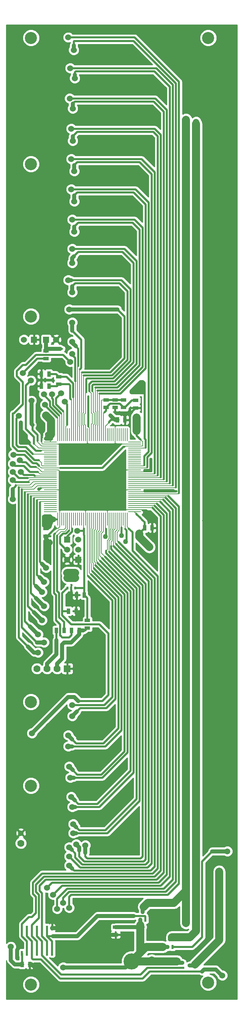
<source format=gbl>
G04 (created by PCBNEW-RS274X (2010-00-09 BZR 23xx)-stable) date Mon 07 Nov 2011 19:42:29 CET*
G01*
G70*
G90*
%MOIN*%
G04 Gerber Fmt 3.4, Leading zero omitted, Abs format*
%FSLAX34Y34*%
G04 APERTURE LIST*
%ADD10C,0.006000*%
%ADD11C,0.120000*%
%ADD12R,0.060000X0.060000*%
%ADD13C,0.060000*%
%ADD14R,0.070000X0.070000*%
%ADD15C,0.070000*%
%ADD16R,0.055000X0.035000*%
%ADD17R,0.035000X0.055000*%
%ADD18R,0.127900X0.009800*%
%ADD19R,0.009800X0.127900*%
%ADD20C,0.160000*%
%ADD21R,0.039400X0.023600*%
%ADD22R,0.023600X0.039400*%
%ADD23R,0.020000X0.030000*%
%ADD24C,0.055000*%
%ADD25R,0.020000X0.045000*%
%ADD26C,0.050000*%
%ADD27C,0.035000*%
%ADD28C,0.059100*%
%ADD29C,0.080000*%
%ADD30C,0.040000*%
%ADD31C,0.008000*%
%ADD32C,0.020000*%
%ADD33C,0.010000*%
G04 APERTURE END LIST*
G54D10*
G54D11*
X39100Y-10700D03*
G54D12*
X25100Y-60400D03*
G54D13*
X25100Y-61400D03*
X25100Y-62400D03*
G54D14*
X25100Y-73200D03*
G54D15*
X24100Y-73200D03*
X23100Y-73200D03*
X22100Y-73200D03*
G54D16*
X23000Y-42475D03*
X23000Y-41725D03*
X27100Y-68425D03*
X27100Y-69175D03*
G54D17*
X25525Y-69400D03*
X26275Y-69400D03*
X24775Y-69400D03*
X24025Y-69400D03*
G54D16*
X30700Y-47325D03*
X30700Y-46575D03*
X31900Y-47375D03*
X31900Y-46625D03*
X29850Y-47325D03*
X29850Y-46575D03*
G54D17*
X30825Y-48550D03*
X30075Y-48550D03*
X22525Y-44000D03*
X23275Y-44000D03*
X22525Y-45200D03*
X23275Y-45200D03*
G54D18*
X31783Y-57054D03*
X31783Y-57251D03*
X31783Y-56857D03*
X31783Y-56660D03*
X31783Y-56463D03*
X31783Y-56266D03*
X31783Y-56070D03*
X31783Y-55873D03*
X31783Y-55676D03*
X31783Y-55479D03*
X31783Y-55282D03*
X31783Y-55085D03*
X31783Y-54888D03*
X31783Y-54692D03*
X31783Y-54495D03*
X31783Y-54298D03*
X31783Y-54102D03*
X31783Y-53905D03*
X31783Y-53708D03*
X31783Y-53512D03*
X31783Y-53315D03*
X31783Y-53118D03*
X31783Y-52921D03*
X31783Y-52724D03*
X31783Y-52527D03*
X31783Y-52330D03*
X31783Y-52134D03*
X31783Y-51937D03*
X31783Y-51740D03*
X31783Y-51543D03*
X31783Y-51346D03*
X31783Y-51149D03*
X31783Y-50952D03*
X31783Y-50756D03*
G54D19*
X31044Y-50017D03*
X30848Y-50017D03*
X30651Y-50017D03*
X30454Y-50017D03*
X30257Y-50017D03*
X30060Y-50017D03*
X29863Y-50017D03*
X29666Y-50017D03*
X29470Y-50017D03*
X29273Y-50017D03*
X29076Y-50017D03*
X28879Y-50017D03*
X28682Y-50017D03*
X28485Y-50017D03*
X28288Y-50017D03*
X28092Y-50017D03*
X27895Y-50017D03*
X27698Y-50017D03*
X27502Y-50017D03*
X27305Y-50017D03*
X27108Y-50017D03*
X26912Y-50017D03*
X26715Y-50017D03*
X26518Y-50017D03*
X26321Y-50017D03*
X26124Y-50017D03*
X25927Y-50017D03*
X25730Y-50017D03*
X25534Y-50017D03*
X25337Y-50017D03*
X25140Y-50017D03*
X24943Y-50017D03*
X24746Y-50017D03*
X24549Y-50017D03*
X24352Y-50017D03*
X24156Y-50017D03*
G54D18*
X23417Y-50756D03*
X23417Y-50952D03*
X23417Y-51149D03*
X23417Y-51346D03*
X23417Y-51543D03*
X23417Y-51740D03*
X23417Y-51937D03*
X23417Y-52134D03*
X23417Y-52330D03*
X23417Y-52527D03*
X23417Y-52724D03*
X23417Y-52921D03*
X23417Y-53118D03*
X23417Y-53315D03*
X23417Y-53512D03*
X23417Y-53708D03*
X23417Y-53905D03*
X23417Y-54102D03*
X23417Y-54298D03*
X23417Y-54495D03*
X23417Y-54692D03*
X23417Y-54888D03*
X23417Y-55085D03*
X23417Y-55282D03*
X23417Y-55479D03*
X23417Y-55676D03*
X23417Y-55873D03*
X23417Y-56070D03*
X23417Y-56266D03*
X23417Y-56463D03*
X23417Y-56660D03*
X23417Y-56857D03*
X23417Y-57054D03*
X23417Y-57251D03*
X23417Y-57448D03*
X23417Y-57644D03*
G54D19*
X24156Y-58383D03*
X24352Y-58383D03*
X24549Y-58383D03*
X24746Y-58383D03*
X24943Y-58383D03*
X25140Y-58383D03*
X25337Y-58383D03*
X25534Y-58383D03*
X25730Y-58383D03*
X25927Y-58383D03*
X26124Y-58383D03*
X26321Y-58383D03*
X26518Y-58383D03*
X26715Y-58383D03*
X26912Y-58383D03*
X27108Y-58383D03*
X27305Y-58383D03*
X27502Y-58383D03*
X27698Y-58383D03*
X27895Y-58383D03*
X28092Y-58383D03*
X28288Y-58383D03*
X28485Y-58383D03*
X28682Y-58383D03*
X28879Y-58383D03*
X29076Y-58383D03*
X29273Y-58383D03*
X29470Y-58383D03*
X29666Y-58383D03*
X29863Y-58383D03*
X30060Y-58383D03*
X30257Y-58383D03*
X30454Y-58383D03*
X30651Y-58383D03*
X30848Y-58383D03*
X31044Y-58383D03*
G54D18*
X31783Y-57448D03*
X31783Y-57644D03*
G54D16*
X24250Y-45025D03*
X24250Y-44275D03*
X28950Y-47325D03*
X28950Y-46575D03*
G54D12*
X21800Y-40600D03*
G54D13*
X20800Y-40600D03*
G54D12*
X23000Y-40600D03*
G54D13*
X24000Y-40600D03*
G54D20*
X31500Y-102200D03*
G54D17*
X32775Y-59250D03*
X33525Y-59250D03*
G54D21*
X36526Y-102344D03*
X36526Y-102856D03*
X37274Y-102600D03*
G54D22*
X35044Y-100774D03*
X35556Y-100774D03*
X35300Y-100026D03*
X32344Y-98074D03*
X32856Y-98074D03*
X32600Y-97326D03*
G54D12*
X26200Y-62400D03*
G54D13*
X26200Y-61400D03*
X26200Y-60400D03*
G54D17*
X25225Y-67500D03*
X25975Y-67500D03*
X26775Y-65900D03*
X26025Y-65900D03*
G54D23*
X25875Y-65200D03*
X25125Y-65200D03*
X25875Y-64200D03*
X25500Y-65200D03*
X25125Y-64200D03*
G54D15*
X20500Y-90500D03*
G54D24*
X20500Y-89500D03*
G54D16*
X23000Y-59325D03*
X23000Y-60075D03*
G54D17*
X20625Y-102500D03*
X21375Y-102500D03*
G54D16*
X29900Y-98825D03*
X29900Y-99575D03*
G54D11*
X21500Y-23200D03*
X21500Y-10700D03*
X21500Y-104500D03*
X39100Y-104300D03*
G54D25*
X20600Y-98900D03*
X21100Y-98900D03*
X21600Y-98900D03*
X22100Y-98900D03*
X22600Y-98900D03*
X23100Y-98900D03*
X23600Y-98900D03*
X23600Y-101400D03*
X23100Y-101400D03*
X22100Y-101400D03*
X21600Y-101400D03*
X21100Y-101400D03*
X20600Y-101400D03*
X22600Y-101400D03*
G54D11*
X21500Y-38300D03*
X21500Y-84800D03*
X21500Y-76500D03*
G54D26*
X28875Y-60125D03*
G54D13*
X20700Y-43900D03*
X19750Y-52000D03*
G54D27*
X22300Y-55400D03*
G54D13*
X26100Y-59550D03*
X23700Y-58400D03*
X23200Y-50000D03*
X40200Y-98300D03*
X40200Y-97000D03*
X40200Y-95200D03*
X40200Y-93400D03*
X37900Y-98300D03*
X37900Y-89300D03*
X37900Y-80300D03*
X37900Y-71300D03*
X37900Y-62300D03*
X37900Y-53300D03*
X37900Y-44300D03*
X37900Y-35300D03*
X37900Y-27900D03*
X37900Y-19000D03*
X25200Y-10650D03*
X25750Y-11900D03*
X25500Y-25700D03*
X25800Y-26900D03*
X25600Y-28700D03*
X25800Y-29900D03*
X25600Y-31600D03*
X25600Y-33000D03*
X25200Y-34700D03*
X25600Y-35900D03*
X25300Y-37600D03*
X25600Y-38900D03*
X25400Y-13700D03*
X25600Y-40800D03*
X25600Y-42000D03*
X25400Y-42800D03*
X22775Y-46025D03*
X23600Y-46000D03*
X24500Y-45900D03*
X24850Y-46750D03*
X22900Y-47050D03*
X21500Y-44650D03*
X21550Y-46650D03*
X25850Y-14700D03*
X20400Y-52550D03*
X19700Y-52900D03*
X20500Y-53700D03*
X19700Y-53700D03*
X23000Y-63200D03*
X22800Y-64600D03*
X22600Y-65600D03*
X22800Y-67000D03*
X22600Y-68400D03*
X22200Y-69800D03*
X25350Y-16700D03*
X22800Y-70600D03*
X22200Y-71600D03*
X19700Y-54500D03*
X19700Y-56400D03*
X25600Y-76800D03*
X25600Y-77900D03*
X25200Y-79800D03*
X25200Y-80900D03*
X25300Y-82900D03*
X25400Y-84000D03*
X25650Y-17700D03*
X25500Y-85900D03*
X25600Y-86900D03*
X25700Y-88600D03*
X25700Y-89500D03*
X26900Y-90700D03*
X26000Y-90600D03*
X25300Y-92700D03*
X25300Y-91800D03*
X25300Y-90900D03*
X25300Y-96900D03*
X25500Y-19700D03*
X24700Y-96400D03*
X24100Y-97000D03*
X23700Y-95600D03*
X23100Y-94900D03*
X25650Y-20900D03*
X25500Y-22700D03*
X25800Y-23900D03*
G54D28*
X36900Y-98150D03*
G54D13*
X36900Y-89100D03*
X36900Y-80100D03*
X36900Y-71100D03*
X36900Y-62100D03*
X36900Y-53100D03*
X36900Y-44100D03*
X36900Y-35100D03*
X36900Y-27600D03*
X36900Y-18700D03*
G54D28*
X29000Y-99700D03*
G54D13*
X25900Y-68250D03*
X28100Y-67050D03*
X28000Y-42100D03*
X23350Y-60700D03*
X25300Y-104900D03*
X25700Y-99000D03*
X22600Y-49600D03*
X20300Y-48150D03*
G54D26*
X30900Y-60600D03*
G54D13*
X40500Y-103600D03*
X41000Y-91300D03*
G54D26*
X30500Y-60000D03*
G54D13*
X21600Y-79600D03*
X24700Y-102800D03*
X19500Y-100750D03*
G54D29*
X25100Y-63700D02*
X25900Y-63700D01*
G54D30*
X20800Y-50800D02*
X20800Y-49900D01*
X20700Y-50000D02*
X20700Y-49800D01*
X20800Y-49900D02*
X20700Y-50000D01*
X21000Y-50500D02*
X21000Y-50100D01*
X21000Y-50500D02*
X21300Y-50800D01*
X21000Y-50100D02*
X20700Y-49800D01*
X20700Y-49800D02*
X20500Y-49600D01*
X20500Y-49500D02*
X20500Y-49600D01*
X20500Y-49600D02*
X20500Y-50800D01*
X20500Y-50800D02*
X20800Y-50800D01*
X20800Y-50800D02*
X21300Y-50800D01*
X20500Y-49500D02*
X20500Y-48800D01*
G54D31*
X22557Y-51543D02*
X22500Y-51600D01*
G54D32*
X22000Y-51600D02*
X22500Y-51600D01*
G54D31*
X23417Y-51543D02*
X22557Y-51543D01*
G54D32*
X21300Y-50900D02*
X22000Y-51600D01*
X21300Y-50800D02*
X21300Y-50900D01*
G54D31*
X31783Y-51346D02*
X32854Y-51346D01*
G54D32*
X32900Y-50500D02*
X32800Y-50400D01*
X32800Y-50400D02*
X32800Y-45900D01*
X32800Y-45900D02*
X32700Y-45800D01*
X32900Y-51300D02*
X32900Y-50500D01*
G54D31*
X32854Y-51346D02*
X32900Y-51300D01*
G54D30*
X31500Y-45800D02*
X32100Y-45800D01*
X31500Y-45700D02*
X32400Y-44800D01*
X32400Y-44800D02*
X32600Y-44800D01*
X32600Y-44800D02*
X32700Y-44900D01*
X32700Y-44900D02*
X32700Y-45800D01*
X32100Y-45800D02*
X31800Y-45800D01*
X32700Y-45800D02*
X32100Y-45800D01*
X31800Y-45800D02*
X32500Y-45100D01*
X32500Y-45100D02*
X32500Y-45500D01*
X32400Y-45600D02*
X32500Y-45500D01*
X31500Y-45800D02*
X31500Y-45700D01*
G54D29*
X25875Y-64200D02*
X25125Y-64200D01*
G54D32*
X34400Y-55600D02*
X34400Y-55650D01*
X34400Y-55650D02*
X34400Y-55500D01*
X34400Y-55500D02*
X34400Y-55600D01*
X34400Y-55600D02*
X34400Y-55500D01*
X31800Y-49300D02*
X32000Y-49300D01*
X32000Y-49300D02*
X31900Y-49300D01*
X31900Y-49300D02*
X32000Y-49300D01*
G54D31*
X27502Y-44750D02*
X27500Y-44750D01*
G54D32*
X28950Y-60050D02*
X28950Y-59550D01*
X28875Y-60125D02*
X28950Y-60050D01*
X27200Y-48700D02*
X27200Y-48600D01*
X27200Y-46200D02*
X27200Y-48700D01*
X27200Y-48700D02*
X27200Y-49200D01*
G54D31*
X27305Y-49305D02*
X27200Y-49200D01*
X27305Y-49305D02*
X27305Y-50017D01*
G54D32*
X32950Y-53500D02*
X33000Y-53500D01*
X32600Y-58500D02*
X32500Y-58400D01*
X32050Y-49650D02*
X32000Y-49650D01*
X31900Y-49700D02*
X32000Y-49700D01*
X32000Y-49700D02*
X32050Y-49650D01*
X22125Y-42475D02*
X23000Y-42475D01*
X20700Y-43900D02*
X22125Y-42475D01*
G54D29*
X23500Y-49800D02*
X23500Y-48600D01*
X23500Y-48600D02*
X23000Y-48100D01*
G54D32*
X33350Y-53500D02*
X33350Y-52400D01*
X33300Y-53550D02*
X33350Y-53500D01*
X32750Y-53650D02*
X32750Y-53500D01*
X32750Y-53500D02*
X32950Y-53500D01*
X32950Y-53500D02*
X33350Y-53500D01*
X32350Y-58250D02*
X32000Y-57900D01*
X32000Y-57900D02*
X31950Y-57850D01*
G54D30*
X23500Y-49800D02*
X23500Y-49850D01*
X23500Y-50400D02*
X23000Y-50400D01*
X23000Y-50400D02*
X23050Y-50350D01*
X23050Y-50350D02*
X23050Y-50300D01*
X23500Y-50400D02*
X23500Y-50250D01*
X23500Y-49850D02*
X23050Y-50300D01*
X23500Y-50000D02*
X23500Y-50250D01*
X22850Y-58100D02*
X23400Y-58100D01*
X23400Y-58100D02*
X23700Y-58400D01*
X22850Y-58100D02*
X22850Y-58200D01*
X22850Y-58200D02*
X23200Y-58550D01*
X23200Y-59000D02*
X22800Y-59000D01*
X23200Y-58550D02*
X23200Y-59000D01*
X22800Y-58150D02*
X22850Y-58100D01*
X22800Y-59000D02*
X22800Y-58150D01*
G54D32*
X22300Y-53050D02*
X22250Y-53050D01*
X20850Y-52000D02*
X19750Y-52000D01*
X21700Y-52850D02*
X20850Y-52000D01*
X22050Y-52850D02*
X21700Y-52850D01*
X22250Y-53050D02*
X22050Y-52850D01*
X32000Y-49650D02*
X32000Y-50100D01*
X32000Y-50100D02*
X32400Y-50500D01*
G54D31*
X32551Y-51149D02*
X31783Y-51149D01*
X32600Y-50700D02*
X32400Y-50500D01*
X32600Y-51100D02*
X32600Y-50700D01*
X32551Y-51149D02*
X32600Y-51100D01*
X22518Y-55282D02*
X23417Y-55282D01*
G54D32*
X22300Y-55400D02*
X22500Y-55300D01*
G54D31*
X22518Y-55282D02*
X22500Y-55300D01*
G54D32*
X26100Y-59550D02*
X26750Y-59550D01*
X23000Y-59325D02*
X23000Y-59200D01*
X23000Y-59200D02*
X23200Y-59000D01*
G54D29*
X23200Y-59000D02*
X23200Y-58800D01*
X23300Y-58700D02*
X23300Y-58600D01*
X23200Y-58800D02*
X23300Y-58700D01*
G54D32*
X22300Y-53100D02*
X22300Y-53050D01*
G54D31*
X23417Y-53315D02*
X22515Y-53315D01*
X22515Y-53315D02*
X22300Y-53100D01*
G54D32*
X23700Y-58400D02*
X23600Y-58400D01*
X23600Y-58400D02*
X23200Y-58800D01*
X33450Y-53600D02*
X33450Y-53650D01*
X33400Y-53600D02*
X33450Y-53600D01*
X33450Y-52400D02*
X33450Y-53650D01*
X33450Y-53650D02*
X32750Y-53650D01*
G54D31*
X33050Y-53650D02*
X32750Y-53650D01*
G54D32*
X25875Y-65200D02*
X26800Y-65200D01*
X26800Y-63300D02*
X26800Y-65200D01*
X26750Y-59550D02*
X26750Y-59950D01*
X26800Y-60000D02*
X26800Y-63300D01*
X26750Y-59950D02*
X26800Y-60000D01*
X26800Y-65200D02*
X26800Y-65875D01*
X26800Y-65875D02*
X26775Y-65900D01*
X27100Y-68425D02*
X27100Y-66225D01*
X27100Y-66225D02*
X26775Y-65900D01*
G54D31*
X24156Y-58383D02*
X24067Y-58383D01*
G54D32*
X23700Y-58400D02*
X24050Y-58400D01*
G54D31*
X24067Y-58383D02*
X24050Y-58400D01*
X26715Y-58383D02*
X26715Y-59265D01*
X26715Y-59265D02*
X26750Y-59300D01*
G54D32*
X26750Y-59550D02*
X26750Y-59300D01*
G54D31*
X28879Y-58383D02*
X28879Y-59279D01*
G54D32*
X28950Y-59550D02*
X28950Y-59350D01*
G54D31*
X28879Y-59279D02*
X28950Y-59350D01*
X31783Y-53708D02*
X32692Y-53708D01*
X32692Y-53708D02*
X32750Y-53650D01*
X31783Y-55676D02*
X32850Y-55676D01*
X32850Y-55676D02*
X32924Y-55676D01*
X32924Y-55676D02*
X33100Y-55500D01*
G54D32*
X32750Y-55500D02*
X33100Y-55500D01*
X33100Y-55500D02*
X33750Y-55500D01*
X33750Y-55500D02*
X34400Y-55500D01*
X34400Y-55500D02*
X35650Y-55500D01*
X35650Y-55500D02*
X35750Y-55600D01*
X35750Y-55600D02*
X35950Y-55600D01*
X35950Y-55600D02*
X35900Y-55650D01*
X35900Y-55650D02*
X32750Y-55650D01*
G54D31*
X32924Y-55676D02*
X33100Y-55500D01*
G54D29*
X32000Y-49650D02*
X32000Y-49300D01*
X32000Y-49300D02*
X32000Y-48300D01*
X23500Y-49800D02*
X23500Y-50000D01*
G54D32*
X23200Y-50000D02*
X23500Y-50000D01*
X28600Y-53300D02*
X24400Y-53300D01*
G54D31*
X23417Y-53315D02*
X24385Y-53315D01*
X24385Y-53315D02*
X24400Y-53300D01*
X30851Y-51149D02*
X30800Y-51200D01*
X30851Y-51149D02*
X31783Y-51149D01*
G54D32*
X28600Y-53300D02*
X30700Y-51200D01*
X30800Y-51200D02*
X30700Y-51200D01*
G54D31*
X23417Y-50333D02*
X23500Y-50250D01*
G54D32*
X23500Y-49800D02*
X23500Y-49550D01*
X32775Y-59250D02*
X32775Y-59275D01*
X32775Y-59275D02*
X32250Y-59800D01*
G54D29*
X32250Y-59800D02*
X32250Y-60150D01*
X32250Y-60150D02*
X33250Y-61150D01*
G54D31*
X23417Y-50756D02*
X23417Y-50333D01*
X31783Y-57683D02*
X32000Y-57900D01*
X31783Y-57644D02*
X31783Y-57683D01*
G54D32*
X32775Y-58675D02*
X32600Y-58500D01*
X32600Y-58500D02*
X32350Y-58250D01*
X32775Y-59250D02*
X32775Y-58675D01*
X40200Y-98600D02*
X40200Y-98300D01*
X40200Y-97000D02*
X40200Y-97200D01*
X40200Y-95300D02*
X40200Y-95200D01*
X40200Y-93400D02*
X40200Y-93500D01*
G54D29*
X40200Y-93300D02*
X40200Y-93500D01*
X40200Y-93500D02*
X40200Y-95300D01*
X40200Y-95300D02*
X40200Y-97200D01*
X40200Y-97200D02*
X40200Y-98600D01*
X40200Y-98600D02*
X40200Y-100100D01*
X40200Y-100100D02*
X37800Y-102500D01*
G54D30*
X37700Y-102600D02*
X37274Y-102600D01*
X37700Y-102600D02*
X37800Y-102500D01*
X35300Y-100026D02*
X35300Y-100000D01*
G54D29*
X37900Y-99200D02*
X37300Y-99800D01*
X37300Y-99800D02*
X35500Y-99800D01*
X37900Y-98800D02*
X37900Y-98000D01*
X37900Y-98800D02*
X37900Y-99200D01*
G54D30*
X35300Y-100000D02*
X35500Y-99800D01*
G54D29*
X37900Y-98000D02*
X37900Y-89100D01*
X37900Y-89100D02*
X37900Y-80100D01*
X37900Y-80100D02*
X37900Y-71100D01*
X37900Y-71100D02*
X37900Y-62100D01*
X37900Y-62100D02*
X37900Y-58575D01*
X37900Y-58450D02*
X37900Y-53200D01*
X37900Y-53200D02*
X37900Y-44200D01*
X37900Y-44200D02*
X37900Y-35100D01*
X37900Y-35100D02*
X37900Y-27800D01*
X37900Y-27800D02*
X37900Y-19200D01*
G54D32*
X37900Y-98300D02*
X37900Y-98000D01*
X37900Y-89300D02*
X37900Y-89100D01*
X37900Y-80300D02*
X37900Y-80100D01*
X37900Y-71300D02*
X37900Y-71100D01*
X37900Y-62300D02*
X37900Y-62100D01*
X37900Y-53300D02*
X37900Y-53200D01*
X37900Y-44300D02*
X37900Y-44200D01*
X37900Y-35300D02*
X37900Y-35100D01*
X37900Y-27900D02*
X37900Y-27800D01*
X37900Y-19000D02*
X37900Y-19200D01*
X36200Y-30400D02*
X36200Y-15050D01*
G54D31*
X31783Y-55873D02*
X36127Y-55873D01*
G54D32*
X36200Y-30400D02*
X36200Y-53300D01*
X36200Y-54500D02*
X36200Y-53300D01*
X36200Y-55800D02*
X36200Y-54500D01*
G54D31*
X36127Y-55873D02*
X36200Y-55800D01*
G54D32*
X31800Y-10650D02*
X25200Y-10650D01*
X36200Y-15050D02*
X31800Y-10650D01*
G54D30*
X25750Y-11900D02*
X25750Y-11450D01*
G54D32*
X35900Y-30100D02*
X35900Y-15200D01*
X35900Y-55250D02*
X35900Y-54450D01*
X35900Y-30100D02*
X35900Y-51500D01*
X35900Y-54450D02*
X35900Y-51500D01*
G54D31*
X31783Y-55282D02*
X35868Y-55282D01*
X35868Y-55282D02*
X35900Y-55250D01*
G54D32*
X25750Y-11050D02*
X25750Y-11450D01*
X25800Y-11000D02*
X25750Y-11050D01*
X31700Y-11000D02*
X25800Y-11000D01*
X35900Y-15200D02*
X31700Y-11000D01*
X25750Y-11450D02*
X25750Y-11900D01*
X33200Y-30100D02*
X33200Y-27000D01*
X33200Y-27000D02*
X31900Y-25700D01*
X31900Y-25700D02*
X25500Y-25700D01*
X33200Y-30100D02*
X33200Y-51450D01*
X33200Y-51450D02*
X33200Y-51700D01*
G54D31*
X32682Y-53118D02*
X32750Y-53050D01*
X31783Y-53118D02*
X32682Y-53118D01*
G54D32*
X33200Y-51700D02*
X32750Y-52150D01*
X32750Y-52150D02*
X32750Y-53050D01*
G54D30*
X25800Y-26900D02*
X25800Y-26300D01*
G54D32*
X32900Y-30100D02*
X32900Y-27200D01*
G54D31*
X28288Y-50017D02*
X28288Y-45950D01*
X28288Y-45950D02*
X28300Y-45950D01*
G54D32*
X30400Y-45950D02*
X28300Y-45950D01*
X32900Y-30100D02*
X32900Y-43450D01*
X32900Y-43450D02*
X30400Y-45950D01*
X26100Y-26000D02*
X25800Y-26300D01*
X31700Y-26000D02*
X26100Y-26000D01*
X32900Y-27200D02*
X31700Y-26000D01*
G54D31*
X28092Y-49150D02*
X28100Y-49150D01*
X28125Y-47675D02*
X28092Y-47642D01*
X28125Y-49125D02*
X28125Y-47675D01*
X28100Y-49150D02*
X28125Y-49125D01*
G54D32*
X32600Y-30100D02*
X32600Y-29500D01*
X32600Y-30100D02*
X32600Y-43300D01*
X30250Y-45650D02*
X28100Y-45650D01*
X32600Y-43300D02*
X30250Y-45650D01*
G54D31*
X28092Y-45650D02*
X28100Y-45650D01*
X28092Y-50017D02*
X28092Y-49150D01*
X28092Y-47642D02*
X28092Y-45650D01*
G54D32*
X31800Y-28700D02*
X25600Y-28700D01*
X32600Y-29500D02*
X31800Y-28700D01*
G54D30*
X25800Y-29900D02*
X25800Y-29400D01*
G54D31*
X27895Y-50017D02*
X27895Y-49105D01*
X27950Y-47750D02*
X27895Y-47695D01*
X27950Y-49050D02*
X27950Y-47750D01*
X27895Y-49105D02*
X27950Y-49050D01*
G54D32*
X32300Y-30100D02*
X32300Y-29700D01*
X32300Y-30100D02*
X32300Y-43150D01*
X30100Y-45350D02*
X27900Y-45350D01*
G54D31*
X27895Y-45350D02*
X27900Y-45350D01*
X27895Y-47695D02*
X27895Y-45350D01*
G54D32*
X32300Y-43150D02*
X30100Y-45350D01*
X26200Y-29000D02*
X25800Y-29400D01*
X31600Y-29000D02*
X26200Y-29000D01*
X32300Y-29700D02*
X31600Y-29000D01*
G54D31*
X27698Y-50017D02*
X27698Y-49052D01*
X27775Y-47850D02*
X27698Y-47773D01*
X27775Y-48975D02*
X27775Y-47850D01*
X27698Y-49052D02*
X27775Y-48975D01*
X27698Y-47773D02*
X27698Y-45798D01*
X27698Y-45798D02*
X27600Y-45700D01*
G54D32*
X32000Y-43000D02*
X32000Y-32800D01*
X27700Y-45050D02*
X29950Y-45050D01*
X32000Y-43000D02*
X29950Y-45050D01*
X30800Y-31600D02*
X25600Y-31600D01*
X32000Y-32800D02*
X30800Y-31600D01*
G54D31*
X27700Y-45100D02*
X27700Y-45050D01*
G54D32*
X27600Y-45150D02*
X27600Y-45700D01*
X27600Y-45150D02*
X27700Y-45050D01*
G54D31*
X27700Y-45052D02*
X27700Y-45100D01*
X27698Y-45050D02*
X27700Y-45052D01*
G54D30*
X25600Y-33000D02*
X25600Y-32500D01*
X25600Y-32500D02*
X25750Y-32350D01*
G54D31*
X27502Y-50017D02*
X27502Y-48998D01*
X27600Y-47950D02*
X27502Y-47852D01*
X27600Y-48900D02*
X27600Y-47950D01*
X27502Y-48998D02*
X27600Y-48900D01*
X27502Y-47852D02*
X27502Y-45902D01*
X27502Y-45902D02*
X27300Y-45700D01*
G54D32*
X31700Y-42850D02*
X31700Y-33000D01*
X27550Y-44750D02*
X27500Y-44800D01*
X27300Y-45000D02*
X27300Y-45700D01*
X31700Y-42850D02*
X29800Y-44750D01*
X29800Y-44750D02*
X27550Y-44750D01*
X27500Y-44800D02*
X27300Y-45000D01*
X26200Y-31900D02*
X25750Y-32350D01*
X25750Y-32350D02*
X25600Y-32500D01*
X30600Y-31900D02*
X26200Y-31900D01*
X31700Y-33000D02*
X30600Y-31900D01*
G54D30*
X25200Y-34700D02*
X25500Y-34700D01*
G54D31*
X26825Y-48725D02*
X26825Y-49000D01*
X26825Y-49000D02*
X26912Y-49087D01*
X26912Y-50017D02*
X26912Y-49087D01*
X26825Y-47975D02*
X26912Y-47888D01*
X26825Y-48725D02*
X26825Y-47975D01*
X26912Y-47888D02*
X26912Y-45888D01*
X26912Y-45888D02*
X27000Y-45800D01*
G54D32*
X31400Y-42700D02*
X31400Y-35600D01*
X27050Y-44450D02*
X27000Y-44500D01*
X31400Y-42700D02*
X29650Y-44450D01*
X29650Y-44450D02*
X27050Y-44450D01*
X27000Y-44500D02*
X27000Y-45800D01*
X30500Y-34700D02*
X25500Y-34700D01*
X31400Y-35600D02*
X30500Y-34700D01*
X25500Y-34700D02*
X25200Y-34700D01*
G54D30*
X25600Y-35900D02*
X25600Y-35300D01*
G54D31*
X26650Y-48725D02*
X26650Y-49050D01*
X26650Y-49050D02*
X26715Y-49115D01*
X26715Y-50017D02*
X26715Y-49115D01*
X26650Y-47875D02*
X26715Y-47810D01*
X26650Y-48725D02*
X26650Y-47875D01*
G54D32*
X31100Y-42600D02*
X31100Y-35800D01*
X31100Y-42600D02*
X29550Y-44150D01*
X26715Y-44150D02*
X29550Y-44150D01*
X25900Y-35000D02*
X25600Y-35300D01*
X30300Y-35000D02*
X25900Y-35000D01*
X31100Y-35800D02*
X30300Y-35000D01*
G54D31*
X26715Y-44150D02*
X26700Y-44150D01*
X26715Y-47810D02*
X26715Y-44150D01*
G54D30*
X25300Y-37600D02*
X30100Y-37600D01*
G54D31*
X26475Y-48775D02*
X26475Y-49100D01*
X26475Y-49100D02*
X26518Y-49143D01*
X26518Y-50017D02*
X26518Y-49143D01*
X26475Y-47800D02*
X26518Y-47757D01*
X26475Y-48775D02*
X26475Y-47800D01*
G54D32*
X30800Y-42450D02*
X30800Y-38300D01*
X29400Y-43850D02*
X26550Y-43850D01*
X30800Y-42450D02*
X29400Y-43850D01*
G54D31*
X26518Y-47757D02*
X26518Y-43882D01*
X26518Y-43882D02*
X26550Y-43850D01*
G54D32*
X30800Y-38300D02*
X30100Y-37600D01*
G54D30*
X25600Y-38900D02*
X25600Y-39700D01*
G54D31*
X26300Y-48850D02*
X26300Y-49175D01*
X26300Y-49175D02*
X26321Y-49196D01*
X26321Y-43550D02*
X26350Y-43550D01*
X26321Y-47700D02*
X26321Y-43550D01*
X26321Y-50017D02*
X26321Y-49196D01*
G54D32*
X25600Y-39700D02*
X26500Y-40600D01*
X26500Y-40600D02*
X26500Y-43400D01*
X26500Y-43400D02*
X26350Y-43550D01*
G54D31*
X26300Y-47721D02*
X26321Y-47700D01*
X26300Y-48850D02*
X26300Y-47721D01*
G54D32*
X25600Y-38900D02*
X25600Y-39700D01*
X35600Y-30100D02*
X35600Y-15350D01*
X35600Y-50900D02*
X35600Y-30100D01*
X33950Y-13700D02*
X25400Y-13700D01*
X35600Y-15350D02*
X33950Y-13700D01*
G54D31*
X31783Y-55085D02*
X35565Y-55085D01*
X35565Y-55085D02*
X35600Y-55050D01*
G54D32*
X35600Y-55050D02*
X35600Y-54400D01*
X35600Y-50900D02*
X35600Y-51000D01*
X35600Y-50900D02*
X35600Y-54400D01*
X35600Y-54400D02*
X35600Y-54450D01*
G54D30*
X25600Y-40800D02*
X25600Y-40900D01*
X25600Y-40900D02*
X25950Y-41250D01*
G54D31*
X26124Y-43400D02*
X26124Y-43276D01*
X26124Y-43276D02*
X26200Y-43200D01*
G54D32*
X25600Y-40900D02*
X25950Y-41250D01*
X25950Y-41250D02*
X26200Y-41500D01*
X26200Y-41500D02*
X26200Y-43200D01*
G54D31*
X26124Y-50017D02*
X26124Y-43400D01*
X26124Y-43276D02*
X26150Y-43250D01*
G54D32*
X25600Y-42000D02*
X25600Y-42100D01*
X25900Y-44700D02*
X25927Y-44700D01*
X25900Y-42400D02*
X25900Y-44700D01*
X25600Y-42100D02*
X25900Y-42400D01*
G54D31*
X25927Y-50017D02*
X25927Y-44700D01*
G54D32*
X19700Y-47900D02*
X19800Y-47900D01*
X21000Y-43100D02*
X22000Y-42100D01*
X20700Y-43100D02*
X21000Y-43100D01*
X20100Y-43700D02*
X20700Y-43100D01*
X20100Y-44200D02*
X20100Y-43700D01*
X20700Y-44800D02*
X20100Y-44200D01*
X20700Y-47000D02*
X20700Y-44800D01*
X19800Y-47900D02*
X20700Y-47000D01*
X23700Y-42100D02*
X24700Y-42100D01*
X20200Y-51650D02*
X19700Y-51150D01*
X23300Y-42100D02*
X23700Y-42100D01*
X22000Y-42100D02*
X23300Y-42100D01*
X21125Y-51825D02*
X21850Y-52550D01*
X21850Y-52550D02*
X22300Y-52550D01*
X21125Y-51825D02*
X20950Y-51650D01*
X20950Y-51650D02*
X20200Y-51650D01*
G54D31*
X22618Y-53118D02*
X22550Y-53050D01*
G54D32*
X19700Y-51150D02*
X19700Y-47900D01*
G54D31*
X23417Y-53118D02*
X22618Y-53118D01*
X22550Y-52800D02*
X22300Y-52550D01*
X22550Y-53050D02*
X22550Y-52800D01*
G54D32*
X24700Y-42100D02*
X25400Y-42800D01*
G54D31*
X24352Y-50017D02*
X24352Y-48152D01*
G54D32*
X22775Y-46075D02*
X23400Y-46700D01*
X23400Y-46700D02*
X23400Y-47200D01*
X23400Y-47200D02*
X24300Y-48100D01*
X22775Y-46075D02*
X22775Y-46025D01*
G54D31*
X24352Y-48152D02*
X24300Y-48100D01*
G54D32*
X22775Y-46025D02*
X22750Y-46000D01*
X23700Y-46500D02*
X23700Y-47100D01*
X23700Y-47100D02*
X24500Y-47900D01*
X23600Y-46000D02*
X23600Y-46400D01*
X23600Y-46400D02*
X23700Y-46500D01*
G54D31*
X24549Y-47949D02*
X24500Y-47900D01*
X24549Y-50017D02*
X24549Y-47949D01*
G54D32*
X24650Y-47650D02*
X24500Y-47500D01*
X24498Y-47500D02*
X24000Y-47002D01*
X24000Y-47002D02*
X24000Y-46400D01*
X24500Y-47500D02*
X24498Y-47500D01*
X24000Y-46400D02*
X24500Y-45900D01*
G54D31*
X24746Y-50017D02*
X24746Y-47746D01*
X24746Y-47746D02*
X24700Y-47700D01*
X24700Y-47700D02*
X24650Y-47700D01*
X24650Y-47700D02*
X24650Y-47650D01*
G54D32*
X24650Y-47650D02*
X24700Y-47700D01*
G54D31*
X24943Y-50017D02*
X24943Y-49207D01*
G54D32*
X24850Y-46750D02*
X25100Y-47000D01*
X25100Y-47000D02*
X25100Y-49050D01*
G54D31*
X24943Y-49207D02*
X25100Y-49050D01*
X24156Y-50017D02*
X24156Y-48356D01*
G54D32*
X22900Y-47100D02*
X24100Y-48300D01*
X22900Y-47050D02*
X22900Y-47100D01*
G54D31*
X24156Y-48356D02*
X24100Y-48300D01*
G54D32*
X21000Y-45150D02*
X21500Y-44650D01*
X21000Y-48550D02*
X21000Y-45150D01*
X21800Y-50250D02*
X21000Y-49450D01*
X21800Y-50900D02*
X21800Y-50250D01*
X21000Y-49450D02*
X21000Y-48550D01*
G54D31*
X22246Y-51346D02*
X21800Y-50900D01*
X22246Y-51346D02*
X23417Y-51346D01*
G54D30*
X21550Y-46650D02*
X21550Y-48950D01*
X21550Y-48950D02*
X21650Y-49050D01*
G54D32*
X22150Y-50050D02*
X21650Y-49550D01*
X22150Y-50650D02*
X22150Y-50050D01*
G54D31*
X23417Y-51149D02*
X22549Y-51149D01*
G54D32*
X21650Y-49550D02*
X21650Y-49050D01*
G54D31*
X22150Y-50750D02*
X22150Y-50650D01*
X22549Y-51149D02*
X22150Y-50750D01*
G54D30*
X25850Y-14700D02*
X25850Y-14350D01*
G54D32*
X35300Y-30100D02*
X35300Y-15550D01*
G54D31*
X31783Y-54888D02*
X35262Y-54888D01*
G54D32*
X35300Y-30100D02*
X35300Y-49400D01*
X35300Y-54850D02*
X35300Y-54450D01*
G54D31*
X35262Y-54888D02*
X35300Y-54850D01*
G54D32*
X35300Y-54450D02*
X35300Y-49400D01*
X25850Y-14100D02*
X25850Y-14350D01*
X25950Y-14000D02*
X25850Y-14100D01*
X33750Y-14000D02*
X25950Y-14000D01*
X35300Y-15550D02*
X33750Y-14000D01*
X25850Y-14350D02*
X25850Y-14700D01*
G54D31*
X23417Y-53708D02*
X22608Y-53708D01*
X22100Y-53300D02*
X22000Y-53200D01*
G54D32*
X20600Y-52750D02*
X21000Y-52750D01*
X20400Y-52550D02*
X20600Y-52750D01*
X21450Y-53200D02*
X22000Y-53200D01*
X21000Y-52750D02*
X21450Y-53200D01*
G54D31*
X22608Y-53708D02*
X22200Y-53300D01*
X22200Y-53300D02*
X22100Y-53300D01*
G54D32*
X19700Y-52900D02*
X19900Y-53100D01*
X20800Y-53100D02*
X21400Y-53700D01*
X21400Y-53700D02*
X22200Y-53700D01*
X19900Y-53100D02*
X20800Y-53100D01*
G54D31*
X22405Y-53905D02*
X22200Y-53700D01*
X22405Y-53905D02*
X23417Y-53905D01*
G54D32*
X20500Y-53700D02*
X20800Y-54000D01*
X20800Y-54000D02*
X21800Y-54000D01*
X21800Y-54000D02*
X21902Y-54102D01*
G54D31*
X23417Y-54102D02*
X21902Y-54102D01*
X21902Y-54102D02*
X21800Y-54000D01*
G54D32*
X19700Y-53700D02*
X20300Y-54300D01*
G54D31*
X21202Y-54298D02*
X21200Y-54300D01*
G54D32*
X20300Y-54300D02*
X21200Y-54300D01*
G54D31*
X21202Y-54298D02*
X21500Y-54298D01*
X23417Y-54298D02*
X21500Y-54298D01*
X21500Y-54298D02*
X21498Y-54298D01*
G54D30*
X23000Y-63200D02*
X22600Y-62800D01*
G54D32*
X22400Y-62600D02*
X22600Y-62800D01*
X22400Y-60800D02*
X22400Y-62600D01*
X22400Y-60400D02*
X22400Y-56700D01*
G54D31*
X22440Y-56660D02*
X22400Y-56700D01*
X22440Y-56660D02*
X23417Y-56660D01*
G54D32*
X22400Y-60900D02*
X22400Y-60800D01*
X22400Y-60800D02*
X22400Y-60400D01*
G54D30*
X22800Y-64600D02*
X22350Y-64150D01*
G54D32*
X22100Y-62300D02*
X22100Y-63900D01*
X22100Y-63900D02*
X22350Y-64150D01*
X22100Y-62300D02*
X22100Y-61500D01*
G54D31*
X22137Y-56463D02*
X22100Y-56500D01*
X23417Y-56463D02*
X22137Y-56463D01*
G54D32*
X22100Y-60900D02*
X22100Y-56500D01*
X22100Y-61500D02*
X22100Y-60900D01*
G54D30*
X22600Y-65600D02*
X22000Y-65000D01*
G54D32*
X21800Y-63600D02*
X21800Y-64800D01*
X21800Y-64800D02*
X22000Y-65000D01*
G54D31*
X21834Y-56266D02*
X23417Y-56266D01*
G54D32*
X21800Y-62200D02*
X21800Y-61400D01*
G54D31*
X21834Y-56266D02*
X21800Y-56300D01*
G54D32*
X21800Y-61400D02*
X21800Y-56300D01*
X21800Y-63600D02*
X21800Y-62200D01*
G54D30*
X22800Y-67000D02*
X22000Y-66200D01*
G54D32*
X21500Y-64500D02*
X21500Y-65700D01*
X21500Y-65700D02*
X22000Y-66200D01*
G54D31*
X21530Y-56070D02*
X21500Y-56100D01*
G54D32*
X21500Y-61800D02*
X21500Y-56100D01*
X21500Y-63100D02*
X21500Y-61800D01*
G54D31*
X21530Y-56070D02*
X23417Y-56070D01*
G54D32*
X21500Y-64500D02*
X21500Y-63100D01*
G54D30*
X22600Y-68400D02*
X21800Y-67600D01*
G54D32*
X21202Y-65400D02*
X21202Y-67002D01*
X21202Y-67002D02*
X21800Y-67600D01*
X21202Y-64900D02*
X21200Y-64900D01*
X21202Y-65102D02*
X21202Y-64900D01*
X21202Y-65402D02*
X21202Y-65400D01*
X21202Y-65400D02*
X21202Y-65102D01*
X21200Y-64900D02*
X21200Y-64900D01*
G54D31*
X23417Y-55873D02*
X21227Y-55873D01*
X21227Y-55873D02*
X21200Y-55900D01*
G54D32*
X21200Y-64900D02*
X21200Y-55900D01*
G54D30*
X22200Y-69800D02*
X21400Y-69000D01*
G54D32*
X20900Y-65800D02*
X20900Y-68500D01*
X20900Y-68500D02*
X21400Y-69000D01*
G54D31*
X20924Y-55676D02*
X20900Y-55700D01*
G54D32*
X20900Y-65900D02*
X20900Y-65800D01*
X20900Y-65800D02*
X20900Y-65400D01*
X20900Y-65100D02*
X20900Y-64400D01*
X20900Y-64400D02*
X20900Y-55700D01*
G54D31*
X20924Y-55676D02*
X23417Y-55676D01*
G54D32*
X20900Y-65400D02*
X20900Y-65100D01*
X35000Y-30100D02*
X35000Y-17850D01*
X33850Y-16700D02*
X25350Y-16700D01*
X35000Y-17850D02*
X33850Y-16700D01*
X35000Y-54650D02*
X35000Y-54250D01*
G54D31*
X34958Y-54692D02*
X35000Y-54650D01*
X31783Y-54692D02*
X34958Y-54692D01*
G54D32*
X35000Y-54250D02*
X35000Y-48800D01*
X35000Y-30074D02*
X35000Y-30100D01*
X35000Y-30100D02*
X35000Y-48800D01*
G54D30*
X22800Y-70600D02*
X22100Y-70600D01*
X22100Y-70600D02*
X22300Y-70600D01*
G54D32*
X22300Y-70600D02*
X22100Y-70600D01*
X20600Y-69100D02*
X20600Y-68600D01*
X20600Y-55700D02*
X20600Y-62700D01*
G54D31*
X22100Y-55085D02*
X23417Y-55085D01*
G54D32*
X20600Y-68600D02*
X20600Y-62700D01*
X20600Y-55400D02*
X20600Y-55700D01*
G54D31*
X22100Y-55085D02*
X22100Y-55100D01*
X21800Y-55400D02*
X20600Y-55400D01*
X22100Y-55100D02*
X21800Y-55400D01*
G54D32*
X22100Y-70600D02*
X20600Y-69100D01*
X22800Y-70600D02*
X22300Y-70600D01*
G54D30*
X22200Y-71600D02*
X21800Y-71600D01*
X21800Y-71600D02*
X21200Y-71000D01*
G54D32*
X20300Y-69400D02*
X20300Y-70100D01*
X20300Y-70100D02*
X21200Y-71000D01*
X21800Y-71600D02*
X21200Y-71000D01*
X21200Y-71000D02*
X20300Y-70100D01*
G54D31*
X21900Y-54900D02*
X21600Y-55200D01*
X21600Y-55200D02*
X20300Y-55200D01*
X21900Y-54888D02*
X21900Y-54900D01*
G54D32*
X20300Y-55200D02*
X20300Y-55700D01*
X20300Y-70000D02*
X20300Y-69400D01*
X20300Y-69400D02*
X20300Y-62700D01*
X20300Y-55700D02*
X20300Y-62700D01*
G54D31*
X21900Y-54888D02*
X23417Y-54888D01*
G54D32*
X19700Y-54500D02*
X19900Y-54700D01*
X19900Y-54700D02*
X21200Y-54700D01*
G54D31*
X21700Y-54495D02*
X21405Y-54495D01*
X21405Y-54495D02*
X21200Y-54700D01*
G54D32*
X21200Y-54700D02*
X21300Y-54700D01*
G54D31*
X23417Y-54495D02*
X21700Y-54495D01*
G54D30*
X19700Y-56400D02*
X19700Y-55400D01*
G54D32*
X19700Y-55400D02*
X20000Y-55100D01*
G54D31*
X21700Y-54700D02*
X21400Y-55000D01*
G54D32*
X20000Y-55000D02*
X20000Y-55100D01*
G54D31*
X21700Y-54692D02*
X23417Y-54692D01*
X21400Y-55000D02*
X20000Y-55000D01*
X21700Y-54692D02*
X21700Y-54700D01*
G54D32*
X29600Y-75600D02*
X29600Y-76000D01*
X28800Y-76800D02*
X25600Y-76800D01*
X29600Y-76000D02*
X28800Y-76800D01*
G54D31*
X27108Y-58383D02*
X27108Y-63958D01*
G54D32*
X29600Y-75600D02*
X29600Y-67350D01*
X29600Y-66450D02*
X29600Y-67350D01*
G54D31*
X27108Y-63958D02*
X27150Y-64000D01*
G54D32*
X29600Y-66450D02*
X27150Y-64000D01*
X29600Y-67350D02*
X29600Y-67300D01*
G54D31*
X27305Y-59200D02*
X27305Y-59220D01*
X27275Y-62825D02*
X27305Y-62855D01*
X27275Y-59250D02*
X27275Y-62825D01*
X27305Y-59220D02*
X27275Y-59250D01*
G54D30*
X25600Y-77900D02*
X26050Y-77450D01*
G54D32*
X29900Y-75800D02*
X29900Y-76200D01*
X26400Y-77100D02*
X26050Y-77450D01*
X29000Y-77100D02*
X26400Y-77100D01*
X29900Y-76200D02*
X29000Y-77100D01*
G54D31*
X27305Y-58383D02*
X27305Y-59200D01*
X27305Y-62855D02*
X27305Y-63705D01*
G54D32*
X29900Y-67100D02*
X29900Y-66300D01*
G54D31*
X27305Y-63705D02*
X27450Y-63850D01*
G54D32*
X29900Y-66300D02*
X27450Y-63850D01*
X29900Y-75800D02*
X29900Y-67100D01*
X26050Y-77450D02*
X25600Y-77900D01*
G54D31*
X27502Y-59225D02*
X27502Y-59273D01*
X27450Y-62750D02*
X27502Y-62802D01*
X27450Y-59325D02*
X27450Y-62750D01*
X27502Y-59273D02*
X27450Y-59325D01*
G54D30*
X25200Y-79800D02*
X25600Y-80200D01*
G54D32*
X30200Y-78700D02*
X30200Y-79100D01*
X30200Y-79100D02*
X28700Y-80600D01*
X28700Y-80600D02*
X26000Y-80600D01*
X26000Y-80600D02*
X25600Y-80200D01*
X30200Y-66550D02*
X30200Y-78700D01*
G54D31*
X27502Y-58383D02*
X27502Y-59225D01*
X27502Y-62802D02*
X27502Y-63452D01*
G54D32*
X30200Y-66150D02*
X27600Y-63550D01*
G54D31*
X27502Y-63452D02*
X27600Y-63550D01*
G54D32*
X30200Y-66150D02*
X30200Y-66550D01*
X30200Y-66550D02*
X30200Y-66500D01*
G54D31*
X27698Y-59300D02*
X27698Y-59327D01*
X27625Y-62675D02*
X27698Y-62748D01*
X27625Y-59400D02*
X27625Y-62675D01*
X27698Y-59327D02*
X27625Y-59400D01*
G54D30*
X25200Y-80900D02*
X25600Y-80900D01*
G54D32*
X30500Y-78700D02*
X30500Y-79300D01*
X30500Y-79300D02*
X28900Y-80900D01*
X28900Y-80900D02*
X25600Y-80900D01*
X27800Y-63300D02*
X30500Y-66000D01*
X30500Y-66100D02*
X30500Y-66000D01*
X30500Y-78700D02*
X30500Y-66100D01*
G54D31*
X27698Y-58383D02*
X27698Y-59300D01*
X27698Y-62748D02*
X27698Y-63198D01*
G54D32*
X27800Y-63300D02*
X27750Y-63250D01*
G54D31*
X27698Y-63198D02*
X27800Y-63300D01*
X27895Y-59325D02*
X27895Y-59405D01*
X27800Y-62575D02*
X27895Y-62670D01*
X27800Y-59500D02*
X27800Y-62575D01*
X27895Y-59405D02*
X27800Y-59500D01*
G54D30*
X25300Y-82900D02*
X25650Y-83250D01*
G54D32*
X30800Y-78700D02*
X30800Y-81400D01*
X28750Y-63800D02*
X27900Y-62950D01*
X30800Y-78700D02*
X30800Y-66000D01*
G54D31*
X27895Y-62945D02*
X27900Y-62950D01*
G54D32*
X30800Y-66000D02*
X30800Y-65850D01*
X30800Y-65850D02*
X28750Y-63800D01*
G54D31*
X27895Y-58383D02*
X27895Y-59325D01*
X27895Y-62670D02*
X27895Y-62945D01*
G54D32*
X26100Y-83700D02*
X25650Y-83250D01*
X28500Y-83700D02*
X26100Y-83700D01*
X30800Y-81400D02*
X28500Y-83700D01*
X25650Y-83250D02*
X25300Y-82900D01*
G54D31*
X28092Y-59400D02*
X28092Y-59458D01*
X27975Y-62500D02*
X28092Y-62617D01*
X27975Y-59575D02*
X27975Y-62500D01*
X28092Y-59458D02*
X27975Y-59575D01*
G54D30*
X25400Y-84000D02*
X25750Y-84000D01*
G54D32*
X31100Y-78700D02*
X31100Y-81500D01*
X31100Y-65700D02*
X29000Y-63600D01*
G54D31*
X28092Y-58383D02*
X28092Y-59400D01*
X28092Y-62617D02*
X28092Y-62692D01*
G54D32*
X31100Y-78700D02*
X31100Y-66050D01*
G54D31*
X28092Y-62692D02*
X28100Y-62700D01*
G54D32*
X29000Y-63600D02*
X28100Y-62700D01*
X31100Y-66050D02*
X31100Y-65700D01*
X28600Y-84000D02*
X25750Y-84000D01*
X31100Y-81500D02*
X28600Y-84000D01*
X25750Y-84000D02*
X25400Y-84000D01*
G54D30*
X25650Y-17700D02*
X25650Y-17200D01*
G54D32*
X34700Y-30100D02*
X34700Y-18000D01*
X34700Y-48900D02*
X34700Y-30100D01*
X25850Y-17000D02*
X25650Y-17200D01*
X33700Y-17000D02*
X25850Y-17000D01*
X34700Y-18000D02*
X33700Y-17000D01*
X34700Y-54450D02*
X34700Y-53750D01*
G54D31*
X31783Y-54495D02*
X34655Y-54495D01*
G54D32*
X34700Y-48900D02*
X34700Y-49000D01*
G54D31*
X34655Y-54495D02*
X34700Y-54450D01*
G54D32*
X34700Y-53750D02*
X34700Y-48900D01*
G54D31*
X28288Y-59475D02*
X28288Y-59512D01*
X28150Y-62300D02*
X28288Y-62438D01*
X28150Y-59650D02*
X28150Y-62300D01*
X28288Y-59512D02*
X28150Y-59650D01*
G54D30*
X25500Y-85900D02*
X25850Y-86250D01*
G54D32*
X31400Y-78700D02*
X31400Y-83300D01*
X31400Y-83300D02*
X28100Y-86600D01*
X28100Y-86600D02*
X26200Y-86600D01*
X26200Y-86600D02*
X25850Y-86250D01*
X31400Y-66000D02*
X31400Y-65550D01*
X31400Y-65550D02*
X29300Y-63450D01*
G54D31*
X28288Y-62438D02*
X28350Y-62500D01*
G54D32*
X31400Y-78700D02*
X31400Y-66000D01*
X29300Y-63450D02*
X28350Y-62500D01*
G54D31*
X28288Y-58383D02*
X28288Y-59475D01*
G54D32*
X25850Y-86250D02*
X25500Y-85900D01*
G54D31*
X28485Y-59575D02*
X28475Y-59575D01*
X28325Y-62025D02*
X28550Y-62250D01*
X28325Y-59725D02*
X28325Y-62025D01*
X28475Y-59575D02*
X28325Y-59725D01*
G54D30*
X25600Y-86900D02*
X25900Y-86900D01*
G54D32*
X31700Y-78700D02*
X31700Y-83500D01*
X31700Y-83500D02*
X28300Y-86900D01*
X28300Y-86900D02*
X25900Y-86900D01*
X31700Y-65400D02*
X29400Y-63100D01*
X31700Y-78700D02*
X31700Y-65600D01*
X29400Y-63100D02*
X28550Y-62250D01*
X31700Y-65600D02*
X31700Y-65400D01*
G54D31*
X28485Y-58383D02*
X28485Y-59575D01*
G54D32*
X25900Y-86900D02*
X25600Y-86900D01*
G54D31*
X28682Y-59600D02*
X28682Y-59618D01*
X28500Y-61750D02*
X28850Y-62100D01*
X28500Y-59800D02*
X28500Y-61750D01*
X28682Y-59618D02*
X28500Y-59800D01*
G54D30*
X25700Y-88600D02*
X26000Y-88900D01*
G54D32*
X32000Y-78700D02*
X32000Y-86100D01*
X32000Y-86100D02*
X28900Y-89200D01*
X28900Y-89200D02*
X26300Y-89200D01*
X26300Y-89200D02*
X26000Y-88900D01*
X32000Y-78700D02*
X32000Y-65550D01*
X32000Y-65550D02*
X32000Y-65250D01*
X29400Y-62650D02*
X28850Y-62100D01*
X32000Y-65250D02*
X29400Y-62650D01*
G54D31*
X28682Y-58383D02*
X28682Y-59600D01*
G54D32*
X26000Y-88900D02*
X25700Y-88600D01*
G54D31*
X29250Y-59800D02*
X29250Y-60325D01*
X29075Y-61400D02*
X28950Y-61525D01*
X29075Y-60500D02*
X29075Y-61400D01*
X29250Y-60325D02*
X29075Y-60500D01*
G54D30*
X25700Y-89500D02*
X26000Y-89500D01*
G54D32*
X32300Y-65100D02*
X29650Y-62450D01*
X32300Y-65400D02*
X32300Y-65100D01*
X28950Y-61525D02*
X28950Y-61750D01*
X29050Y-61850D02*
X28950Y-61750D01*
X32300Y-78700D02*
X32300Y-75600D01*
X32300Y-75600D02*
X32300Y-65400D01*
X29650Y-62450D02*
X29050Y-61850D01*
X29100Y-89500D02*
X26000Y-89500D01*
X32300Y-86300D02*
X29100Y-89500D01*
X32300Y-78700D02*
X32300Y-86300D01*
G54D31*
X29250Y-59350D02*
X29250Y-59650D01*
X29250Y-59650D02*
X29250Y-59800D01*
X29273Y-59327D02*
X29250Y-59350D01*
X29273Y-59327D02*
X29273Y-58383D01*
G54D30*
X26900Y-90700D02*
X26900Y-91450D01*
G54D32*
X32600Y-65100D02*
X32600Y-91800D01*
X32600Y-91800D02*
X32400Y-92000D01*
X32400Y-92000D02*
X27100Y-92000D01*
X27100Y-92000D02*
X26900Y-91800D01*
X26900Y-91800D02*
X26900Y-91450D01*
G54D31*
X29470Y-58383D02*
X29470Y-59330D01*
X29470Y-59330D02*
X29400Y-59400D01*
G54D32*
X32600Y-64950D02*
X29800Y-62150D01*
G54D31*
X29400Y-59400D02*
X29400Y-60400D01*
G54D32*
X32600Y-65150D02*
X32600Y-65100D01*
X32600Y-65100D02*
X32600Y-64950D01*
G54D31*
X29250Y-60550D02*
X29250Y-61600D01*
X29400Y-60400D02*
X29250Y-60550D01*
G54D32*
X29800Y-62150D02*
X29250Y-61600D01*
G54D30*
X26000Y-90600D02*
X26300Y-90900D01*
X26300Y-90900D02*
X26300Y-91200D01*
G54D32*
X32700Y-92300D02*
X26800Y-92300D01*
X32900Y-92100D02*
X32700Y-92300D01*
X32900Y-65000D02*
X32900Y-92100D01*
X26300Y-91800D02*
X26300Y-91200D01*
X26300Y-91200D02*
X26300Y-90900D01*
X26800Y-92300D02*
X26300Y-91800D01*
G54D31*
X29550Y-60550D02*
X29450Y-60650D01*
X29550Y-59450D02*
X29550Y-60550D01*
X29666Y-59334D02*
X29550Y-59450D01*
G54D32*
X32900Y-64800D02*
X29900Y-61800D01*
G54D31*
X29666Y-58383D02*
X29666Y-59334D01*
G54D32*
X29450Y-61350D02*
X29450Y-61050D01*
X32900Y-65050D02*
X32900Y-65000D01*
X32900Y-65000D02*
X32900Y-64800D01*
X29900Y-61800D02*
X29450Y-61350D01*
G54D31*
X29450Y-60650D02*
X29450Y-61050D01*
G54D30*
X25300Y-92700D02*
X25600Y-93000D01*
G54D32*
X33800Y-64600D02*
X33800Y-92800D01*
G54D31*
X30257Y-59493D02*
X30050Y-59700D01*
X30050Y-59700D02*
X30050Y-60500D01*
X30050Y-60500D02*
X30200Y-60650D01*
G54D32*
X33800Y-64250D02*
X30450Y-60900D01*
G54D31*
X30257Y-58383D02*
X30257Y-59493D01*
G54D32*
X33800Y-64600D02*
X33800Y-64250D01*
X30450Y-60900D02*
X30200Y-60650D01*
X25800Y-93200D02*
X25600Y-93000D01*
X33400Y-93200D02*
X25800Y-93200D01*
X33800Y-92800D02*
X33400Y-93200D01*
X25600Y-93000D02*
X25300Y-92700D01*
G54D31*
X29850Y-59650D02*
X29850Y-60750D01*
G54D32*
X33500Y-64850D02*
X33500Y-92500D01*
G54D31*
X30060Y-58383D02*
X30060Y-59440D01*
G54D32*
X33500Y-64850D02*
X33500Y-64400D01*
X33500Y-64400D02*
X30300Y-61200D01*
G54D31*
X30060Y-59440D02*
X29850Y-59650D01*
X29850Y-60750D02*
X29950Y-60850D01*
G54D32*
X30300Y-61200D02*
X29950Y-60850D01*
X26400Y-92900D02*
X25300Y-91800D01*
X33100Y-92900D02*
X26400Y-92900D01*
X33500Y-92500D02*
X33100Y-92900D01*
G54D30*
X25300Y-90900D02*
X25550Y-91150D01*
G54D32*
X33200Y-64700D02*
X33200Y-92300D01*
G54D31*
X29700Y-61050D02*
X29700Y-59500D01*
G54D32*
X33200Y-64700D02*
X33200Y-64550D01*
X33200Y-64550D02*
X30150Y-61500D01*
G54D31*
X29700Y-59500D02*
X29863Y-59337D01*
X29863Y-58383D02*
X29863Y-59337D01*
G54D32*
X30150Y-61500D02*
X29700Y-61050D01*
X25900Y-91500D02*
X25550Y-91150D01*
X25900Y-91900D02*
X25900Y-91500D01*
X26600Y-92600D02*
X25900Y-91900D01*
X32900Y-92600D02*
X26600Y-92600D01*
X33200Y-92300D02*
X32900Y-92600D01*
X25550Y-91150D02*
X25300Y-90900D01*
X27500Y-95600D02*
X25500Y-95600D01*
X25300Y-95800D02*
X25300Y-96900D01*
X25500Y-95600D02*
X25300Y-95800D01*
X36200Y-94500D02*
X35100Y-95600D01*
X35100Y-95600D02*
X29100Y-95600D01*
X36200Y-57250D02*
X36200Y-57150D01*
X36200Y-93400D02*
X36200Y-57250D01*
X36200Y-93400D02*
X36200Y-94500D01*
G54D31*
X31783Y-56070D02*
X35120Y-56070D01*
G54D32*
X36200Y-57150D02*
X35120Y-56070D01*
X27500Y-95600D02*
X29100Y-95600D01*
X34400Y-30100D02*
X34400Y-20300D01*
X34400Y-48400D02*
X34400Y-30100D01*
X33800Y-19700D02*
X25500Y-19700D01*
X34400Y-20300D02*
X33800Y-19700D01*
G54D31*
X34352Y-54298D02*
X34400Y-54250D01*
G54D32*
X34400Y-54250D02*
X34400Y-53750D01*
X34400Y-48400D02*
X34400Y-48500D01*
X34400Y-53750D02*
X34400Y-48400D01*
G54D31*
X31783Y-54298D02*
X34352Y-54298D01*
G54D32*
X26100Y-95300D02*
X28900Y-95300D01*
X34900Y-56300D02*
X34900Y-56266D01*
G54D31*
X34900Y-56266D02*
X31783Y-56266D01*
G54D32*
X35900Y-93400D02*
X35900Y-94300D01*
X35900Y-93400D02*
X35900Y-57300D01*
X34866Y-56266D02*
X34900Y-56300D01*
X35900Y-57300D02*
X34866Y-56266D01*
X34900Y-95300D02*
X28900Y-95300D01*
X35900Y-94300D02*
X34900Y-95300D01*
X25300Y-95300D02*
X24700Y-95900D01*
X24700Y-95900D02*
X24700Y-96400D01*
X26100Y-95300D02*
X25300Y-95300D01*
X35600Y-94100D02*
X34700Y-95000D01*
X34700Y-95000D02*
X28700Y-95000D01*
X35600Y-93400D02*
X35600Y-57700D01*
X35600Y-93400D02*
X35600Y-94100D01*
X25100Y-95000D02*
X28700Y-95000D01*
X24100Y-96000D02*
X25100Y-95000D01*
X24100Y-97000D02*
X24100Y-96000D01*
X35600Y-57450D02*
X34613Y-56463D01*
X35600Y-57750D02*
X35600Y-57700D01*
X35600Y-57700D02*
X35600Y-57450D01*
G54D31*
X31783Y-56463D02*
X34613Y-56463D01*
G54D32*
X23700Y-95600D02*
X24600Y-94700D01*
X24600Y-94700D02*
X28600Y-94700D01*
X35300Y-93400D02*
X35300Y-93800D01*
X35300Y-93400D02*
X35300Y-57850D01*
X35300Y-57850D02*
X35300Y-57650D01*
X34400Y-94700D02*
X28600Y-94700D01*
X28600Y-94700D02*
X28500Y-94700D01*
X35300Y-93800D02*
X34400Y-94700D01*
X35300Y-57650D02*
X34310Y-56660D01*
G54D31*
X31783Y-56660D02*
X34310Y-56660D01*
G54D32*
X35000Y-93400D02*
X35000Y-58150D01*
X35000Y-58150D02*
X35000Y-57850D01*
X35000Y-57850D02*
X34007Y-56857D01*
G54D31*
X34007Y-56857D02*
X31783Y-56857D01*
G54D32*
X35000Y-93400D02*
X35000Y-93600D01*
X35000Y-93600D02*
X34200Y-94400D01*
X34200Y-94400D02*
X28300Y-94400D01*
X23600Y-94400D02*
X28300Y-94400D01*
X23100Y-94900D02*
X23600Y-94400D01*
G54D30*
X25650Y-20900D02*
X25650Y-20450D01*
G54D32*
X34100Y-30150D02*
X34100Y-20450D01*
X26100Y-20000D02*
X25650Y-20450D01*
X33650Y-20000D02*
X26100Y-20000D01*
X34100Y-20450D02*
X33650Y-20000D01*
G54D31*
X31783Y-54102D02*
X34048Y-54102D01*
G54D32*
X34100Y-53750D02*
X34100Y-48800D01*
X34100Y-30100D02*
X34100Y-30150D01*
X34100Y-30150D02*
X34100Y-48800D01*
X34100Y-54050D02*
X34100Y-53750D01*
G54D31*
X34048Y-54102D02*
X34100Y-54050D01*
G54D32*
X33800Y-30100D02*
X33800Y-24000D01*
G54D31*
X33745Y-53905D02*
X33800Y-53850D01*
G54D32*
X33800Y-53850D02*
X33800Y-53500D01*
X33800Y-53500D02*
X33800Y-47700D01*
X33800Y-30100D02*
X33800Y-47700D01*
G54D31*
X31783Y-53905D02*
X33745Y-53905D01*
G54D32*
X32500Y-22700D02*
X25500Y-22700D01*
X33800Y-24000D02*
X32500Y-22700D01*
G54D30*
X25800Y-23900D02*
X25800Y-23300D01*
G54D32*
X33500Y-30100D02*
X33500Y-24200D01*
X33500Y-24200D02*
X32300Y-23000D01*
X32300Y-23000D02*
X26100Y-23000D01*
X26100Y-23000D02*
X25800Y-23300D01*
X33500Y-51700D02*
X33500Y-51800D01*
G54D31*
X32985Y-53315D02*
X33050Y-53250D01*
G54D32*
X33050Y-52250D02*
X33050Y-53250D01*
G54D31*
X31783Y-53315D02*
X32985Y-53315D01*
G54D32*
X33500Y-30100D02*
X33500Y-51700D01*
X33500Y-51800D02*
X33050Y-52250D01*
X25800Y-23300D02*
X25800Y-23900D01*
X36900Y-98150D02*
X36900Y-97900D01*
G54D30*
X32600Y-97326D02*
X32600Y-96900D01*
G54D29*
X35700Y-96400D02*
X33100Y-96400D01*
X33100Y-96400D02*
X32700Y-96800D01*
X35700Y-96400D02*
X36900Y-95200D01*
G54D30*
X32600Y-96900D02*
X32700Y-96800D01*
G54D32*
X36900Y-98425D02*
X36875Y-98425D01*
X36875Y-98425D02*
X36900Y-98425D01*
X36900Y-98000D02*
X36900Y-97900D01*
X36900Y-97900D02*
X36900Y-97700D01*
X36900Y-89100D02*
X36900Y-88900D01*
X36900Y-80100D02*
X36900Y-80000D01*
X36900Y-71100D02*
X36900Y-71000D01*
X36900Y-62100D02*
X36900Y-62000D01*
X36900Y-53100D02*
X36900Y-52900D01*
X36900Y-44100D02*
X36900Y-44000D01*
X36900Y-35100D02*
X36900Y-35000D01*
X36900Y-27600D02*
X36900Y-27500D01*
X36900Y-18700D02*
X36900Y-18800D01*
G54D29*
X36900Y-18800D02*
X36900Y-18900D01*
X36900Y-18900D02*
X36900Y-27500D01*
X36900Y-27500D02*
X36900Y-27875D01*
X36900Y-27875D02*
X36900Y-34700D01*
X36900Y-34700D02*
X36900Y-35000D01*
X36900Y-35000D02*
X36900Y-35475D01*
X36900Y-35475D02*
X36900Y-44000D01*
X36900Y-44000D02*
X36900Y-44375D01*
X36900Y-44375D02*
X36900Y-46700D01*
G54D32*
X36800Y-55700D02*
X36900Y-55700D01*
G54D29*
X36900Y-43700D02*
X36900Y-52900D01*
X36900Y-52900D02*
X36900Y-53425D01*
X36900Y-53425D02*
X36900Y-55700D01*
X36900Y-55700D02*
X36900Y-62000D01*
X36900Y-62000D02*
X36900Y-62400D01*
X36900Y-62400D02*
X36900Y-67700D01*
X36900Y-53200D02*
X36900Y-65200D01*
X36900Y-65200D02*
X36900Y-71000D01*
X36900Y-71000D02*
X36900Y-71450D01*
X36900Y-71450D02*
X36900Y-77200D01*
X36900Y-77200D02*
X36900Y-80000D01*
X36900Y-80000D02*
X36900Y-80450D01*
X36900Y-80450D02*
X36900Y-88900D01*
X36900Y-88900D02*
X36900Y-89450D01*
X36900Y-89450D02*
X36900Y-89200D01*
X36900Y-89200D02*
X36900Y-95200D01*
X36900Y-95200D02*
X36900Y-97700D01*
X36900Y-97700D02*
X36900Y-98425D01*
G54D32*
X36900Y-89200D02*
X36900Y-89450D01*
X34500Y-97900D02*
X35100Y-97900D01*
X34400Y-98000D02*
X34500Y-97900D01*
G54D30*
X22600Y-48900D02*
X22600Y-48850D01*
X22600Y-48850D02*
X22200Y-48450D01*
X22200Y-48450D02*
X22200Y-46950D01*
X22600Y-49600D02*
X22600Y-48900D01*
X25975Y-67500D02*
X26000Y-67500D01*
X26300Y-67850D02*
X25900Y-68250D01*
X26300Y-67800D02*
X26300Y-67850D01*
X26000Y-67500D02*
X26300Y-67800D01*
X23350Y-60700D02*
X23000Y-60350D01*
X23000Y-60350D02*
X23000Y-60075D01*
X23600Y-98900D02*
X25600Y-98900D01*
X25600Y-98900D02*
X25700Y-99000D01*
G54D32*
X28100Y-67050D02*
X28100Y-66400D01*
X23000Y-60350D02*
X23000Y-60075D01*
G54D30*
X29900Y-99575D02*
X29125Y-99575D01*
X29125Y-99575D02*
X29000Y-99700D01*
X23800Y-104700D02*
X21900Y-102800D01*
X25100Y-104700D02*
X23800Y-104700D01*
X25300Y-104900D02*
X25100Y-104700D01*
X21375Y-102500D02*
X21600Y-102500D01*
X21600Y-102500D02*
X21900Y-102800D01*
G54D32*
X25600Y-98900D02*
X25700Y-99000D01*
X21750Y-45850D02*
X21750Y-45450D01*
X22425Y-46650D02*
X22425Y-46525D01*
X22000Y-45200D02*
X22525Y-45200D01*
X21750Y-45450D02*
X22000Y-45200D01*
X22200Y-46950D02*
X22425Y-46725D01*
X22425Y-46725D02*
X22425Y-46650D01*
X22425Y-46525D02*
X21750Y-45850D01*
G54D31*
X31783Y-57448D02*
X32548Y-57448D01*
G54D32*
X32650Y-57500D02*
X32600Y-57500D01*
X30800Y-53512D02*
X30800Y-55100D01*
X30800Y-55100D02*
X30421Y-55479D01*
X22525Y-45200D02*
X22525Y-44000D01*
G54D31*
X32548Y-57448D02*
X32600Y-57500D01*
G54D32*
X22600Y-49700D02*
X22600Y-49600D01*
X22600Y-48850D02*
X22600Y-49700D01*
X22600Y-49700D02*
X22600Y-50350D01*
G54D31*
X22652Y-50952D02*
X23417Y-50952D01*
X22600Y-50900D02*
X22600Y-50350D01*
X22652Y-50952D02*
X22600Y-50900D01*
X24400Y-53700D02*
X24500Y-53700D01*
G54D32*
X32650Y-57500D02*
X32950Y-57500D01*
G54D31*
X23417Y-53512D02*
X24212Y-53512D01*
X24700Y-53900D02*
X24700Y-55479D01*
X24500Y-53700D02*
X24700Y-53900D01*
G54D32*
X32950Y-57500D02*
X33525Y-58075D01*
X33525Y-58075D02*
X33525Y-59250D01*
G54D31*
X24352Y-58383D02*
X24352Y-59148D01*
X24352Y-59148D02*
X24200Y-59300D01*
X24200Y-59300D02*
X24000Y-59300D01*
G54D32*
X23125Y-60075D02*
X23000Y-60075D01*
X23900Y-59300D02*
X24000Y-59300D01*
X23125Y-60075D02*
X23900Y-59300D01*
X25975Y-67500D02*
X25975Y-66975D01*
X25500Y-66500D02*
X25500Y-65800D01*
X25975Y-66975D02*
X25500Y-66500D01*
X26025Y-65900D02*
X25500Y-65900D01*
X25500Y-65900D02*
X25500Y-65800D01*
X25500Y-65800D02*
X25500Y-65200D01*
G54D31*
X31783Y-53512D02*
X30800Y-53512D01*
X30800Y-53512D02*
X30762Y-53512D01*
X30762Y-53512D02*
X30750Y-53500D01*
X23417Y-55479D02*
X24700Y-55479D01*
X24700Y-55479D02*
X24779Y-55479D01*
X24900Y-55600D02*
X24900Y-56700D01*
X24779Y-55479D02*
X24900Y-55600D01*
X26912Y-56700D02*
X24900Y-56700D01*
X24900Y-56700D02*
X24500Y-56700D01*
X24352Y-56848D02*
X24352Y-58383D01*
X24500Y-56700D02*
X24352Y-56848D01*
X26912Y-58383D02*
X26912Y-56700D01*
X26912Y-56700D02*
X26912Y-56688D01*
X26924Y-56700D02*
X29300Y-56700D01*
X26912Y-56688D02*
X26924Y-56700D01*
X29076Y-58383D02*
X29076Y-56924D01*
X29500Y-56500D02*
X29900Y-56500D01*
X29076Y-56924D02*
X29300Y-56700D01*
X29300Y-56700D02*
X29500Y-56500D01*
X31783Y-57448D02*
X30548Y-57448D01*
X30321Y-55479D02*
X30421Y-55479D01*
X29900Y-56500D02*
X29900Y-55900D01*
X29900Y-55900D02*
X30321Y-55479D01*
X30421Y-55479D02*
X31783Y-55479D01*
X29900Y-56800D02*
X29900Y-56500D01*
X30548Y-57448D02*
X29900Y-56800D01*
X31783Y-50952D02*
X29863Y-50952D01*
X29900Y-51000D02*
X29863Y-51000D01*
X29900Y-50989D02*
X29900Y-51000D01*
X29863Y-50952D02*
X29900Y-50989D01*
X29863Y-50017D02*
X29863Y-51000D01*
X29863Y-51000D02*
X29863Y-51137D01*
X29608Y-51392D02*
X27108Y-51392D01*
X29863Y-51137D02*
X29608Y-51392D01*
X27108Y-50017D02*
X27108Y-51392D01*
X24952Y-50952D02*
X23417Y-50952D01*
X27108Y-51392D02*
X26900Y-51600D01*
X26900Y-51600D02*
X25600Y-51600D01*
X25600Y-51600D02*
X24952Y-50952D01*
X29863Y-50017D02*
X29863Y-49237D01*
X30825Y-49125D02*
X30825Y-48550D01*
X30800Y-49150D02*
X30825Y-49125D01*
X29950Y-49150D02*
X30800Y-49150D01*
X29863Y-49237D02*
X29950Y-49150D01*
G54D32*
X30825Y-48550D02*
X30825Y-48225D01*
X30825Y-48225D02*
X30500Y-47900D01*
X29850Y-47850D02*
X29850Y-47325D01*
X29900Y-47900D02*
X29850Y-47850D01*
X30500Y-47900D02*
X29900Y-47900D01*
X31325Y-47950D02*
X31900Y-47375D01*
X31100Y-47950D02*
X31325Y-47950D01*
X30825Y-48225D02*
X31100Y-47950D01*
G54D31*
X24212Y-53512D02*
X24400Y-53700D01*
G54D32*
X24400Y-68800D02*
X24400Y-69900D01*
X24400Y-69900D02*
X24475Y-69975D01*
X23800Y-65000D02*
X23800Y-65700D01*
X23800Y-59900D02*
X23900Y-59800D01*
G54D31*
X24943Y-59257D02*
X24800Y-59400D01*
X24800Y-59400D02*
X24300Y-59400D01*
X24300Y-59400D02*
X23900Y-59800D01*
X24943Y-58383D02*
X24943Y-59257D01*
G54D32*
X23800Y-61100D02*
X23800Y-62300D01*
X23800Y-62300D02*
X23800Y-65000D01*
X23800Y-61100D02*
X23800Y-59900D01*
X25525Y-69875D02*
X25525Y-69400D01*
X24475Y-69975D02*
X24600Y-70100D01*
X24600Y-70100D02*
X25300Y-70100D01*
X25300Y-70100D02*
X25525Y-69875D01*
X24000Y-68400D02*
X24400Y-68800D01*
X24000Y-65900D02*
X24000Y-68400D01*
X23800Y-65700D02*
X24000Y-65900D01*
X22600Y-98900D02*
X22600Y-95450D01*
X22350Y-94700D02*
X22950Y-94100D01*
X22350Y-95200D02*
X22350Y-94700D01*
X22600Y-95450D02*
X22350Y-95200D01*
X22600Y-98900D02*
X22600Y-99700D01*
X23100Y-100200D02*
X23100Y-101400D01*
X22600Y-99700D02*
X23100Y-100200D01*
X34700Y-93400D02*
X34000Y-94100D01*
X34000Y-94100D02*
X22950Y-94100D01*
X34700Y-93400D02*
X34700Y-58250D01*
X34700Y-58000D02*
X34650Y-57950D01*
X34650Y-57950D02*
X33754Y-57054D01*
G54D31*
X31783Y-57054D02*
X33754Y-57054D01*
G54D32*
X34700Y-58250D02*
X34700Y-58000D01*
X25100Y-60100D02*
X25100Y-60400D01*
G54D31*
X25534Y-59234D02*
X25600Y-59300D01*
X25534Y-58383D02*
X25534Y-59234D01*
G54D32*
X25100Y-60100D02*
X25600Y-59600D01*
X25600Y-59600D02*
X25600Y-59300D01*
X24775Y-69400D02*
X24775Y-68575D01*
X24775Y-68575D02*
X24300Y-68100D01*
X24300Y-67900D02*
X24300Y-68100D01*
X24100Y-63900D02*
X24100Y-65500D01*
X24100Y-61300D02*
X24100Y-62400D01*
X24100Y-61000D02*
X24100Y-61300D01*
X24100Y-61000D02*
X24100Y-60000D01*
G54D31*
X25140Y-58383D02*
X25140Y-59360D01*
X24500Y-59600D02*
X24100Y-60000D01*
X24900Y-59600D02*
X24500Y-59600D01*
X25140Y-59360D02*
X24900Y-59600D01*
G54D32*
X24100Y-62400D02*
X24100Y-63900D01*
X24300Y-65700D02*
X24300Y-67900D01*
X24100Y-65500D02*
X24300Y-65700D01*
G54D31*
X23417Y-51937D02*
X21687Y-51937D01*
G54D32*
X21687Y-51937D02*
X21000Y-51250D01*
X21000Y-51250D02*
X20250Y-51250D01*
X20250Y-51250D02*
X20050Y-51050D01*
X20050Y-51050D02*
X20050Y-48400D01*
X20050Y-48400D02*
X20300Y-48150D01*
X24400Y-41500D02*
X24600Y-41500D01*
X29400Y-48100D02*
X29600Y-48300D01*
G54D30*
X23000Y-41500D02*
X24400Y-41500D01*
X30075Y-48550D02*
X29850Y-48550D01*
X29850Y-48550D02*
X29600Y-48300D01*
X29600Y-48300D02*
X29400Y-48100D01*
X23000Y-41725D02*
X23000Y-41500D01*
X23000Y-41500D02*
X23000Y-40600D01*
G54D32*
X30075Y-48550D02*
X29550Y-48550D01*
X29550Y-48550D02*
X29500Y-48500D01*
G54D31*
X28879Y-50017D02*
X28879Y-49171D01*
X28879Y-49171D02*
X29250Y-48800D01*
G54D32*
X29250Y-48750D02*
X29500Y-48500D01*
X29250Y-48800D02*
X29250Y-48750D01*
X24700Y-59800D02*
X25000Y-59800D01*
X25000Y-59800D02*
X25300Y-59500D01*
X25000Y-61400D02*
X25100Y-61400D01*
G54D31*
X25337Y-59463D02*
X25300Y-59500D01*
X25337Y-58383D02*
X25337Y-59463D01*
G54D32*
X25000Y-61400D02*
X24400Y-60800D01*
X24400Y-60100D02*
X24700Y-59800D01*
X24400Y-60800D02*
X24400Y-60100D01*
X29850Y-46575D02*
X30700Y-46575D01*
X28950Y-46575D02*
X29850Y-46575D01*
G54D31*
X28485Y-50017D02*
X28485Y-46615D01*
X28485Y-46615D02*
X28525Y-46575D01*
X28525Y-46575D02*
X28950Y-46575D01*
X25534Y-47500D02*
X25534Y-46584D01*
X25534Y-46584D02*
X25450Y-46500D01*
G54D32*
X25275Y-45025D02*
X25400Y-45150D01*
X24250Y-45025D02*
X25275Y-45025D01*
X25400Y-46450D02*
X25450Y-46500D01*
X25400Y-46150D02*
X25400Y-46450D01*
X24075Y-45200D02*
X24250Y-45025D01*
X23375Y-45300D02*
X23275Y-45200D01*
G54D31*
X25534Y-50017D02*
X25534Y-47500D01*
G54D32*
X25400Y-45150D02*
X25400Y-46150D01*
X23275Y-45200D02*
X24075Y-45200D01*
X25700Y-46200D02*
X25700Y-44950D01*
G54D31*
X25730Y-46600D02*
X25730Y-46330D01*
X25730Y-46330D02*
X25700Y-46300D01*
G54D32*
X25700Y-46300D02*
X25700Y-46200D01*
X25025Y-44275D02*
X24250Y-44275D01*
X25700Y-44950D02*
X25025Y-44275D01*
X23275Y-44000D02*
X23975Y-44000D01*
X23975Y-44000D02*
X24250Y-44275D01*
G54D31*
X25730Y-50017D02*
X25730Y-46600D01*
X25730Y-46600D02*
X25730Y-46580D01*
G54D32*
X26700Y-69400D02*
X26875Y-69400D01*
X26875Y-69400D02*
X27100Y-69175D01*
G54D30*
X24100Y-73200D02*
X24100Y-72700D01*
X25500Y-70600D02*
X26275Y-69825D01*
X24800Y-70600D02*
X25500Y-70600D01*
X24600Y-70800D02*
X24800Y-70600D01*
X24600Y-72200D02*
X24600Y-70800D01*
X24100Y-72700D02*
X24600Y-72200D01*
X26275Y-69825D02*
X26275Y-69400D01*
X26275Y-69400D02*
X26700Y-69400D01*
G54D32*
X24025Y-70375D02*
X24025Y-69400D01*
G54D30*
X23100Y-73200D02*
X23100Y-72700D01*
X24025Y-71775D02*
X24025Y-70375D01*
X23100Y-72700D02*
X24025Y-71775D01*
G54D32*
X31000Y-59500D02*
X30848Y-59348D01*
X31000Y-60500D02*
X31000Y-59500D01*
X30900Y-60600D02*
X31000Y-60500D01*
G54D31*
X30848Y-59348D02*
X30850Y-59350D01*
X30848Y-58383D02*
X30848Y-59348D01*
X28682Y-48050D02*
X28682Y-47918D01*
X28682Y-47918D02*
X28800Y-47800D01*
X28682Y-48750D02*
X28682Y-48050D01*
X28682Y-47918D02*
X28800Y-47800D01*
G54D32*
X28800Y-47800D02*
X28950Y-47650D01*
X30700Y-47325D02*
X30825Y-47325D01*
X31525Y-46625D02*
X31900Y-46625D01*
X30825Y-47325D02*
X31525Y-46625D01*
X28950Y-47325D02*
X28975Y-47325D01*
X30325Y-46950D02*
X30700Y-47325D01*
X29350Y-46950D02*
X30325Y-46950D01*
X28975Y-47325D02*
X29350Y-46950D01*
X28950Y-47650D02*
X28950Y-47325D01*
G54D31*
X28682Y-50017D02*
X28682Y-48750D01*
G54D32*
X31575Y-61525D02*
X31575Y-59675D01*
X31575Y-59675D02*
X31200Y-59300D01*
X20600Y-98900D02*
X20600Y-98500D01*
X21700Y-94400D02*
X22600Y-93500D01*
X21700Y-95500D02*
X21700Y-94400D01*
X22000Y-95800D02*
X21700Y-95500D01*
X22000Y-97400D02*
X22000Y-95800D01*
X21600Y-97800D02*
X22000Y-97400D01*
X21300Y-97800D02*
X21600Y-97800D01*
X20600Y-98500D02*
X21300Y-97800D01*
X20600Y-98900D02*
X20600Y-99700D01*
X21100Y-100200D02*
X21100Y-101400D01*
X20600Y-99700D02*
X21100Y-100200D01*
X34100Y-64350D02*
X34100Y-93000D01*
G54D31*
X31044Y-59144D02*
X31200Y-59300D01*
X31044Y-58383D02*
X31044Y-59144D01*
G54D32*
X34100Y-64050D02*
X31575Y-61525D01*
X34100Y-64350D02*
X34100Y-64050D01*
X33600Y-93500D02*
X22600Y-93500D01*
X34100Y-93000D02*
X33600Y-93500D01*
X24900Y-103500D02*
X24500Y-103500D01*
X22600Y-101600D02*
X22600Y-101400D01*
X24500Y-103500D02*
X22600Y-101600D01*
X30000Y-103500D02*
X24900Y-103500D01*
X33044Y-102856D02*
X36526Y-102856D01*
X32400Y-103500D02*
X30000Y-103500D01*
X33044Y-102856D02*
X32400Y-103500D01*
X22100Y-98900D02*
X22100Y-99700D01*
X22600Y-100200D02*
X22600Y-101400D01*
X22100Y-99700D02*
X22600Y-100200D01*
X23100Y-99700D02*
X23700Y-99700D01*
X32856Y-97756D02*
X32800Y-97700D01*
X32800Y-97700D02*
X31700Y-97700D01*
X32856Y-97756D02*
X32856Y-98074D01*
G54D30*
X28100Y-97700D02*
X26100Y-99700D01*
X26100Y-99700D02*
X23700Y-99700D01*
X31700Y-97700D02*
X28100Y-97700D01*
G54D32*
X23100Y-98900D02*
X23100Y-99700D01*
X23600Y-100200D02*
X23600Y-101400D01*
X23100Y-99700D02*
X23600Y-100200D01*
X21600Y-98900D02*
X21600Y-98600D01*
X22000Y-94600D02*
X22800Y-93800D01*
X22000Y-95300D02*
X22000Y-94600D01*
X22300Y-95600D02*
X22000Y-95300D01*
X22300Y-97900D02*
X22300Y-95600D01*
X21600Y-98600D02*
X22300Y-97900D01*
X21600Y-98900D02*
X21600Y-99700D01*
X22100Y-100200D02*
X22100Y-101400D01*
X21600Y-99700D02*
X22100Y-100200D01*
X34400Y-58850D02*
X34400Y-93200D01*
G54D31*
X31783Y-57251D02*
X33550Y-57251D01*
G54D32*
X34400Y-58100D02*
X33551Y-57251D01*
X33551Y-57251D02*
X33550Y-57250D01*
X33550Y-57250D02*
X33550Y-57251D01*
X34400Y-58850D02*
X34400Y-58100D01*
X33800Y-93800D02*
X22800Y-93800D01*
X34400Y-93200D02*
X33800Y-93800D01*
G54D30*
X39500Y-91300D02*
X41000Y-91300D01*
X40500Y-103600D02*
X40450Y-103600D01*
X40450Y-103600D02*
X39850Y-103000D01*
X39850Y-103000D02*
X38700Y-103000D01*
X38700Y-103000D02*
X38500Y-103200D01*
G54D32*
X24900Y-103900D02*
X24400Y-103900D01*
X22500Y-102000D02*
X21700Y-102000D01*
X24400Y-103900D02*
X22500Y-102000D01*
X38500Y-94100D02*
X38500Y-92300D01*
X38500Y-92300D02*
X39500Y-91300D01*
X32500Y-103900D02*
X32600Y-103900D01*
X33300Y-103200D02*
X38500Y-103200D01*
X32600Y-103900D02*
X33300Y-103200D01*
X21600Y-101900D02*
X21700Y-102000D01*
X21600Y-101400D02*
X21600Y-101900D01*
X30400Y-103900D02*
X32500Y-103900D01*
X37526Y-100774D02*
X38500Y-99800D01*
X38500Y-99800D02*
X38500Y-94100D01*
X35556Y-100774D02*
X37526Y-100774D01*
X38700Y-103000D02*
X38500Y-103200D01*
X24900Y-103900D02*
X30400Y-103900D01*
X21600Y-101400D02*
X21600Y-100200D01*
X21100Y-99700D02*
X21100Y-98900D01*
X21600Y-100200D02*
X21100Y-99700D01*
X30500Y-60000D02*
X30475Y-59975D01*
X30475Y-59975D02*
X30475Y-59625D01*
G54D31*
X30454Y-58383D02*
X30454Y-59179D01*
G54D32*
X30475Y-59200D02*
X30475Y-59625D01*
G54D31*
X30454Y-59179D02*
X30475Y-59200D01*
G54D30*
X19500Y-100750D02*
X19500Y-102100D01*
X19500Y-102100D02*
X19900Y-102500D01*
X19900Y-102500D02*
X20625Y-102500D01*
G54D32*
X26000Y-68800D02*
X25500Y-68800D01*
X29200Y-75000D02*
X29200Y-69700D01*
X29200Y-69700D02*
X28300Y-68800D01*
X28300Y-68800D02*
X26000Y-68800D01*
X24600Y-67900D02*
X24600Y-67500D01*
G54D30*
X21600Y-79600D02*
X22650Y-78550D01*
X22650Y-78550D02*
X25200Y-76000D01*
G54D32*
X28600Y-76400D02*
X29200Y-75800D01*
X29200Y-75800D02*
X29200Y-75000D01*
G54D30*
X25200Y-76000D02*
X25800Y-76000D01*
X25800Y-76000D02*
X26200Y-76400D01*
G54D32*
X26200Y-76400D02*
X28600Y-76400D01*
X25500Y-68800D02*
X24600Y-67900D01*
G54D30*
X27600Y-102800D02*
X30900Y-102800D01*
X30900Y-102800D02*
X31500Y-102200D01*
X27600Y-102800D02*
X24700Y-102800D01*
X29900Y-98825D02*
X32344Y-98825D01*
X32600Y-98800D02*
X32344Y-98800D01*
X32369Y-98800D02*
X32600Y-98800D01*
X32344Y-98825D02*
X32369Y-98800D01*
X36526Y-102344D02*
X36144Y-102344D01*
G54D29*
X34100Y-102200D02*
X36000Y-102200D01*
X33500Y-102200D02*
X34100Y-102200D01*
X33500Y-102200D02*
X33500Y-102100D01*
X33400Y-102200D02*
X33500Y-102100D01*
X33400Y-102200D02*
X31500Y-102200D01*
G54D30*
X36144Y-102344D02*
X36000Y-102200D01*
G54D29*
X34600Y-100774D02*
X32926Y-100774D01*
X32926Y-100774D02*
X31500Y-102200D01*
X32344Y-98600D02*
X32344Y-98800D01*
X32344Y-98800D02*
X32344Y-99800D01*
X32344Y-99800D02*
X32344Y-101356D01*
X32344Y-101356D02*
X31500Y-102200D01*
G54D30*
X35044Y-100774D02*
X34600Y-100774D01*
X32344Y-98600D02*
X32344Y-98074D01*
G54D32*
X19500Y-102100D02*
X19900Y-102500D01*
X19900Y-102500D02*
X20625Y-102500D01*
X20625Y-102500D02*
X20625Y-101425D01*
X20625Y-101425D02*
X20600Y-101400D01*
X25225Y-67500D02*
X24600Y-67500D01*
X24600Y-66200D02*
X24600Y-65725D01*
X24600Y-67500D02*
X24600Y-66200D01*
X24600Y-65725D02*
X25125Y-65200D01*
G54D33*
X19050Y-09400D02*
X41950Y-09400D01*
X19050Y-09480D02*
X41950Y-09480D01*
X19050Y-09560D02*
X41950Y-09560D01*
X19050Y-09640D02*
X41950Y-09640D01*
X19050Y-09720D02*
X41950Y-09720D01*
X19050Y-09800D02*
X41950Y-09800D01*
X19050Y-09880D02*
X21260Y-09880D01*
X21742Y-09880D02*
X38860Y-09880D01*
X39342Y-09880D02*
X41950Y-09880D01*
X19050Y-09960D02*
X21066Y-09960D01*
X21934Y-09960D02*
X38666Y-09960D01*
X39534Y-09960D02*
X41950Y-09960D01*
X19050Y-10040D02*
X20959Y-10040D01*
X22042Y-10040D02*
X38559Y-10040D01*
X39642Y-10040D02*
X41950Y-10040D01*
X19050Y-10120D02*
X20879Y-10120D01*
X22122Y-10120D02*
X25046Y-10120D01*
X25355Y-10120D02*
X38479Y-10120D01*
X39722Y-10120D02*
X41950Y-10120D01*
X19050Y-10200D02*
X20799Y-10200D01*
X22202Y-10200D02*
X24874Y-10200D01*
X25526Y-10200D02*
X38399Y-10200D01*
X39802Y-10200D02*
X41950Y-10200D01*
X19050Y-10280D02*
X20755Y-10280D01*
X22246Y-10280D02*
X24794Y-10280D01*
X25606Y-10280D02*
X38355Y-10280D01*
X39846Y-10280D02*
X41950Y-10280D01*
X19050Y-10360D02*
X20721Y-10360D01*
X22279Y-10360D02*
X24727Y-10360D01*
X31984Y-10360D02*
X38321Y-10360D01*
X39879Y-10360D02*
X41950Y-10360D01*
X19050Y-10440D02*
X20688Y-10440D01*
X22312Y-10440D02*
X24693Y-10440D01*
X32085Y-10440D02*
X38288Y-10440D01*
X39912Y-10440D02*
X41950Y-10440D01*
X19050Y-10520D02*
X20655Y-10520D01*
X22346Y-10520D02*
X24660Y-10520D01*
X32165Y-10520D02*
X38255Y-10520D01*
X39946Y-10520D02*
X41950Y-10520D01*
X19050Y-10600D02*
X20650Y-10600D01*
X22350Y-10600D02*
X24651Y-10600D01*
X32245Y-10600D02*
X38250Y-10600D01*
X39950Y-10600D02*
X41950Y-10600D01*
X19050Y-10680D02*
X20650Y-10680D01*
X22350Y-10680D02*
X24651Y-10680D01*
X32325Y-10680D02*
X38250Y-10680D01*
X39950Y-10680D02*
X41950Y-10680D01*
X19050Y-10760D02*
X20650Y-10760D01*
X22350Y-10760D02*
X24651Y-10760D01*
X32405Y-10760D02*
X38250Y-10760D01*
X39950Y-10760D02*
X41950Y-10760D01*
X19050Y-10840D02*
X20650Y-10840D01*
X22350Y-10840D02*
X24684Y-10840D01*
X32485Y-10840D02*
X38250Y-10840D01*
X39950Y-10840D02*
X41950Y-10840D01*
X19050Y-10920D02*
X20671Y-10920D01*
X22329Y-10920D02*
X24717Y-10920D01*
X32565Y-10920D02*
X38271Y-10920D01*
X39929Y-10920D02*
X41950Y-10920D01*
X19050Y-11000D02*
X20704Y-11000D01*
X22295Y-11000D02*
X24774Y-11000D01*
X32645Y-11000D02*
X38304Y-11000D01*
X39895Y-11000D02*
X41950Y-11000D01*
X19050Y-11080D02*
X20737Y-11080D01*
X22262Y-11080D02*
X24854Y-11080D01*
X32725Y-11080D02*
X38337Y-11080D01*
X39862Y-11080D02*
X41950Y-11080D01*
X19050Y-11160D02*
X20770Y-11160D01*
X22229Y-11160D02*
X24997Y-11160D01*
X32805Y-11160D02*
X38370Y-11160D01*
X39829Y-11160D02*
X41950Y-11160D01*
X19050Y-11240D02*
X20838Y-11240D01*
X22161Y-11240D02*
X25360Y-11240D01*
X32885Y-11240D02*
X38438Y-11240D01*
X39761Y-11240D02*
X41950Y-11240D01*
X19050Y-11320D02*
X20918Y-11320D01*
X22081Y-11320D02*
X25326Y-11320D01*
X32965Y-11320D02*
X38518Y-11320D01*
X39681Y-11320D02*
X41950Y-11320D01*
X19050Y-11400D02*
X20998Y-11400D01*
X22001Y-11400D02*
X25310Y-11400D01*
X26190Y-11400D02*
X31605Y-11400D01*
X33045Y-11400D02*
X38598Y-11400D01*
X39601Y-11400D02*
X41950Y-11400D01*
X19050Y-11480D02*
X21162Y-11480D01*
X21837Y-11480D02*
X25300Y-11480D01*
X26200Y-11480D02*
X31685Y-11480D01*
X33125Y-11480D02*
X38762Y-11480D01*
X39437Y-11480D02*
X41950Y-11480D01*
X19050Y-11560D02*
X25300Y-11560D01*
X26200Y-11560D02*
X31765Y-11560D01*
X33205Y-11560D02*
X41950Y-11560D01*
X19050Y-11640D02*
X25264Y-11640D01*
X26237Y-11640D02*
X31845Y-11640D01*
X33285Y-11640D02*
X41950Y-11640D01*
X19050Y-11720D02*
X25231Y-11720D01*
X26270Y-11720D02*
X31925Y-11720D01*
X33365Y-11720D02*
X41950Y-11720D01*
X19050Y-11800D02*
X25201Y-11800D01*
X26299Y-11800D02*
X32005Y-11800D01*
X33445Y-11800D02*
X41950Y-11800D01*
X19050Y-11880D02*
X25201Y-11880D01*
X26299Y-11880D02*
X32085Y-11880D01*
X33525Y-11880D02*
X41950Y-11880D01*
X19050Y-11960D02*
X25201Y-11960D01*
X26299Y-11960D02*
X32165Y-11960D01*
X33605Y-11960D02*
X41950Y-11960D01*
X19050Y-12040D02*
X25213Y-12040D01*
X26286Y-12040D02*
X32245Y-12040D01*
X33685Y-12040D02*
X41950Y-12040D01*
X19050Y-12120D02*
X25247Y-12120D01*
X26252Y-12120D02*
X32325Y-12120D01*
X33765Y-12120D02*
X41950Y-12120D01*
X19050Y-12200D02*
X25280Y-12200D01*
X26219Y-12200D02*
X32405Y-12200D01*
X33845Y-12200D02*
X41950Y-12200D01*
X19050Y-12280D02*
X25354Y-12280D01*
X26146Y-12280D02*
X32485Y-12280D01*
X33925Y-12280D02*
X41950Y-12280D01*
X19050Y-12360D02*
X25434Y-12360D01*
X26066Y-12360D02*
X32565Y-12360D01*
X34005Y-12360D02*
X41950Y-12360D01*
X19050Y-12440D02*
X25619Y-12440D01*
X25880Y-12440D02*
X32645Y-12440D01*
X34085Y-12440D02*
X41950Y-12440D01*
X19050Y-12520D02*
X32725Y-12520D01*
X34165Y-12520D02*
X41950Y-12520D01*
X19050Y-12600D02*
X32805Y-12600D01*
X34245Y-12600D02*
X41950Y-12600D01*
X19050Y-12680D02*
X32885Y-12680D01*
X34325Y-12680D02*
X41950Y-12680D01*
X19050Y-12760D02*
X32965Y-12760D01*
X34405Y-12760D02*
X41950Y-12760D01*
X19050Y-12840D02*
X33045Y-12840D01*
X34485Y-12840D02*
X41950Y-12840D01*
X19050Y-12920D02*
X33125Y-12920D01*
X34565Y-12920D02*
X41950Y-12920D01*
X19050Y-13000D02*
X33205Y-13000D01*
X34645Y-13000D02*
X41950Y-13000D01*
X19050Y-13080D02*
X33285Y-13080D01*
X34725Y-13080D02*
X41950Y-13080D01*
X19050Y-13160D02*
X25270Y-13160D01*
X25531Y-13160D02*
X33365Y-13160D01*
X34805Y-13160D02*
X41950Y-13160D01*
X19050Y-13240D02*
X25084Y-13240D01*
X25716Y-13240D02*
X33445Y-13240D01*
X34885Y-13240D02*
X41950Y-13240D01*
X19050Y-13320D02*
X25004Y-13320D01*
X25796Y-13320D02*
X33525Y-13320D01*
X34965Y-13320D02*
X41950Y-13320D01*
X19050Y-13400D02*
X24931Y-13400D01*
X35045Y-13400D02*
X41950Y-13400D01*
X19050Y-13480D02*
X24898Y-13480D01*
X35125Y-13480D02*
X41950Y-13480D01*
X19050Y-13560D02*
X24864Y-13560D01*
X35205Y-13560D02*
X41950Y-13560D01*
X19050Y-13640D02*
X24851Y-13640D01*
X35285Y-13640D02*
X41950Y-13640D01*
X19050Y-13720D02*
X24851Y-13720D01*
X35365Y-13720D02*
X41950Y-13720D01*
X19050Y-13800D02*
X24851Y-13800D01*
X35445Y-13800D02*
X41950Y-13800D01*
X19050Y-13880D02*
X24880Y-13880D01*
X35525Y-13880D02*
X41950Y-13880D01*
X19050Y-13960D02*
X24913Y-13960D01*
X35605Y-13960D02*
X41950Y-13960D01*
X19050Y-14040D02*
X24964Y-14040D01*
X35685Y-14040D02*
X41950Y-14040D01*
X19050Y-14120D02*
X25044Y-14120D01*
X35765Y-14120D02*
X41950Y-14120D01*
X19050Y-14200D02*
X25173Y-14200D01*
X35845Y-14200D02*
X41950Y-14200D01*
X19050Y-14280D02*
X25414Y-14280D01*
X35925Y-14280D02*
X41950Y-14280D01*
X19050Y-14360D02*
X25400Y-14360D01*
X26300Y-14360D02*
X33615Y-14360D01*
X36005Y-14360D02*
X41950Y-14360D01*
X19050Y-14440D02*
X25364Y-14440D01*
X26337Y-14440D02*
X33695Y-14440D01*
X36085Y-14440D02*
X41950Y-14440D01*
X19050Y-14520D02*
X25331Y-14520D01*
X26370Y-14520D02*
X33775Y-14520D01*
X36165Y-14520D02*
X41950Y-14520D01*
X19050Y-14600D02*
X25301Y-14600D01*
X26399Y-14600D02*
X33855Y-14600D01*
X36245Y-14600D02*
X41950Y-14600D01*
X19050Y-14680D02*
X25301Y-14680D01*
X26399Y-14680D02*
X33935Y-14680D01*
X36325Y-14680D02*
X41950Y-14680D01*
X19050Y-14760D02*
X25301Y-14760D01*
X26399Y-14760D02*
X34015Y-14760D01*
X36405Y-14760D02*
X41950Y-14760D01*
X19050Y-14840D02*
X25313Y-14840D01*
X26386Y-14840D02*
X34095Y-14840D01*
X36473Y-14840D02*
X41950Y-14840D01*
X19050Y-14920D02*
X25347Y-14920D01*
X26352Y-14920D02*
X34175Y-14920D01*
X36524Y-14920D02*
X41950Y-14920D01*
X19050Y-15000D02*
X25380Y-15000D01*
X26319Y-15000D02*
X34255Y-15000D01*
X36540Y-15000D02*
X41950Y-15000D01*
X19050Y-15080D02*
X25454Y-15080D01*
X26246Y-15080D02*
X34335Y-15080D01*
X36550Y-15080D02*
X41950Y-15080D01*
X19050Y-15160D02*
X25534Y-15160D01*
X26166Y-15160D02*
X34415Y-15160D01*
X36550Y-15160D02*
X41950Y-15160D01*
X19050Y-15240D02*
X25719Y-15240D01*
X25980Y-15240D02*
X34495Y-15240D01*
X36550Y-15240D02*
X41950Y-15240D01*
X19050Y-15320D02*
X34575Y-15320D01*
X36550Y-15320D02*
X41950Y-15320D01*
X19050Y-15400D02*
X34655Y-15400D01*
X36550Y-15400D02*
X41950Y-15400D01*
X19050Y-15480D02*
X34735Y-15480D01*
X36550Y-15480D02*
X41950Y-15480D01*
X19050Y-15560D02*
X34815Y-15560D01*
X36550Y-15560D02*
X41950Y-15560D01*
X19050Y-15640D02*
X34895Y-15640D01*
X36550Y-15640D02*
X41950Y-15640D01*
X19050Y-15720D02*
X34950Y-15720D01*
X36550Y-15720D02*
X41950Y-15720D01*
X19050Y-15800D02*
X34950Y-15800D01*
X36550Y-15800D02*
X41950Y-15800D01*
X19050Y-15880D02*
X34950Y-15880D01*
X36550Y-15880D02*
X41950Y-15880D01*
X19050Y-15960D02*
X34950Y-15960D01*
X36550Y-15960D02*
X41950Y-15960D01*
X19050Y-16040D02*
X34950Y-16040D01*
X36550Y-16040D02*
X41950Y-16040D01*
X19050Y-16120D02*
X34950Y-16120D01*
X36550Y-16120D02*
X41950Y-16120D01*
X19050Y-16200D02*
X25124Y-16200D01*
X25577Y-16200D02*
X34950Y-16200D01*
X36550Y-16200D02*
X41950Y-16200D01*
X19050Y-16280D02*
X24994Y-16280D01*
X25706Y-16280D02*
X34950Y-16280D01*
X36550Y-16280D02*
X41950Y-16280D01*
X19050Y-16360D02*
X24914Y-16360D01*
X33900Y-16360D02*
X34950Y-16360D01*
X36550Y-16360D02*
X41950Y-16360D01*
X19050Y-16440D02*
X24864Y-16440D01*
X34078Y-16440D02*
X34950Y-16440D01*
X36550Y-16440D02*
X41950Y-16440D01*
X19050Y-16520D02*
X24831Y-16520D01*
X34165Y-16520D02*
X34950Y-16520D01*
X36550Y-16520D02*
X41950Y-16520D01*
X19050Y-16600D02*
X24801Y-16600D01*
X34245Y-16600D02*
X34950Y-16600D01*
X36550Y-16600D02*
X41950Y-16600D01*
X19050Y-16680D02*
X24801Y-16680D01*
X34325Y-16680D02*
X34950Y-16680D01*
X36550Y-16680D02*
X41950Y-16680D01*
X19050Y-16760D02*
X24801Y-16760D01*
X34405Y-16760D02*
X34950Y-16760D01*
X36550Y-16760D02*
X41950Y-16760D01*
X19050Y-16840D02*
X24813Y-16840D01*
X34485Y-16840D02*
X34950Y-16840D01*
X36550Y-16840D02*
X41950Y-16840D01*
X19050Y-16920D02*
X24847Y-16920D01*
X34565Y-16920D02*
X34950Y-16920D01*
X36550Y-16920D02*
X41950Y-16920D01*
X19050Y-17000D02*
X24880Y-17000D01*
X34645Y-17000D02*
X34950Y-17000D01*
X36550Y-17000D02*
X41950Y-17000D01*
X19050Y-17080D02*
X24954Y-17080D01*
X34725Y-17080D02*
X34950Y-17080D01*
X36550Y-17080D02*
X41950Y-17080D01*
X19050Y-17160D02*
X25034Y-17160D01*
X34805Y-17160D02*
X34950Y-17160D01*
X36550Y-17160D02*
X41950Y-17160D01*
X19050Y-17240D02*
X25200Y-17240D01*
X34885Y-17240D02*
X34950Y-17240D01*
X36550Y-17240D02*
X41950Y-17240D01*
X19050Y-17320D02*
X25200Y-17320D01*
X36550Y-17320D02*
X41950Y-17320D01*
X19050Y-17400D02*
X25181Y-17400D01*
X26120Y-17400D02*
X33605Y-17400D01*
X36550Y-17400D02*
X41950Y-17400D01*
X19050Y-17480D02*
X25148Y-17480D01*
X26153Y-17480D02*
X33685Y-17480D01*
X36550Y-17480D02*
X41950Y-17480D01*
X19050Y-17560D02*
X25114Y-17560D01*
X26187Y-17560D02*
X33765Y-17560D01*
X36550Y-17560D02*
X41950Y-17560D01*
X19050Y-17640D02*
X25101Y-17640D01*
X26199Y-17640D02*
X33845Y-17640D01*
X36550Y-17640D02*
X41950Y-17640D01*
X19050Y-17720D02*
X25101Y-17720D01*
X26199Y-17720D02*
X33925Y-17720D01*
X36550Y-17720D02*
X41950Y-17720D01*
X19050Y-17800D02*
X25101Y-17800D01*
X26199Y-17800D02*
X34005Y-17800D01*
X36550Y-17800D02*
X41950Y-17800D01*
X19050Y-17880D02*
X25130Y-17880D01*
X26169Y-17880D02*
X34085Y-17880D01*
X36550Y-17880D02*
X41950Y-17880D01*
X19050Y-17960D02*
X25163Y-17960D01*
X26136Y-17960D02*
X34165Y-17960D01*
X36550Y-17960D02*
X41950Y-17960D01*
X19050Y-18040D02*
X25214Y-18040D01*
X26086Y-18040D02*
X34245Y-18040D01*
X36550Y-18040D02*
X41950Y-18040D01*
X19050Y-18120D02*
X25294Y-18120D01*
X26006Y-18120D02*
X34325Y-18120D01*
X36550Y-18120D02*
X41950Y-18120D01*
X19050Y-18200D02*
X25423Y-18200D01*
X25876Y-18200D02*
X34350Y-18200D01*
X36550Y-18200D02*
X36650Y-18200D01*
X37151Y-18200D02*
X41950Y-18200D01*
X19050Y-18280D02*
X34350Y-18280D01*
X37271Y-18280D02*
X41950Y-18280D01*
X19050Y-18360D02*
X34350Y-18360D01*
X37374Y-18360D02*
X41950Y-18360D01*
X19050Y-18440D02*
X34350Y-18440D01*
X37427Y-18440D02*
X41950Y-18440D01*
X19050Y-18520D02*
X34350Y-18520D01*
X37481Y-18520D02*
X37626Y-18520D01*
X38175Y-18520D02*
X41950Y-18520D01*
X19050Y-18600D02*
X34350Y-18600D01*
X37510Y-18600D02*
X37524Y-18600D01*
X38276Y-18600D02*
X41950Y-18600D01*
X19050Y-18680D02*
X34350Y-18680D01*
X38356Y-18680D02*
X41950Y-18680D01*
X19050Y-18760D02*
X34350Y-18760D01*
X38395Y-18760D02*
X41950Y-18760D01*
X19050Y-18840D02*
X34350Y-18840D01*
X38428Y-18840D02*
X41950Y-18840D01*
X19050Y-18920D02*
X34350Y-18920D01*
X38481Y-18920D02*
X41950Y-18920D01*
X19050Y-19000D02*
X34350Y-19000D01*
X38511Y-19000D02*
X41950Y-19000D01*
X19050Y-19080D02*
X34350Y-19080D01*
X38527Y-19080D02*
X41950Y-19080D01*
X19050Y-19160D02*
X25370Y-19160D01*
X25631Y-19160D02*
X34350Y-19160D01*
X38543Y-19160D02*
X41950Y-19160D01*
X19050Y-19240D02*
X25184Y-19240D01*
X25816Y-19240D02*
X34350Y-19240D01*
X38550Y-19240D02*
X41950Y-19240D01*
X19050Y-19320D02*
X25104Y-19320D01*
X25896Y-19320D02*
X34350Y-19320D01*
X38550Y-19320D02*
X41950Y-19320D01*
X19050Y-19400D02*
X25031Y-19400D01*
X33969Y-19400D02*
X34350Y-19400D01*
X38550Y-19400D02*
X41950Y-19400D01*
X19050Y-19480D02*
X24998Y-19480D01*
X34075Y-19480D02*
X34350Y-19480D01*
X38550Y-19480D02*
X41950Y-19480D01*
X19050Y-19560D02*
X24964Y-19560D01*
X34155Y-19560D02*
X34350Y-19560D01*
X38550Y-19560D02*
X41950Y-19560D01*
X19050Y-19640D02*
X24951Y-19640D01*
X34235Y-19640D02*
X34350Y-19640D01*
X38550Y-19640D02*
X41950Y-19640D01*
X19050Y-19720D02*
X24951Y-19720D01*
X34315Y-19720D02*
X34350Y-19720D01*
X38550Y-19720D02*
X41950Y-19720D01*
X19050Y-19800D02*
X24951Y-19800D01*
X38550Y-19800D02*
X41950Y-19800D01*
X19050Y-19880D02*
X24980Y-19880D01*
X38550Y-19880D02*
X41950Y-19880D01*
X19050Y-19960D02*
X25013Y-19960D01*
X38550Y-19960D02*
X41950Y-19960D01*
X19050Y-20040D02*
X25064Y-20040D01*
X38550Y-20040D02*
X41950Y-20040D01*
X19050Y-20120D02*
X25144Y-20120D01*
X38550Y-20120D02*
X41950Y-20120D01*
X19050Y-20200D02*
X25273Y-20200D01*
X38550Y-20200D02*
X41950Y-20200D01*
X19050Y-20280D02*
X25234Y-20280D01*
X38550Y-20280D02*
X41950Y-20280D01*
X19050Y-20360D02*
X25218Y-20360D01*
X26234Y-20360D02*
X33515Y-20360D01*
X38550Y-20360D02*
X41950Y-20360D01*
X19050Y-20440D02*
X25202Y-20440D01*
X26154Y-20440D02*
X33595Y-20440D01*
X38550Y-20440D02*
X41950Y-20440D01*
X19050Y-20520D02*
X25200Y-20520D01*
X26100Y-20520D02*
X33675Y-20520D01*
X38550Y-20520D02*
X41950Y-20520D01*
X19050Y-20600D02*
X25181Y-20600D01*
X26120Y-20600D02*
X33750Y-20600D01*
X38550Y-20600D02*
X41950Y-20600D01*
X19050Y-20680D02*
X25148Y-20680D01*
X26153Y-20680D02*
X33750Y-20680D01*
X38550Y-20680D02*
X41950Y-20680D01*
X19050Y-20760D02*
X25114Y-20760D01*
X26187Y-20760D02*
X33750Y-20760D01*
X38550Y-20760D02*
X41950Y-20760D01*
X19050Y-20840D02*
X25101Y-20840D01*
X26199Y-20840D02*
X33750Y-20840D01*
X38550Y-20840D02*
X41950Y-20840D01*
X19050Y-20920D02*
X25101Y-20920D01*
X26199Y-20920D02*
X33750Y-20920D01*
X38550Y-20920D02*
X41950Y-20920D01*
X19050Y-21000D02*
X25101Y-21000D01*
X26199Y-21000D02*
X33750Y-21000D01*
X38550Y-21000D02*
X41950Y-21000D01*
X19050Y-21080D02*
X25130Y-21080D01*
X26169Y-21080D02*
X33750Y-21080D01*
X38550Y-21080D02*
X41950Y-21080D01*
X19050Y-21160D02*
X25163Y-21160D01*
X26136Y-21160D02*
X33750Y-21160D01*
X38550Y-21160D02*
X41950Y-21160D01*
X19050Y-21240D02*
X25214Y-21240D01*
X26086Y-21240D02*
X33750Y-21240D01*
X38550Y-21240D02*
X41950Y-21240D01*
X19050Y-21320D02*
X25294Y-21320D01*
X26006Y-21320D02*
X33750Y-21320D01*
X38550Y-21320D02*
X41950Y-21320D01*
X19050Y-21400D02*
X25423Y-21400D01*
X25876Y-21400D02*
X33750Y-21400D01*
X38550Y-21400D02*
X41950Y-21400D01*
X19050Y-21480D02*
X33750Y-21480D01*
X38550Y-21480D02*
X41950Y-21480D01*
X19050Y-21560D02*
X33750Y-21560D01*
X38550Y-21560D02*
X41950Y-21560D01*
X19050Y-21640D02*
X33750Y-21640D01*
X38550Y-21640D02*
X41950Y-21640D01*
X19050Y-21720D02*
X33750Y-21720D01*
X38550Y-21720D02*
X41950Y-21720D01*
X19050Y-21800D02*
X33750Y-21800D01*
X38550Y-21800D02*
X41950Y-21800D01*
X19050Y-21880D02*
X33750Y-21880D01*
X38550Y-21880D02*
X41950Y-21880D01*
X19050Y-21960D02*
X33750Y-21960D01*
X38550Y-21960D02*
X41950Y-21960D01*
X19050Y-22040D02*
X33750Y-22040D01*
X38550Y-22040D02*
X41950Y-22040D01*
X19050Y-22120D02*
X33750Y-22120D01*
X38550Y-22120D02*
X41950Y-22120D01*
X19050Y-22200D02*
X25274Y-22200D01*
X25727Y-22200D02*
X33750Y-22200D01*
X38550Y-22200D02*
X41950Y-22200D01*
X19050Y-22280D02*
X25144Y-22280D01*
X25856Y-22280D02*
X33750Y-22280D01*
X38550Y-22280D02*
X41950Y-22280D01*
X19050Y-22360D02*
X21306Y-22360D01*
X21694Y-22360D02*
X25064Y-22360D01*
X32550Y-22360D02*
X33750Y-22360D01*
X38550Y-22360D02*
X41950Y-22360D01*
X19050Y-22440D02*
X21114Y-22440D01*
X21886Y-22440D02*
X25014Y-22440D01*
X32728Y-22440D02*
X33750Y-22440D01*
X38550Y-22440D02*
X41950Y-22440D01*
X19050Y-22520D02*
X20979Y-22520D01*
X22022Y-22520D02*
X24981Y-22520D01*
X32815Y-22520D02*
X33750Y-22520D01*
X38550Y-22520D02*
X41950Y-22520D01*
X19050Y-22600D02*
X20899Y-22600D01*
X22102Y-22600D02*
X24951Y-22600D01*
X32895Y-22600D02*
X33750Y-22600D01*
X38550Y-22600D02*
X41950Y-22600D01*
X19050Y-22680D02*
X20819Y-22680D01*
X22182Y-22680D02*
X24951Y-22680D01*
X32975Y-22680D02*
X33750Y-22680D01*
X38550Y-22680D02*
X41950Y-22680D01*
X19050Y-22760D02*
X20763Y-22760D01*
X22238Y-22760D02*
X24951Y-22760D01*
X33055Y-22760D02*
X33750Y-22760D01*
X38550Y-22760D02*
X41950Y-22760D01*
X19050Y-22840D02*
X20730Y-22840D01*
X22271Y-22840D02*
X24963Y-22840D01*
X33135Y-22840D02*
X33750Y-22840D01*
X38550Y-22840D02*
X41950Y-22840D01*
X19050Y-22920D02*
X20696Y-22920D01*
X22304Y-22920D02*
X24997Y-22920D01*
X33215Y-22920D02*
X33750Y-22920D01*
X38550Y-22920D02*
X41950Y-22920D01*
X19050Y-23000D02*
X20663Y-23000D01*
X22337Y-23000D02*
X25030Y-23000D01*
X33295Y-23000D02*
X33750Y-23000D01*
X38550Y-23000D02*
X41950Y-23000D01*
X19050Y-23080D02*
X20650Y-23080D01*
X22350Y-23080D02*
X25104Y-23080D01*
X33375Y-23080D02*
X33750Y-23080D01*
X38550Y-23080D02*
X41950Y-23080D01*
X19050Y-23160D02*
X20650Y-23160D01*
X22350Y-23160D02*
X25184Y-23160D01*
X33455Y-23160D02*
X33750Y-23160D01*
X38550Y-23160D02*
X41950Y-23160D01*
X19050Y-23240D02*
X20650Y-23240D01*
X22350Y-23240D02*
X25362Y-23240D01*
X33535Y-23240D02*
X33750Y-23240D01*
X38550Y-23240D02*
X41950Y-23240D01*
X19050Y-23320D02*
X20650Y-23320D01*
X22350Y-23320D02*
X25350Y-23320D01*
X33615Y-23320D02*
X33750Y-23320D01*
X38550Y-23320D02*
X41950Y-23320D01*
X19050Y-23400D02*
X20663Y-23400D01*
X22337Y-23400D02*
X25350Y-23400D01*
X26250Y-23400D02*
X32205Y-23400D01*
X33695Y-23400D02*
X33750Y-23400D01*
X38550Y-23400D02*
X41950Y-23400D01*
X19050Y-23480D02*
X20696Y-23480D01*
X22304Y-23480D02*
X25350Y-23480D01*
X26250Y-23480D02*
X32285Y-23480D01*
X38550Y-23480D02*
X41950Y-23480D01*
X19050Y-23560D02*
X20729Y-23560D01*
X22270Y-23560D02*
X25350Y-23560D01*
X26250Y-23560D02*
X32365Y-23560D01*
X38550Y-23560D02*
X41950Y-23560D01*
X19050Y-23640D02*
X20762Y-23640D01*
X22237Y-23640D02*
X25314Y-23640D01*
X26287Y-23640D02*
X32445Y-23640D01*
X38550Y-23640D02*
X41950Y-23640D01*
X19050Y-23720D02*
X20818Y-23720D01*
X22181Y-23720D02*
X25281Y-23720D01*
X26320Y-23720D02*
X32525Y-23720D01*
X38550Y-23720D02*
X41950Y-23720D01*
X19050Y-23800D02*
X20898Y-23800D01*
X22101Y-23800D02*
X25251Y-23800D01*
X26349Y-23800D02*
X32605Y-23800D01*
X38550Y-23800D02*
X41950Y-23800D01*
X19050Y-23880D02*
X20978Y-23880D01*
X22021Y-23880D02*
X25251Y-23880D01*
X26349Y-23880D02*
X32685Y-23880D01*
X38550Y-23880D02*
X41950Y-23880D01*
X19050Y-23960D02*
X21114Y-23960D01*
X21885Y-23960D02*
X25251Y-23960D01*
X26349Y-23960D02*
X32765Y-23960D01*
X38550Y-23960D02*
X41950Y-23960D01*
X19050Y-24040D02*
X21306Y-24040D01*
X21692Y-24040D02*
X25263Y-24040D01*
X26336Y-24040D02*
X32845Y-24040D01*
X38550Y-24040D02*
X41950Y-24040D01*
X19050Y-24120D02*
X25297Y-24120D01*
X26302Y-24120D02*
X32925Y-24120D01*
X38550Y-24120D02*
X41950Y-24120D01*
X19050Y-24200D02*
X25330Y-24200D01*
X26269Y-24200D02*
X33005Y-24200D01*
X38550Y-24200D02*
X41950Y-24200D01*
X19050Y-24280D02*
X25404Y-24280D01*
X26196Y-24280D02*
X33085Y-24280D01*
X38550Y-24280D02*
X41950Y-24280D01*
X19050Y-24360D02*
X25484Y-24360D01*
X26116Y-24360D02*
X33150Y-24360D01*
X38550Y-24360D02*
X41950Y-24360D01*
X19050Y-24440D02*
X25669Y-24440D01*
X25930Y-24440D02*
X33150Y-24440D01*
X38550Y-24440D02*
X41950Y-24440D01*
X19050Y-24520D02*
X33150Y-24520D01*
X38550Y-24520D02*
X41950Y-24520D01*
X19050Y-24600D02*
X33150Y-24600D01*
X38550Y-24600D02*
X41950Y-24600D01*
X19050Y-24680D02*
X33150Y-24680D01*
X38550Y-24680D02*
X41950Y-24680D01*
X19050Y-24760D02*
X33150Y-24760D01*
X38550Y-24760D02*
X41950Y-24760D01*
X19050Y-24840D02*
X33150Y-24840D01*
X38550Y-24840D02*
X41950Y-24840D01*
X19050Y-24920D02*
X33150Y-24920D01*
X38550Y-24920D02*
X41950Y-24920D01*
X19050Y-25000D02*
X33150Y-25000D01*
X38550Y-25000D02*
X41950Y-25000D01*
X19050Y-25080D02*
X33150Y-25080D01*
X38550Y-25080D02*
X41950Y-25080D01*
X19050Y-25160D02*
X25370Y-25160D01*
X25631Y-25160D02*
X33150Y-25160D01*
X38550Y-25160D02*
X41950Y-25160D01*
X19050Y-25240D02*
X25184Y-25240D01*
X25816Y-25240D02*
X33150Y-25240D01*
X38550Y-25240D02*
X41950Y-25240D01*
X19050Y-25320D02*
X25104Y-25320D01*
X25896Y-25320D02*
X33150Y-25320D01*
X38550Y-25320D02*
X41950Y-25320D01*
X19050Y-25400D02*
X25031Y-25400D01*
X32069Y-25400D02*
X33150Y-25400D01*
X38550Y-25400D02*
X41950Y-25400D01*
X19050Y-25480D02*
X24998Y-25480D01*
X32175Y-25480D02*
X33150Y-25480D01*
X38550Y-25480D02*
X41950Y-25480D01*
X19050Y-25560D02*
X24964Y-25560D01*
X32255Y-25560D02*
X33150Y-25560D01*
X38550Y-25560D02*
X41950Y-25560D01*
X19050Y-25640D02*
X24951Y-25640D01*
X32335Y-25640D02*
X33150Y-25640D01*
X38550Y-25640D02*
X41950Y-25640D01*
X19050Y-25720D02*
X24951Y-25720D01*
X32415Y-25720D02*
X33150Y-25720D01*
X38550Y-25720D02*
X41950Y-25720D01*
X19050Y-25800D02*
X24951Y-25800D01*
X32495Y-25800D02*
X33150Y-25800D01*
X38550Y-25800D02*
X41950Y-25800D01*
X19050Y-25880D02*
X24980Y-25880D01*
X32575Y-25880D02*
X33150Y-25880D01*
X38550Y-25880D02*
X41950Y-25880D01*
X19050Y-25960D02*
X25013Y-25960D01*
X32655Y-25960D02*
X33150Y-25960D01*
X38550Y-25960D02*
X41950Y-25960D01*
X19050Y-26040D02*
X25064Y-26040D01*
X32735Y-26040D02*
X33150Y-26040D01*
X38550Y-26040D02*
X41950Y-26040D01*
X19050Y-26120D02*
X25144Y-26120D01*
X32815Y-26120D02*
X33150Y-26120D01*
X38550Y-26120D02*
X41950Y-26120D01*
X19050Y-26200D02*
X25273Y-26200D01*
X32895Y-26200D02*
X33150Y-26200D01*
X38550Y-26200D02*
X41950Y-26200D01*
X19050Y-26280D02*
X25354Y-26280D01*
X32975Y-26280D02*
X33150Y-26280D01*
X38550Y-26280D02*
X41950Y-26280D01*
X19050Y-26360D02*
X25350Y-26360D01*
X26250Y-26360D02*
X31565Y-26360D01*
X33055Y-26360D02*
X33150Y-26360D01*
X38550Y-26360D02*
X41950Y-26360D01*
X19050Y-26440D02*
X25350Y-26440D01*
X26250Y-26440D02*
X31645Y-26440D01*
X33135Y-26440D02*
X33150Y-26440D01*
X38550Y-26440D02*
X41950Y-26440D01*
X19050Y-26520D02*
X25350Y-26520D01*
X26250Y-26520D02*
X31725Y-26520D01*
X38550Y-26520D02*
X41950Y-26520D01*
X19050Y-26600D02*
X25331Y-26600D01*
X26270Y-26600D02*
X31805Y-26600D01*
X38550Y-26600D02*
X41950Y-26600D01*
X19050Y-26680D02*
X25298Y-26680D01*
X26303Y-26680D02*
X31885Y-26680D01*
X38550Y-26680D02*
X41950Y-26680D01*
X19050Y-26760D02*
X25264Y-26760D01*
X26337Y-26760D02*
X31965Y-26760D01*
X38550Y-26760D02*
X41950Y-26760D01*
X19050Y-26840D02*
X25251Y-26840D01*
X26349Y-26840D02*
X32045Y-26840D01*
X38550Y-26840D02*
X41950Y-26840D01*
X19050Y-26920D02*
X25251Y-26920D01*
X26349Y-26920D02*
X32125Y-26920D01*
X38550Y-26920D02*
X41950Y-26920D01*
X19050Y-27000D02*
X25251Y-27000D01*
X26349Y-27000D02*
X32205Y-27000D01*
X38550Y-27000D02*
X41950Y-27000D01*
X19050Y-27080D02*
X25280Y-27080D01*
X26319Y-27080D02*
X32285Y-27080D01*
X38550Y-27080D02*
X41950Y-27080D01*
X19050Y-27160D02*
X25313Y-27160D01*
X26286Y-27160D02*
X32365Y-27160D01*
X38550Y-27160D02*
X41950Y-27160D01*
X19050Y-27240D02*
X25364Y-27240D01*
X26236Y-27240D02*
X32445Y-27240D01*
X38550Y-27240D02*
X41950Y-27240D01*
X19050Y-27320D02*
X25444Y-27320D01*
X26156Y-27320D02*
X32525Y-27320D01*
X38550Y-27320D02*
X41950Y-27320D01*
X19050Y-27400D02*
X25573Y-27400D01*
X26026Y-27400D02*
X32550Y-27400D01*
X38550Y-27400D02*
X41950Y-27400D01*
X19050Y-27480D02*
X32550Y-27480D01*
X38550Y-27480D02*
X41950Y-27480D01*
X19050Y-27560D02*
X32550Y-27560D01*
X38550Y-27560D02*
X41950Y-27560D01*
X19050Y-27640D02*
X32550Y-27640D01*
X38550Y-27640D02*
X41950Y-27640D01*
X19050Y-27720D02*
X32550Y-27720D01*
X38550Y-27720D02*
X41950Y-27720D01*
X19050Y-27800D02*
X32550Y-27800D01*
X38550Y-27800D02*
X41950Y-27800D01*
X19050Y-27880D02*
X32550Y-27880D01*
X38550Y-27880D02*
X41950Y-27880D01*
X19050Y-27960D02*
X32550Y-27960D01*
X38550Y-27960D02*
X41950Y-27960D01*
X19050Y-28040D02*
X32550Y-28040D01*
X38550Y-28040D02*
X41950Y-28040D01*
X19050Y-28120D02*
X32550Y-28120D01*
X38550Y-28120D02*
X41950Y-28120D01*
X19050Y-28200D02*
X25374Y-28200D01*
X25827Y-28200D02*
X32550Y-28200D01*
X38550Y-28200D02*
X41950Y-28200D01*
X19050Y-28280D02*
X25244Y-28280D01*
X25956Y-28280D02*
X32550Y-28280D01*
X38550Y-28280D02*
X41950Y-28280D01*
X19050Y-28360D02*
X25164Y-28360D01*
X31850Y-28360D02*
X32550Y-28360D01*
X38550Y-28360D02*
X41950Y-28360D01*
X19050Y-28440D02*
X25114Y-28440D01*
X32028Y-28440D02*
X32550Y-28440D01*
X38550Y-28440D02*
X41950Y-28440D01*
X19050Y-28520D02*
X25081Y-28520D01*
X32115Y-28520D02*
X32550Y-28520D01*
X38550Y-28520D02*
X41950Y-28520D01*
X19050Y-28600D02*
X25051Y-28600D01*
X32195Y-28600D02*
X32550Y-28600D01*
X38550Y-28600D02*
X41950Y-28600D01*
X19050Y-28680D02*
X25051Y-28680D01*
X32275Y-28680D02*
X32550Y-28680D01*
X38550Y-28680D02*
X41950Y-28680D01*
X19050Y-28760D02*
X25051Y-28760D01*
X32355Y-28760D02*
X32550Y-28760D01*
X38550Y-28760D02*
X41950Y-28760D01*
X19050Y-28840D02*
X25063Y-28840D01*
X32435Y-28840D02*
X32550Y-28840D01*
X38550Y-28840D02*
X41950Y-28840D01*
X19050Y-28920D02*
X25097Y-28920D01*
X32515Y-28920D02*
X32550Y-28920D01*
X38550Y-28920D02*
X41950Y-28920D01*
X19050Y-29000D02*
X25130Y-29000D01*
X38550Y-29000D02*
X41950Y-29000D01*
X19050Y-29080D02*
X25204Y-29080D01*
X38550Y-29080D02*
X41950Y-29080D01*
X19050Y-29160D02*
X25284Y-29160D01*
X38550Y-29160D02*
X41950Y-29160D01*
X19050Y-29240D02*
X25382Y-29240D01*
X38550Y-29240D02*
X41950Y-29240D01*
X19050Y-29320D02*
X25366Y-29320D01*
X38550Y-29320D02*
X41950Y-29320D01*
X19050Y-29400D02*
X25350Y-29400D01*
X26294Y-29400D02*
X31505Y-29400D01*
X38550Y-29400D02*
X41950Y-29400D01*
X19050Y-29480D02*
X25350Y-29480D01*
X26250Y-29480D02*
X31585Y-29480D01*
X38550Y-29480D02*
X41950Y-29480D01*
X19050Y-29560D02*
X25350Y-29560D01*
X26250Y-29560D02*
X31665Y-29560D01*
X38550Y-29560D02*
X41950Y-29560D01*
X19050Y-29640D02*
X25314Y-29640D01*
X26287Y-29640D02*
X31745Y-29640D01*
X38550Y-29640D02*
X41950Y-29640D01*
X19050Y-29720D02*
X25281Y-29720D01*
X26320Y-29720D02*
X31825Y-29720D01*
X38550Y-29720D02*
X41950Y-29720D01*
X19050Y-29800D02*
X25251Y-29800D01*
X26349Y-29800D02*
X31905Y-29800D01*
X38550Y-29800D02*
X41950Y-29800D01*
X19050Y-29880D02*
X25251Y-29880D01*
X26349Y-29880D02*
X31950Y-29880D01*
X38550Y-29880D02*
X41950Y-29880D01*
X19050Y-29960D02*
X25251Y-29960D01*
X26349Y-29960D02*
X31950Y-29960D01*
X38550Y-29960D02*
X41950Y-29960D01*
X19050Y-30040D02*
X25263Y-30040D01*
X26336Y-30040D02*
X31950Y-30040D01*
X38550Y-30040D02*
X41950Y-30040D01*
X19050Y-30120D02*
X25297Y-30120D01*
X26302Y-30120D02*
X31950Y-30120D01*
X38550Y-30120D02*
X41950Y-30120D01*
X19050Y-30200D02*
X25330Y-30200D01*
X26269Y-30200D02*
X31950Y-30200D01*
X38550Y-30200D02*
X41950Y-30200D01*
X19050Y-30280D02*
X25404Y-30280D01*
X26196Y-30280D02*
X31950Y-30280D01*
X38550Y-30280D02*
X41950Y-30280D01*
X19050Y-30360D02*
X25484Y-30360D01*
X26116Y-30360D02*
X31950Y-30360D01*
X38550Y-30360D02*
X41950Y-30360D01*
X19050Y-30440D02*
X25669Y-30440D01*
X25930Y-30440D02*
X31950Y-30440D01*
X38550Y-30440D02*
X41950Y-30440D01*
X19050Y-30520D02*
X31950Y-30520D01*
X38550Y-30520D02*
X41950Y-30520D01*
X19050Y-30600D02*
X31950Y-30600D01*
X38550Y-30600D02*
X41950Y-30600D01*
X19050Y-30680D02*
X31950Y-30680D01*
X38550Y-30680D02*
X41950Y-30680D01*
X19050Y-30760D02*
X31950Y-30760D01*
X38550Y-30760D02*
X41950Y-30760D01*
X19050Y-30840D02*
X31950Y-30840D01*
X38550Y-30840D02*
X41950Y-30840D01*
X19050Y-30920D02*
X31950Y-30920D01*
X38550Y-30920D02*
X41950Y-30920D01*
X19050Y-31000D02*
X31950Y-31000D01*
X38550Y-31000D02*
X41950Y-31000D01*
X19050Y-31080D02*
X25422Y-31080D01*
X25779Y-31080D02*
X31950Y-31080D01*
X38550Y-31080D02*
X41950Y-31080D01*
X19050Y-31160D02*
X25264Y-31160D01*
X25936Y-31160D02*
X31950Y-31160D01*
X38550Y-31160D02*
X41950Y-31160D01*
X19050Y-31240D02*
X25184Y-31240D01*
X26016Y-31240D02*
X31950Y-31240D01*
X38550Y-31240D02*
X41950Y-31240D01*
X19050Y-31320D02*
X25123Y-31320D01*
X30998Y-31320D02*
X31950Y-31320D01*
X38550Y-31320D02*
X41950Y-31320D01*
X19050Y-31400D02*
X25089Y-31400D01*
X31095Y-31400D02*
X31950Y-31400D01*
X38550Y-31400D02*
X41950Y-31400D01*
X19050Y-31480D02*
X25056Y-31480D01*
X31175Y-31480D02*
X31950Y-31480D01*
X38550Y-31480D02*
X41950Y-31480D01*
X19050Y-31560D02*
X25051Y-31560D01*
X31255Y-31560D02*
X31950Y-31560D01*
X38550Y-31560D02*
X41950Y-31560D01*
X19050Y-31640D02*
X25051Y-31640D01*
X31335Y-31640D02*
X31950Y-31640D01*
X38550Y-31640D02*
X41950Y-31640D01*
X19050Y-31720D02*
X25055Y-31720D01*
X31415Y-31720D02*
X31950Y-31720D01*
X38550Y-31720D02*
X41950Y-31720D01*
X19050Y-31800D02*
X25088Y-31800D01*
X31495Y-31800D02*
X31950Y-31800D01*
X38550Y-31800D02*
X41950Y-31800D01*
X19050Y-31880D02*
X25122Y-31880D01*
X31575Y-31880D02*
X31950Y-31880D01*
X38550Y-31880D02*
X41950Y-31880D01*
X19050Y-31960D02*
X25184Y-31960D01*
X31655Y-31960D02*
X31950Y-31960D01*
X38550Y-31960D02*
X41950Y-31960D01*
X19050Y-32040D02*
X25264Y-32040D01*
X31735Y-32040D02*
X31950Y-32040D01*
X38550Y-32040D02*
X41950Y-32040D01*
X19050Y-32120D02*
X25344Y-32120D01*
X31815Y-32120D02*
X31950Y-32120D01*
X38550Y-32120D02*
X41950Y-32120D01*
X19050Y-32200D02*
X25270Y-32200D01*
X31895Y-32200D02*
X31950Y-32200D01*
X38550Y-32200D02*
X41950Y-32200D01*
X19050Y-32280D02*
X25216Y-32280D01*
X26314Y-32280D02*
X30485Y-32280D01*
X38550Y-32280D02*
X41950Y-32280D01*
X19050Y-32360D02*
X25178Y-32360D01*
X26234Y-32360D02*
X30565Y-32360D01*
X38550Y-32360D02*
X41950Y-32360D01*
X19050Y-32440D02*
X25162Y-32440D01*
X26182Y-32440D02*
X30645Y-32440D01*
X38550Y-32440D02*
X41950Y-32440D01*
X19050Y-32520D02*
X25150Y-32520D01*
X26166Y-32520D02*
X30725Y-32520D01*
X38550Y-32520D02*
X41950Y-32520D01*
X19050Y-32600D02*
X25150Y-32600D01*
X26113Y-32600D02*
X30805Y-32600D01*
X38550Y-32600D02*
X41950Y-32600D01*
X19050Y-32680D02*
X25144Y-32680D01*
X26056Y-32680D02*
X30885Y-32680D01*
X38550Y-32680D02*
X41950Y-32680D01*
X19050Y-32760D02*
X25106Y-32760D01*
X26095Y-32760D02*
X30965Y-32760D01*
X38550Y-32760D02*
X41950Y-32760D01*
X19050Y-32840D02*
X25073Y-32840D01*
X26128Y-32840D02*
X31045Y-32840D01*
X38550Y-32840D02*
X41950Y-32840D01*
X19050Y-32920D02*
X25051Y-32920D01*
X26149Y-32920D02*
X31125Y-32920D01*
X38550Y-32920D02*
X41950Y-32920D01*
X19050Y-33000D02*
X25051Y-33000D01*
X26149Y-33000D02*
X31205Y-33000D01*
X38550Y-33000D02*
X41950Y-33000D01*
X19050Y-33080D02*
X25051Y-33080D01*
X26149Y-33080D02*
X31285Y-33080D01*
X38550Y-33080D02*
X41950Y-33080D01*
X19050Y-33160D02*
X25072Y-33160D01*
X26127Y-33160D02*
X31350Y-33160D01*
X38550Y-33160D02*
X41950Y-33160D01*
X19050Y-33240D02*
X25105Y-33240D01*
X26094Y-33240D02*
X31350Y-33240D01*
X38550Y-33240D02*
X41950Y-33240D01*
X19050Y-33320D02*
X25144Y-33320D01*
X26056Y-33320D02*
X31350Y-33320D01*
X38550Y-33320D02*
X41950Y-33320D01*
X19050Y-33400D02*
X25224Y-33400D01*
X25976Y-33400D02*
X31350Y-33400D01*
X38550Y-33400D02*
X41950Y-33400D01*
X19050Y-33480D02*
X25325Y-33480D01*
X25874Y-33480D02*
X31350Y-33480D01*
X38550Y-33480D02*
X41950Y-33480D01*
X19050Y-33560D02*
X31350Y-33560D01*
X38550Y-33560D02*
X41950Y-33560D01*
X19050Y-33640D02*
X31350Y-33640D01*
X38550Y-33640D02*
X41950Y-33640D01*
X19050Y-33720D02*
X31350Y-33720D01*
X38550Y-33720D02*
X41950Y-33720D01*
X19050Y-33800D02*
X31350Y-33800D01*
X38550Y-33800D02*
X41950Y-33800D01*
X19050Y-33880D02*
X31350Y-33880D01*
X38550Y-33880D02*
X41950Y-33880D01*
X19050Y-33960D02*
X31350Y-33960D01*
X38550Y-33960D02*
X41950Y-33960D01*
X19050Y-34040D02*
X31350Y-34040D01*
X38550Y-34040D02*
X41950Y-34040D01*
X19050Y-34120D02*
X31350Y-34120D01*
X38550Y-34120D02*
X41950Y-34120D01*
X19050Y-34200D02*
X24974Y-34200D01*
X25427Y-34200D02*
X31350Y-34200D01*
X38550Y-34200D02*
X41950Y-34200D01*
X19050Y-34280D02*
X24844Y-34280D01*
X25652Y-34280D02*
X31350Y-34280D01*
X38550Y-34280D02*
X41950Y-34280D01*
X19050Y-34360D02*
X24764Y-34360D01*
X30550Y-34360D02*
X31350Y-34360D01*
X38550Y-34360D02*
X41950Y-34360D01*
X19050Y-34440D02*
X24714Y-34440D01*
X30728Y-34440D02*
X31350Y-34440D01*
X38550Y-34440D02*
X41950Y-34440D01*
X19050Y-34520D02*
X24681Y-34520D01*
X30815Y-34520D02*
X31350Y-34520D01*
X38550Y-34520D02*
X41950Y-34520D01*
X19050Y-34600D02*
X24651Y-34600D01*
X30895Y-34600D02*
X31350Y-34600D01*
X38550Y-34600D02*
X41950Y-34600D01*
X19050Y-34680D02*
X24651Y-34680D01*
X30975Y-34680D02*
X31350Y-34680D01*
X38550Y-34680D02*
X41950Y-34680D01*
X19050Y-34760D02*
X24651Y-34760D01*
X31055Y-34760D02*
X31350Y-34760D01*
X38550Y-34760D02*
X41950Y-34760D01*
X19050Y-34840D02*
X24663Y-34840D01*
X31135Y-34840D02*
X31350Y-34840D01*
X38550Y-34840D02*
X41950Y-34840D01*
X19050Y-34920D02*
X24697Y-34920D01*
X31215Y-34920D02*
X31350Y-34920D01*
X38550Y-34920D02*
X41950Y-34920D01*
X19050Y-35000D02*
X24730Y-35000D01*
X31295Y-35000D02*
X31350Y-35000D01*
X38550Y-35000D02*
X41950Y-35000D01*
X19050Y-35080D02*
X24804Y-35080D01*
X38550Y-35080D02*
X41950Y-35080D01*
X19050Y-35160D02*
X24884Y-35160D01*
X38550Y-35160D02*
X41950Y-35160D01*
X19050Y-35240D02*
X25069Y-35240D01*
X38550Y-35240D02*
X41950Y-35240D01*
X19050Y-35320D02*
X25150Y-35320D01*
X38550Y-35320D02*
X41950Y-35320D01*
X19050Y-35400D02*
X25150Y-35400D01*
X26050Y-35400D02*
X30205Y-35400D01*
X38550Y-35400D02*
X41950Y-35400D01*
X19050Y-35480D02*
X25150Y-35480D01*
X26050Y-35480D02*
X30285Y-35480D01*
X38550Y-35480D02*
X41950Y-35480D01*
X19050Y-35560D02*
X25150Y-35560D01*
X26050Y-35560D02*
X30365Y-35560D01*
X38550Y-35560D02*
X41950Y-35560D01*
X19050Y-35640D02*
X25114Y-35640D01*
X26087Y-35640D02*
X30445Y-35640D01*
X38550Y-35640D02*
X41950Y-35640D01*
X19050Y-35720D02*
X25081Y-35720D01*
X26120Y-35720D02*
X30525Y-35720D01*
X38550Y-35720D02*
X41950Y-35720D01*
X19050Y-35800D02*
X25051Y-35800D01*
X26149Y-35800D02*
X30605Y-35800D01*
X38550Y-35800D02*
X41950Y-35800D01*
X19050Y-35880D02*
X25051Y-35880D01*
X26149Y-35880D02*
X30685Y-35880D01*
X38550Y-35880D02*
X41950Y-35880D01*
X19050Y-35960D02*
X25051Y-35960D01*
X26149Y-35960D02*
X30750Y-35960D01*
X38550Y-35960D02*
X41950Y-35960D01*
X19050Y-36040D02*
X25063Y-36040D01*
X26136Y-36040D02*
X30750Y-36040D01*
X38550Y-36040D02*
X41950Y-36040D01*
X19050Y-36120D02*
X25097Y-36120D01*
X26102Y-36120D02*
X30750Y-36120D01*
X38550Y-36120D02*
X41950Y-36120D01*
X19050Y-36200D02*
X25130Y-36200D01*
X26069Y-36200D02*
X30750Y-36200D01*
X38550Y-36200D02*
X41950Y-36200D01*
X19050Y-36280D02*
X25204Y-36280D01*
X25996Y-36280D02*
X30750Y-36280D01*
X38550Y-36280D02*
X41950Y-36280D01*
X19050Y-36360D02*
X25284Y-36360D01*
X25916Y-36360D02*
X30750Y-36360D01*
X38550Y-36360D02*
X41950Y-36360D01*
X19050Y-36440D02*
X25469Y-36440D01*
X25730Y-36440D02*
X30750Y-36440D01*
X38550Y-36440D02*
X41950Y-36440D01*
X19050Y-36520D02*
X30750Y-36520D01*
X38550Y-36520D02*
X41950Y-36520D01*
X19050Y-36600D02*
X30750Y-36600D01*
X38550Y-36600D02*
X41950Y-36600D01*
X19050Y-36680D02*
X30750Y-36680D01*
X38550Y-36680D02*
X41950Y-36680D01*
X19050Y-36760D02*
X30750Y-36760D01*
X38550Y-36760D02*
X41950Y-36760D01*
X19050Y-36840D02*
X30750Y-36840D01*
X38550Y-36840D02*
X41950Y-36840D01*
X19050Y-36920D02*
X30750Y-36920D01*
X38550Y-36920D02*
X41950Y-36920D01*
X19050Y-37000D02*
X30750Y-37000D01*
X38550Y-37000D02*
X41950Y-37000D01*
X19050Y-37080D02*
X25122Y-37080D01*
X25479Y-37080D02*
X30750Y-37080D01*
X38550Y-37080D02*
X41950Y-37080D01*
X19050Y-37160D02*
X24964Y-37160D01*
X30151Y-37160D02*
X30750Y-37160D01*
X38550Y-37160D02*
X41950Y-37160D01*
X19050Y-37240D02*
X24884Y-37240D01*
X30356Y-37240D02*
X30750Y-37240D01*
X38550Y-37240D02*
X41950Y-37240D01*
X19050Y-37320D02*
X24823Y-37320D01*
X30444Y-37320D02*
X30750Y-37320D01*
X38550Y-37320D02*
X41950Y-37320D01*
X19050Y-37400D02*
X24789Y-37400D01*
X30498Y-37400D02*
X30750Y-37400D01*
X38550Y-37400D02*
X41950Y-37400D01*
X19050Y-37480D02*
X21258Y-37480D01*
X21742Y-37480D02*
X24756Y-37480D01*
X30527Y-37480D02*
X30750Y-37480D01*
X38550Y-37480D02*
X41950Y-37480D01*
X19050Y-37560D02*
X21066Y-37560D01*
X21934Y-37560D02*
X24751Y-37560D01*
X30555Y-37560D02*
X30750Y-37560D01*
X38550Y-37560D02*
X41950Y-37560D01*
X19050Y-37640D02*
X20959Y-37640D01*
X22042Y-37640D02*
X24751Y-37640D01*
X30635Y-37640D02*
X30750Y-37640D01*
X38550Y-37640D02*
X41950Y-37640D01*
X19050Y-37720D02*
X20879Y-37720D01*
X22122Y-37720D02*
X24755Y-37720D01*
X30715Y-37720D02*
X30750Y-37720D01*
X38550Y-37720D02*
X41950Y-37720D01*
X19050Y-37800D02*
X20799Y-37800D01*
X22202Y-37800D02*
X24788Y-37800D01*
X38550Y-37800D02*
X41950Y-37800D01*
X19050Y-37880D02*
X20755Y-37880D01*
X22246Y-37880D02*
X24822Y-37880D01*
X38550Y-37880D02*
X41950Y-37880D01*
X19050Y-37960D02*
X20721Y-37960D01*
X22279Y-37960D02*
X24884Y-37960D01*
X38550Y-37960D02*
X41950Y-37960D01*
X19050Y-38040D02*
X20688Y-38040D01*
X22312Y-38040D02*
X24964Y-38040D01*
X38550Y-38040D02*
X41950Y-38040D01*
X19050Y-38120D02*
X20655Y-38120D01*
X22346Y-38120D02*
X25121Y-38120D01*
X25478Y-38120D02*
X30125Y-38120D01*
X38550Y-38120D02*
X41950Y-38120D01*
X19050Y-38200D02*
X20650Y-38200D01*
X22350Y-38200D02*
X30205Y-38200D01*
X38550Y-38200D02*
X41950Y-38200D01*
X19050Y-38280D02*
X20650Y-38280D01*
X22350Y-38280D02*
X30285Y-38280D01*
X38550Y-38280D02*
X41950Y-38280D01*
X19050Y-38360D02*
X20650Y-38360D01*
X22350Y-38360D02*
X25470Y-38360D01*
X25731Y-38360D02*
X30365Y-38360D01*
X38550Y-38360D02*
X41950Y-38360D01*
X19050Y-38440D02*
X20650Y-38440D01*
X22350Y-38440D02*
X25284Y-38440D01*
X25916Y-38440D02*
X30445Y-38440D01*
X38550Y-38440D02*
X41950Y-38440D01*
X19050Y-38520D02*
X20671Y-38520D01*
X22329Y-38520D02*
X25204Y-38520D01*
X25996Y-38520D02*
X30450Y-38520D01*
X38550Y-38520D02*
X41950Y-38520D01*
X19050Y-38600D02*
X20704Y-38600D01*
X22295Y-38600D02*
X25131Y-38600D01*
X26070Y-38600D02*
X30450Y-38600D01*
X38550Y-38600D02*
X41950Y-38600D01*
X19050Y-38680D02*
X20737Y-38680D01*
X22262Y-38680D02*
X25098Y-38680D01*
X26103Y-38680D02*
X30450Y-38680D01*
X38550Y-38680D02*
X41950Y-38680D01*
X19050Y-38760D02*
X20770Y-38760D01*
X22229Y-38760D02*
X25064Y-38760D01*
X26137Y-38760D02*
X30450Y-38760D01*
X38550Y-38760D02*
X41950Y-38760D01*
X19050Y-38840D02*
X20838Y-38840D01*
X22161Y-38840D02*
X25051Y-38840D01*
X26149Y-38840D02*
X30450Y-38840D01*
X38550Y-38840D02*
X41950Y-38840D01*
X19050Y-38920D02*
X20918Y-38920D01*
X22081Y-38920D02*
X25051Y-38920D01*
X26149Y-38920D02*
X30450Y-38920D01*
X38550Y-38920D02*
X41950Y-38920D01*
X19050Y-39000D02*
X20998Y-39000D01*
X22001Y-39000D02*
X25051Y-39000D01*
X26149Y-39000D02*
X30450Y-39000D01*
X38550Y-39000D02*
X41950Y-39000D01*
X19050Y-39080D02*
X21162Y-39080D01*
X21837Y-39080D02*
X25080Y-39080D01*
X26119Y-39080D02*
X30450Y-39080D01*
X38550Y-39080D02*
X41950Y-39080D01*
X19050Y-39160D02*
X25113Y-39160D01*
X26086Y-39160D02*
X30450Y-39160D01*
X38550Y-39160D02*
X41950Y-39160D01*
X19050Y-39240D02*
X25150Y-39240D01*
X26050Y-39240D02*
X30450Y-39240D01*
X38550Y-39240D02*
X41950Y-39240D01*
X19050Y-39320D02*
X25150Y-39320D01*
X26050Y-39320D02*
X30450Y-39320D01*
X38550Y-39320D02*
X41950Y-39320D01*
X19050Y-39400D02*
X25150Y-39400D01*
X26050Y-39400D02*
X30450Y-39400D01*
X38550Y-39400D02*
X41950Y-39400D01*
X19050Y-39480D02*
X25150Y-39480D01*
X26050Y-39480D02*
X30450Y-39480D01*
X38550Y-39480D02*
X41950Y-39480D01*
X19050Y-39560D02*
X25150Y-39560D01*
X26050Y-39560D02*
X30450Y-39560D01*
X38550Y-39560D02*
X41950Y-39560D01*
X19050Y-39640D02*
X25150Y-39640D01*
X26050Y-39640D02*
X30450Y-39640D01*
X38550Y-39640D02*
X41950Y-39640D01*
X19050Y-39720D02*
X25153Y-39720D01*
X26115Y-39720D02*
X30450Y-39720D01*
X38550Y-39720D02*
X41950Y-39720D01*
X19050Y-39800D02*
X25169Y-39800D01*
X26195Y-39800D02*
X30450Y-39800D01*
X38550Y-39800D02*
X41950Y-39800D01*
X19050Y-39880D02*
X25189Y-39880D01*
X26275Y-39880D02*
X30450Y-39880D01*
X38550Y-39880D02*
X41950Y-39880D01*
X19050Y-39960D02*
X25243Y-39960D01*
X26355Y-39960D02*
X30450Y-39960D01*
X38550Y-39960D02*
X41950Y-39960D01*
X19050Y-40040D02*
X25314Y-40040D01*
X26435Y-40040D02*
X30450Y-40040D01*
X38550Y-40040D02*
X41950Y-40040D01*
X19050Y-40120D02*
X20526Y-40120D01*
X21075Y-40120D02*
X21328Y-40120D01*
X21750Y-40120D02*
X21850Y-40120D01*
X22272Y-40120D02*
X22528Y-40120D01*
X23472Y-40120D02*
X23739Y-40120D01*
X24259Y-40120D02*
X25448Y-40120D01*
X26515Y-40120D02*
X30450Y-40120D01*
X38550Y-40120D02*
X41950Y-40120D01*
X19050Y-40200D02*
X20424Y-40200D01*
X21176Y-40200D02*
X21272Y-40200D01*
X21750Y-40200D02*
X21850Y-40200D01*
X22329Y-40200D02*
X22472Y-40200D01*
X23528Y-40200D02*
X23699Y-40200D01*
X24302Y-40200D02*
X25605Y-40200D01*
X26595Y-40200D02*
X30450Y-40200D01*
X38550Y-40200D02*
X41950Y-40200D01*
X19050Y-40280D02*
X20344Y-40280D01*
X21750Y-40280D02*
X21850Y-40280D01*
X22349Y-40280D02*
X22451Y-40280D01*
X23549Y-40280D02*
X23750Y-40280D01*
X24249Y-40280D02*
X25422Y-40280D01*
X26675Y-40280D02*
X30450Y-40280D01*
X38550Y-40280D02*
X41950Y-40280D01*
X19050Y-40360D02*
X20306Y-40360D01*
X21750Y-40360D02*
X21850Y-40360D01*
X22350Y-40360D02*
X22451Y-40360D01*
X23690Y-40360D02*
X23830Y-40360D01*
X24169Y-40360D02*
X24311Y-40360D01*
X24489Y-40360D02*
X25264Y-40360D01*
X26753Y-40360D02*
X30450Y-40360D01*
X38550Y-40360D02*
X41950Y-40360D01*
X19050Y-40440D02*
X20273Y-40440D01*
X21750Y-40440D02*
X21850Y-40440D01*
X22350Y-40440D02*
X22451Y-40440D01*
X23770Y-40440D02*
X23910Y-40440D01*
X24089Y-40440D02*
X24231Y-40440D01*
X24522Y-40440D02*
X25184Y-40440D01*
X26806Y-40440D02*
X30450Y-40440D01*
X38550Y-40440D02*
X41950Y-40440D01*
X19050Y-40520D02*
X20251Y-40520D01*
X21750Y-40520D02*
X21850Y-40520D01*
X22318Y-40520D02*
X22451Y-40520D01*
X23850Y-40520D02*
X23990Y-40520D01*
X24009Y-40520D02*
X24151Y-40520D01*
X24535Y-40520D02*
X25123Y-40520D01*
X26834Y-40520D02*
X30450Y-40520D01*
X38550Y-40520D02*
X41950Y-40520D01*
X19050Y-40600D02*
X20251Y-40600D01*
X21750Y-40600D02*
X22451Y-40600D01*
X23929Y-40600D02*
X24071Y-40600D01*
X24539Y-40600D02*
X25089Y-40600D01*
X26850Y-40600D02*
X30450Y-40600D01*
X38550Y-40600D02*
X41950Y-40600D01*
X19050Y-40680D02*
X20251Y-40680D01*
X21750Y-40680D02*
X21850Y-40680D01*
X22318Y-40680D02*
X22451Y-40680D01*
X23849Y-40680D02*
X23991Y-40680D01*
X24010Y-40680D02*
X24150Y-40680D01*
X24542Y-40680D02*
X25056Y-40680D01*
X26850Y-40680D02*
X30450Y-40680D01*
X38550Y-40680D02*
X41950Y-40680D01*
X19050Y-40760D02*
X20272Y-40760D01*
X21750Y-40760D02*
X21850Y-40760D01*
X22349Y-40760D02*
X22451Y-40760D01*
X23769Y-40760D02*
X23911Y-40760D01*
X24090Y-40760D02*
X24230Y-40760D01*
X24514Y-40760D02*
X25051Y-40760D01*
X26850Y-40760D02*
X30450Y-40760D01*
X38550Y-40760D02*
X41950Y-40760D01*
X19050Y-40840D02*
X20305Y-40840D01*
X21750Y-40840D02*
X21850Y-40840D01*
X22349Y-40840D02*
X22451Y-40840D01*
X23689Y-40840D02*
X23831Y-40840D01*
X24170Y-40840D02*
X24310Y-40840D01*
X24486Y-40840D02*
X25051Y-40840D01*
X26850Y-40840D02*
X30450Y-40840D01*
X38550Y-40840D02*
X41950Y-40840D01*
X19050Y-40920D02*
X20344Y-40920D01*
X21750Y-40920D02*
X21850Y-40920D01*
X22349Y-40920D02*
X22451Y-40920D01*
X23549Y-40920D02*
X23751Y-40920D01*
X24250Y-40920D02*
X25055Y-40920D01*
X26850Y-40920D02*
X30450Y-40920D01*
X38550Y-40920D02*
X41950Y-40920D01*
X19050Y-41000D02*
X20424Y-41000D01*
X21176Y-41000D02*
X21271Y-41000D01*
X21750Y-41000D02*
X21850Y-41000D01*
X22328Y-41000D02*
X22472Y-41000D01*
X23528Y-41000D02*
X23698Y-41000D01*
X24301Y-41000D02*
X25088Y-41000D01*
X26850Y-41000D02*
X30450Y-41000D01*
X38550Y-41000D02*
X41950Y-41000D01*
X19050Y-41080D02*
X20525Y-41080D01*
X21074Y-41080D02*
X21328Y-41080D01*
X21750Y-41080D02*
X21850Y-41080D01*
X22272Y-41080D02*
X22528Y-41080D01*
X24552Y-41080D02*
X25122Y-41080D01*
X26850Y-41080D02*
X30450Y-41080D01*
X38550Y-41080D02*
X41950Y-41080D01*
X19050Y-41160D02*
X22550Y-41160D01*
X24686Y-41160D02*
X25184Y-41160D01*
X26850Y-41160D02*
X30450Y-41160D01*
X38550Y-41160D02*
X41950Y-41160D01*
X19050Y-41240D02*
X22550Y-41240D01*
X24828Y-41240D02*
X25264Y-41240D01*
X26850Y-41240D02*
X30450Y-41240D01*
X38550Y-41240D02*
X41950Y-41240D01*
X19050Y-41320D02*
X22550Y-41320D01*
X24893Y-41320D02*
X25383Y-41320D01*
X26850Y-41320D02*
X30450Y-41320D01*
X38550Y-41320D02*
X41950Y-41320D01*
X19050Y-41400D02*
X22523Y-41400D01*
X24930Y-41400D02*
X25463Y-41400D01*
X26850Y-41400D02*
X30450Y-41400D01*
X38550Y-41400D02*
X41950Y-41400D01*
X19050Y-41480D02*
X22485Y-41480D01*
X24946Y-41480D02*
X25422Y-41480D01*
X26850Y-41480D02*
X30450Y-41480D01*
X38550Y-41480D02*
X41950Y-41480D01*
X19050Y-41560D02*
X22476Y-41560D01*
X24937Y-41560D02*
X25264Y-41560D01*
X26850Y-41560D02*
X30450Y-41560D01*
X38550Y-41560D02*
X41950Y-41560D01*
X19050Y-41640D02*
X22476Y-41640D01*
X24918Y-41640D02*
X25184Y-41640D01*
X26850Y-41640D02*
X30450Y-41640D01*
X38550Y-41640D02*
X41950Y-41640D01*
X19050Y-41720D02*
X22476Y-41720D01*
X24865Y-41720D02*
X25123Y-41720D01*
X26850Y-41720D02*
X30450Y-41720D01*
X38550Y-41720D02*
X41950Y-41720D01*
X19050Y-41800D02*
X21832Y-41800D01*
X24869Y-41800D02*
X25089Y-41800D01*
X26850Y-41800D02*
X30450Y-41800D01*
X38550Y-41800D02*
X41950Y-41800D01*
X19050Y-41880D02*
X21725Y-41880D01*
X24975Y-41880D02*
X25056Y-41880D01*
X26850Y-41880D02*
X30450Y-41880D01*
X38550Y-41880D02*
X41950Y-41880D01*
X19050Y-41960D02*
X21645Y-41960D01*
X26850Y-41960D02*
X30450Y-41960D01*
X38550Y-41960D02*
X41950Y-41960D01*
X19050Y-42040D02*
X21565Y-42040D01*
X26850Y-42040D02*
X30450Y-42040D01*
X38550Y-42040D02*
X41950Y-42040D01*
X19050Y-42120D02*
X21485Y-42120D01*
X26850Y-42120D02*
X30450Y-42120D01*
X38550Y-42120D02*
X41950Y-42120D01*
X19050Y-42200D02*
X21405Y-42200D01*
X26850Y-42200D02*
X30450Y-42200D01*
X38550Y-42200D02*
X41950Y-42200D01*
X19050Y-42280D02*
X21325Y-42280D01*
X26850Y-42280D02*
X30450Y-42280D01*
X38550Y-42280D02*
X41950Y-42280D01*
X19050Y-42360D02*
X21245Y-42360D01*
X26850Y-42360D02*
X30395Y-42360D01*
X38550Y-42360D02*
X41950Y-42360D01*
X19050Y-42440D02*
X21165Y-42440D01*
X26850Y-42440D02*
X30315Y-42440D01*
X38550Y-42440D02*
X41950Y-42440D01*
X19050Y-42520D02*
X21085Y-42520D01*
X26850Y-42520D02*
X30235Y-42520D01*
X38550Y-42520D02*
X41950Y-42520D01*
X19050Y-42600D02*
X21005Y-42600D01*
X26850Y-42600D02*
X30155Y-42600D01*
X38550Y-42600D02*
X41950Y-42600D01*
X19050Y-42680D02*
X20925Y-42680D01*
X26850Y-42680D02*
X30075Y-42680D01*
X38550Y-42680D02*
X41950Y-42680D01*
X19050Y-42760D02*
X20648Y-42760D01*
X26850Y-42760D02*
X29995Y-42760D01*
X38550Y-42760D02*
X41950Y-42760D01*
X19050Y-42840D02*
X20472Y-42840D01*
X26850Y-42840D02*
X29915Y-42840D01*
X38550Y-42840D02*
X41950Y-42840D01*
X19050Y-42920D02*
X20386Y-42920D01*
X26850Y-42920D02*
X29835Y-42920D01*
X38550Y-42920D02*
X41950Y-42920D01*
X19050Y-43000D02*
X20306Y-43000D01*
X26850Y-43000D02*
X29755Y-43000D01*
X38550Y-43000D02*
X41950Y-43000D01*
X19050Y-43080D02*
X20226Y-43080D01*
X26850Y-43080D02*
X29675Y-43080D01*
X38550Y-43080D02*
X41950Y-43080D01*
X19050Y-43160D02*
X20146Y-43160D01*
X26850Y-43160D02*
X29595Y-43160D01*
X38550Y-43160D02*
X41950Y-43160D01*
X19050Y-43240D02*
X20066Y-43240D01*
X26850Y-43240D02*
X29515Y-43240D01*
X38550Y-43240D02*
X41950Y-43240D01*
X19050Y-43320D02*
X19986Y-43320D01*
X26850Y-43320D02*
X29435Y-43320D01*
X38550Y-43320D02*
X41950Y-43320D01*
X19050Y-43400D02*
X19906Y-43400D01*
X26850Y-43400D02*
X29355Y-43400D01*
X38550Y-43400D02*
X41950Y-43400D01*
X19050Y-43480D02*
X19835Y-43480D01*
X26833Y-43480D02*
X29275Y-43480D01*
X38550Y-43480D02*
X41950Y-43480D01*
X19050Y-43560D02*
X19782Y-43560D01*
X38550Y-43560D02*
X41950Y-43560D01*
X19050Y-43640D02*
X19763Y-43640D01*
X38550Y-43640D02*
X41950Y-43640D01*
X19050Y-43720D02*
X19750Y-43720D01*
X38550Y-43720D02*
X41950Y-43720D01*
X19050Y-43800D02*
X19750Y-43800D01*
X38550Y-43800D02*
X41950Y-43800D01*
X19050Y-43880D02*
X19750Y-43880D01*
X38550Y-43880D02*
X41950Y-43880D01*
X19050Y-43960D02*
X19750Y-43960D01*
X38550Y-43960D02*
X41950Y-43960D01*
X19050Y-44040D02*
X19750Y-44040D01*
X38550Y-44040D02*
X41950Y-44040D01*
X19050Y-44120D02*
X19750Y-44120D01*
X38550Y-44120D02*
X41950Y-44120D01*
X19050Y-44200D02*
X19750Y-44200D01*
X38550Y-44200D02*
X41950Y-44200D01*
X19050Y-44280D02*
X19766Y-44280D01*
X38550Y-44280D02*
X41950Y-44280D01*
X19050Y-44360D02*
X19794Y-44360D01*
X38550Y-44360D02*
X41950Y-44360D01*
X19050Y-44440D02*
X19848Y-44440D01*
X38550Y-44440D02*
X41950Y-44440D01*
X19050Y-44520D02*
X19926Y-44520D01*
X38550Y-44520D02*
X41950Y-44520D01*
X19050Y-44600D02*
X20006Y-44600D01*
X38550Y-44600D02*
X41950Y-44600D01*
X19050Y-44680D02*
X20086Y-44680D01*
X38550Y-44680D02*
X41950Y-44680D01*
X19050Y-44760D02*
X20166Y-44760D01*
X38550Y-44760D02*
X41950Y-44760D01*
X19050Y-44840D02*
X20246Y-44840D01*
X38550Y-44840D02*
X41950Y-44840D01*
X19050Y-44920D02*
X20326Y-44920D01*
X38550Y-44920D02*
X41950Y-44920D01*
X19050Y-45000D02*
X20350Y-45000D01*
X38550Y-45000D02*
X41950Y-45000D01*
X19050Y-45080D02*
X20350Y-45080D01*
X38550Y-45080D02*
X41950Y-45080D01*
X19050Y-45160D02*
X20350Y-45160D01*
X38550Y-45160D02*
X41950Y-45160D01*
X19050Y-45240D02*
X20350Y-45240D01*
X38550Y-45240D02*
X41950Y-45240D01*
X19050Y-45320D02*
X20350Y-45320D01*
X38550Y-45320D02*
X41950Y-45320D01*
X19050Y-45400D02*
X20350Y-45400D01*
X38550Y-45400D02*
X41950Y-45400D01*
X19050Y-45480D02*
X20350Y-45480D01*
X38550Y-45480D02*
X41950Y-45480D01*
X19050Y-45560D02*
X20350Y-45560D01*
X38550Y-45560D02*
X41950Y-45560D01*
X19050Y-45640D02*
X20350Y-45640D01*
X38550Y-45640D02*
X41950Y-45640D01*
X19050Y-45720D02*
X20350Y-45720D01*
X38550Y-45720D02*
X41950Y-45720D01*
X19050Y-45800D02*
X20350Y-45800D01*
X38550Y-45800D02*
X41950Y-45800D01*
X19050Y-45880D02*
X20350Y-45880D01*
X38550Y-45880D02*
X41950Y-45880D01*
X19050Y-45960D02*
X20350Y-45960D01*
X38550Y-45960D02*
X41950Y-45960D01*
X19050Y-46040D02*
X20350Y-46040D01*
X38550Y-46040D02*
X41950Y-46040D01*
X19050Y-46120D02*
X20350Y-46120D01*
X38550Y-46120D02*
X41950Y-46120D01*
X19050Y-46200D02*
X20350Y-46200D01*
X38550Y-46200D02*
X41950Y-46200D01*
X19050Y-46280D02*
X20350Y-46280D01*
X38550Y-46280D02*
X41950Y-46280D01*
X19050Y-46360D02*
X20350Y-46360D01*
X38550Y-46360D02*
X41950Y-46360D01*
X19050Y-46440D02*
X20350Y-46440D01*
X38550Y-46440D02*
X41950Y-46440D01*
X19050Y-46520D02*
X20350Y-46520D01*
X38550Y-46520D02*
X41950Y-46520D01*
X19050Y-46600D02*
X20350Y-46600D01*
X38550Y-46600D02*
X41950Y-46600D01*
X19050Y-46680D02*
X20350Y-46680D01*
X38550Y-46680D02*
X41950Y-46680D01*
X19050Y-46760D02*
X20350Y-46760D01*
X38550Y-46760D02*
X41950Y-46760D01*
X19050Y-46840D02*
X20350Y-46840D01*
X38550Y-46840D02*
X41950Y-46840D01*
X19050Y-46920D02*
X20285Y-46920D01*
X38550Y-46920D02*
X41950Y-46920D01*
X19050Y-47000D02*
X20205Y-47000D01*
X38550Y-47000D02*
X41950Y-47000D01*
X19050Y-47080D02*
X20125Y-47080D01*
X38550Y-47080D02*
X41950Y-47080D01*
X19050Y-47160D02*
X20045Y-47160D01*
X38550Y-47160D02*
X41950Y-47160D01*
X19050Y-47240D02*
X19965Y-47240D01*
X38550Y-47240D02*
X41950Y-47240D01*
X19050Y-47320D02*
X19885Y-47320D01*
X38550Y-47320D02*
X41950Y-47320D01*
X19050Y-47400D02*
X19805Y-47400D01*
X38550Y-47400D02*
X41950Y-47400D01*
X19050Y-47480D02*
X19725Y-47480D01*
X38550Y-47480D02*
X41950Y-47480D01*
X19050Y-47560D02*
X19645Y-47560D01*
X38550Y-47560D02*
X41950Y-47560D01*
X19050Y-47640D02*
X19473Y-47640D01*
X38550Y-47640D02*
X41950Y-47640D01*
X19050Y-47720D02*
X19408Y-47720D01*
X38550Y-47720D02*
X41950Y-47720D01*
X19050Y-47800D02*
X19371Y-47800D01*
X38550Y-47800D02*
X41950Y-47800D01*
X19050Y-47880D02*
X19355Y-47880D01*
X38550Y-47880D02*
X41950Y-47880D01*
X19050Y-47960D02*
X19350Y-47960D01*
X38550Y-47960D02*
X41950Y-47960D01*
X19050Y-48040D02*
X19350Y-48040D01*
X38550Y-48040D02*
X41950Y-48040D01*
X19050Y-48120D02*
X19350Y-48120D01*
X38550Y-48120D02*
X41950Y-48120D01*
X19050Y-48200D02*
X19350Y-48200D01*
X38550Y-48200D02*
X41950Y-48200D01*
X19050Y-48280D02*
X19350Y-48280D01*
X38550Y-48280D02*
X41950Y-48280D01*
X19050Y-48360D02*
X19350Y-48360D01*
X38550Y-48360D02*
X41950Y-48360D01*
X19050Y-48440D02*
X19350Y-48440D01*
X38550Y-48440D02*
X41950Y-48440D01*
X19050Y-48520D02*
X19350Y-48520D01*
X38550Y-48520D02*
X41950Y-48520D01*
X19050Y-48600D02*
X19350Y-48600D01*
X38550Y-48600D02*
X41950Y-48600D01*
X19050Y-48680D02*
X19350Y-48680D01*
X38550Y-48680D02*
X41950Y-48680D01*
X19050Y-48760D02*
X19350Y-48760D01*
X38550Y-48760D02*
X41950Y-48760D01*
X19050Y-48840D02*
X19350Y-48840D01*
X38550Y-48840D02*
X41950Y-48840D01*
X19050Y-48920D02*
X19350Y-48920D01*
X38550Y-48920D02*
X41950Y-48920D01*
X19050Y-49000D02*
X19350Y-49000D01*
X38550Y-49000D02*
X41950Y-49000D01*
X19050Y-49080D02*
X19350Y-49080D01*
X38550Y-49080D02*
X41950Y-49080D01*
X19050Y-49160D02*
X19350Y-49160D01*
X38550Y-49160D02*
X41950Y-49160D01*
X19050Y-49240D02*
X19350Y-49240D01*
X38550Y-49240D02*
X41950Y-49240D01*
X19050Y-49320D02*
X19350Y-49320D01*
X38550Y-49320D02*
X41950Y-49320D01*
X19050Y-49400D02*
X19350Y-49400D01*
X38550Y-49400D02*
X41950Y-49400D01*
X19050Y-49480D02*
X19350Y-49480D01*
X38550Y-49480D02*
X41950Y-49480D01*
X19050Y-49560D02*
X19350Y-49560D01*
X38550Y-49560D02*
X41950Y-49560D01*
X19050Y-49640D02*
X19350Y-49640D01*
X38550Y-49640D02*
X41950Y-49640D01*
X19050Y-49720D02*
X19350Y-49720D01*
X38550Y-49720D02*
X41950Y-49720D01*
X19050Y-49800D02*
X19350Y-49800D01*
X38550Y-49800D02*
X41950Y-49800D01*
X19050Y-49880D02*
X19350Y-49880D01*
X38550Y-49880D02*
X41950Y-49880D01*
X19050Y-49960D02*
X19350Y-49960D01*
X38550Y-49960D02*
X41950Y-49960D01*
X19050Y-50040D02*
X19350Y-50040D01*
X38550Y-50040D02*
X41950Y-50040D01*
X19050Y-50120D02*
X19350Y-50120D01*
X38550Y-50120D02*
X41950Y-50120D01*
X19050Y-50200D02*
X19350Y-50200D01*
X38550Y-50200D02*
X41950Y-50200D01*
X19050Y-50280D02*
X19350Y-50280D01*
X38550Y-50280D02*
X41950Y-50280D01*
X19050Y-50360D02*
X19350Y-50360D01*
X38550Y-50360D02*
X41950Y-50360D01*
X19050Y-50440D02*
X19350Y-50440D01*
X38550Y-50440D02*
X41950Y-50440D01*
X19050Y-50520D02*
X19350Y-50520D01*
X38550Y-50520D02*
X41950Y-50520D01*
X19050Y-50600D02*
X19350Y-50600D01*
X38550Y-50600D02*
X41950Y-50600D01*
X19050Y-50680D02*
X19350Y-50680D01*
X38550Y-50680D02*
X41950Y-50680D01*
X19050Y-50760D02*
X19350Y-50760D01*
X38550Y-50760D02*
X41950Y-50760D01*
X19050Y-50840D02*
X19350Y-50840D01*
X38550Y-50840D02*
X41950Y-50840D01*
X19050Y-50920D02*
X19350Y-50920D01*
X38550Y-50920D02*
X41950Y-50920D01*
X19050Y-51000D02*
X19350Y-51000D01*
X38550Y-51000D02*
X41950Y-51000D01*
X19050Y-51080D02*
X19350Y-51080D01*
X38550Y-51080D02*
X41950Y-51080D01*
X19050Y-51160D02*
X19352Y-51160D01*
X38550Y-51160D02*
X41950Y-51160D01*
X19050Y-51240D02*
X19368Y-51240D01*
X38550Y-51240D02*
X41950Y-51240D01*
X19050Y-51320D02*
X19401Y-51320D01*
X38550Y-51320D02*
X41950Y-51320D01*
X19050Y-51400D02*
X19456Y-51400D01*
X38550Y-51400D02*
X41950Y-51400D01*
X19050Y-51480D02*
X19536Y-51480D01*
X38550Y-51480D02*
X41950Y-51480D01*
X19050Y-51560D02*
X19414Y-51560D01*
X38550Y-51560D02*
X41950Y-51560D01*
X19050Y-51640D02*
X19334Y-51640D01*
X38550Y-51640D02*
X41950Y-51640D01*
X19050Y-51720D02*
X19273Y-51720D01*
X38550Y-51720D02*
X41950Y-51720D01*
X19050Y-51800D02*
X19239Y-51800D01*
X38550Y-51800D02*
X41950Y-51800D01*
X19050Y-51880D02*
X19206Y-51880D01*
X38550Y-51880D02*
X41950Y-51880D01*
X19050Y-51960D02*
X19201Y-51960D01*
X38550Y-51960D02*
X41950Y-51960D01*
X19050Y-52040D02*
X19201Y-52040D01*
X38550Y-52040D02*
X41950Y-52040D01*
X19050Y-52120D02*
X19205Y-52120D01*
X38550Y-52120D02*
X41950Y-52120D01*
X19050Y-52200D02*
X19238Y-52200D01*
X38550Y-52200D02*
X41950Y-52200D01*
X19050Y-52280D02*
X19272Y-52280D01*
X38550Y-52280D02*
X41950Y-52280D01*
X19050Y-52360D02*
X19334Y-52360D01*
X38550Y-52360D02*
X41950Y-52360D01*
X19050Y-52440D02*
X19384Y-52440D01*
X38550Y-52440D02*
X41950Y-52440D01*
X19050Y-52520D02*
X19304Y-52520D01*
X38550Y-52520D02*
X41950Y-52520D01*
X19050Y-52600D02*
X19231Y-52600D01*
X38550Y-52600D02*
X41950Y-52600D01*
X19050Y-52680D02*
X19198Y-52680D01*
X38550Y-52680D02*
X41950Y-52680D01*
X19050Y-52760D02*
X19164Y-52760D01*
X38550Y-52760D02*
X41950Y-52760D01*
X19050Y-52840D02*
X19151Y-52840D01*
X38550Y-52840D02*
X41950Y-52840D01*
X19050Y-52920D02*
X19151Y-52920D01*
X38550Y-52920D02*
X41950Y-52920D01*
X19050Y-53000D02*
X19151Y-53000D01*
X38550Y-53000D02*
X41950Y-53000D01*
X19050Y-53080D02*
X19180Y-53080D01*
X38550Y-53080D02*
X41950Y-53080D01*
X19050Y-53160D02*
X19213Y-53160D01*
X38550Y-53160D02*
X41950Y-53160D01*
X19050Y-53240D02*
X19264Y-53240D01*
X38550Y-53240D02*
X41950Y-53240D01*
X19050Y-53320D02*
X19304Y-53320D01*
X38550Y-53320D02*
X41950Y-53320D01*
X19050Y-53400D02*
X19231Y-53400D01*
X38550Y-53400D02*
X41950Y-53400D01*
X19050Y-53480D02*
X19198Y-53480D01*
X38550Y-53480D02*
X41950Y-53480D01*
X19050Y-53560D02*
X19164Y-53560D01*
X38550Y-53560D02*
X41950Y-53560D01*
X19050Y-53640D02*
X19151Y-53640D01*
X38550Y-53640D02*
X41950Y-53640D01*
X19050Y-53720D02*
X19151Y-53720D01*
X38550Y-53720D02*
X41950Y-53720D01*
X19050Y-53800D02*
X19151Y-53800D01*
X38550Y-53800D02*
X41950Y-53800D01*
X19050Y-53880D02*
X19180Y-53880D01*
X38550Y-53880D02*
X41950Y-53880D01*
X19050Y-53960D02*
X19213Y-53960D01*
X38550Y-53960D02*
X41950Y-53960D01*
X19050Y-54040D02*
X19263Y-54040D01*
X38550Y-54040D02*
X41950Y-54040D01*
X19050Y-54120D02*
X19304Y-54120D01*
X38550Y-54120D02*
X41950Y-54120D01*
X19050Y-54200D02*
X19231Y-54200D01*
X38550Y-54200D02*
X41950Y-54200D01*
X19050Y-54280D02*
X19198Y-54280D01*
X38550Y-54280D02*
X41950Y-54280D01*
X19050Y-54360D02*
X19164Y-54360D01*
X38550Y-54360D02*
X41950Y-54360D01*
X19050Y-54440D02*
X19151Y-54440D01*
X38550Y-54440D02*
X41950Y-54440D01*
X19050Y-54520D02*
X19151Y-54520D01*
X38550Y-54520D02*
X41950Y-54520D01*
X19050Y-54600D02*
X19151Y-54600D01*
X38550Y-54600D02*
X41950Y-54600D01*
X19050Y-54680D02*
X19180Y-54680D01*
X38550Y-54680D02*
X41950Y-54680D01*
X19050Y-54760D02*
X19213Y-54760D01*
X38550Y-54760D02*
X41950Y-54760D01*
X19050Y-54840D02*
X19264Y-54840D01*
X38550Y-54840D02*
X41950Y-54840D01*
X19050Y-54920D02*
X19344Y-54920D01*
X38550Y-54920D02*
X41950Y-54920D01*
X19050Y-55000D02*
X19474Y-55000D01*
X38550Y-55000D02*
X41950Y-55000D01*
X19050Y-55080D02*
X19385Y-55080D01*
X38550Y-55080D02*
X41950Y-55080D01*
X19050Y-55160D02*
X19330Y-55160D01*
X38550Y-55160D02*
X41950Y-55160D01*
X19050Y-55240D02*
X19282Y-55240D01*
X38550Y-55240D02*
X41950Y-55240D01*
X19050Y-55320D02*
X19266Y-55320D01*
X38550Y-55320D02*
X41950Y-55320D01*
X19050Y-55400D02*
X19250Y-55400D01*
X38550Y-55400D02*
X41950Y-55400D01*
X19050Y-55480D02*
X19250Y-55480D01*
X38550Y-55480D02*
X41950Y-55480D01*
X19050Y-55560D02*
X19250Y-55560D01*
X38550Y-55560D02*
X41950Y-55560D01*
X19050Y-55640D02*
X19250Y-55640D01*
X38550Y-55640D02*
X41950Y-55640D01*
X19050Y-55720D02*
X19250Y-55720D01*
X38550Y-55720D02*
X41950Y-55720D01*
X19050Y-55800D02*
X19250Y-55800D01*
X38550Y-55800D02*
X41950Y-55800D01*
X19050Y-55880D02*
X19250Y-55880D01*
X38550Y-55880D02*
X41950Y-55880D01*
X19050Y-55960D02*
X19250Y-55960D01*
X38550Y-55960D02*
X41950Y-55960D01*
X19050Y-56040D02*
X19250Y-56040D01*
X38550Y-56040D02*
X41950Y-56040D01*
X19050Y-56120D02*
X19223Y-56120D01*
X38550Y-56120D02*
X41950Y-56120D01*
X19050Y-56200D02*
X19189Y-56200D01*
X38550Y-56200D02*
X41950Y-56200D01*
X19050Y-56280D02*
X19156Y-56280D01*
X38550Y-56280D02*
X41950Y-56280D01*
X19050Y-56360D02*
X19151Y-56360D01*
X38550Y-56360D02*
X41950Y-56360D01*
X19050Y-56440D02*
X19151Y-56440D01*
X38550Y-56440D02*
X41950Y-56440D01*
X19050Y-56520D02*
X19155Y-56520D01*
X38550Y-56520D02*
X41950Y-56520D01*
X19050Y-56600D02*
X19188Y-56600D01*
X38550Y-56600D02*
X41950Y-56600D01*
X19050Y-56680D02*
X19222Y-56680D01*
X38550Y-56680D02*
X41950Y-56680D01*
X19050Y-56760D02*
X19284Y-56760D01*
X38550Y-56760D02*
X41950Y-56760D01*
X19050Y-56840D02*
X19364Y-56840D01*
X38550Y-56840D02*
X41950Y-56840D01*
X19050Y-56920D02*
X19521Y-56920D01*
X19878Y-56920D02*
X19950Y-56920D01*
X38550Y-56920D02*
X41950Y-56920D01*
X19050Y-57000D02*
X19950Y-57000D01*
X38550Y-57000D02*
X41950Y-57000D01*
X19050Y-57080D02*
X19950Y-57080D01*
X38550Y-57080D02*
X41950Y-57080D01*
X19050Y-57160D02*
X19950Y-57160D01*
X38550Y-57160D02*
X41950Y-57160D01*
X19050Y-57240D02*
X19950Y-57240D01*
X38550Y-57240D02*
X41950Y-57240D01*
X19050Y-57320D02*
X19950Y-57320D01*
X38550Y-57320D02*
X41950Y-57320D01*
X19050Y-57400D02*
X19950Y-57400D01*
X38550Y-57400D02*
X41950Y-57400D01*
X19050Y-57480D02*
X19950Y-57480D01*
X38550Y-57480D02*
X41950Y-57480D01*
X19050Y-57560D02*
X19950Y-57560D01*
X38550Y-57560D02*
X41950Y-57560D01*
X19050Y-57640D02*
X19950Y-57640D01*
X38550Y-57640D02*
X41950Y-57640D01*
X19050Y-57720D02*
X19950Y-57720D01*
X38550Y-57720D02*
X41950Y-57720D01*
X19050Y-57800D02*
X19950Y-57800D01*
X38550Y-57800D02*
X41950Y-57800D01*
X19050Y-57880D02*
X19950Y-57880D01*
X38550Y-57880D02*
X41950Y-57880D01*
X19050Y-57960D02*
X19950Y-57960D01*
X38550Y-57960D02*
X41950Y-57960D01*
X19050Y-58040D02*
X19950Y-58040D01*
X38550Y-58040D02*
X41950Y-58040D01*
X19050Y-58120D02*
X19950Y-58120D01*
X38550Y-58120D02*
X41950Y-58120D01*
X19050Y-58200D02*
X19950Y-58200D01*
X38550Y-58200D02*
X41950Y-58200D01*
X19050Y-58280D02*
X19950Y-58280D01*
X38550Y-58280D02*
X41950Y-58280D01*
X19050Y-58360D02*
X19950Y-58360D01*
X38550Y-58360D02*
X41950Y-58360D01*
X19050Y-58440D02*
X19950Y-58440D01*
X38550Y-58440D02*
X41950Y-58440D01*
X19050Y-58520D02*
X19950Y-58520D01*
X38539Y-58520D02*
X41950Y-58520D01*
X19050Y-58600D02*
X19950Y-58600D01*
X38550Y-58600D02*
X41950Y-58600D01*
X19050Y-58680D02*
X19950Y-58680D01*
X38550Y-58680D02*
X41950Y-58680D01*
X19050Y-58760D02*
X19950Y-58760D01*
X38550Y-58760D02*
X41950Y-58760D01*
X19050Y-58840D02*
X19950Y-58840D01*
X38550Y-58840D02*
X41950Y-58840D01*
X19050Y-58920D02*
X19950Y-58920D01*
X38550Y-58920D02*
X41950Y-58920D01*
X19050Y-59000D02*
X19950Y-59000D01*
X38550Y-59000D02*
X41950Y-59000D01*
X19050Y-59080D02*
X19950Y-59080D01*
X38550Y-59080D02*
X41950Y-59080D01*
X19050Y-59160D02*
X19950Y-59160D01*
X38550Y-59160D02*
X41950Y-59160D01*
X19050Y-59240D02*
X19950Y-59240D01*
X38550Y-59240D02*
X41950Y-59240D01*
X19050Y-59320D02*
X19950Y-59320D01*
X38550Y-59320D02*
X41950Y-59320D01*
X19050Y-59400D02*
X19950Y-59400D01*
X38550Y-59400D02*
X41950Y-59400D01*
X19050Y-59480D02*
X19950Y-59480D01*
X38550Y-59480D02*
X41950Y-59480D01*
X19050Y-59560D02*
X19950Y-59560D01*
X38550Y-59560D02*
X41950Y-59560D01*
X19050Y-59640D02*
X19950Y-59640D01*
X38550Y-59640D02*
X41950Y-59640D01*
X19050Y-59720D02*
X19950Y-59720D01*
X38550Y-59720D02*
X41950Y-59720D01*
X19050Y-59800D02*
X19950Y-59800D01*
X38550Y-59800D02*
X41950Y-59800D01*
X19050Y-59880D02*
X19950Y-59880D01*
X38550Y-59880D02*
X41950Y-59880D01*
X19050Y-59960D02*
X19950Y-59960D01*
X38550Y-59960D02*
X41950Y-59960D01*
X19050Y-60040D02*
X19950Y-60040D01*
X38550Y-60040D02*
X41950Y-60040D01*
X19050Y-60120D02*
X19950Y-60120D01*
X38550Y-60120D02*
X41950Y-60120D01*
X19050Y-60200D02*
X19950Y-60200D01*
X38550Y-60200D02*
X41950Y-60200D01*
X19050Y-60280D02*
X19950Y-60280D01*
X38550Y-60280D02*
X41950Y-60280D01*
X19050Y-60360D02*
X19950Y-60360D01*
X38550Y-60360D02*
X41950Y-60360D01*
X19050Y-60440D02*
X19950Y-60440D01*
X38550Y-60440D02*
X41950Y-60440D01*
X19050Y-60520D02*
X19950Y-60520D01*
X38550Y-60520D02*
X41950Y-60520D01*
X19050Y-60600D02*
X19950Y-60600D01*
X38550Y-60600D02*
X41950Y-60600D01*
X19050Y-60680D02*
X19950Y-60680D01*
X38550Y-60680D02*
X41950Y-60680D01*
X19050Y-60760D02*
X19950Y-60760D01*
X38550Y-60760D02*
X41950Y-60760D01*
X19050Y-60840D02*
X19950Y-60840D01*
X38550Y-60840D02*
X41950Y-60840D01*
X19050Y-60920D02*
X19950Y-60920D01*
X38550Y-60920D02*
X41950Y-60920D01*
X19050Y-61000D02*
X19950Y-61000D01*
X38550Y-61000D02*
X41950Y-61000D01*
X19050Y-61080D02*
X19950Y-61080D01*
X38550Y-61080D02*
X41950Y-61080D01*
X19050Y-61160D02*
X19950Y-61160D01*
X38550Y-61160D02*
X41950Y-61160D01*
X19050Y-61240D02*
X19950Y-61240D01*
X38550Y-61240D02*
X41950Y-61240D01*
X19050Y-61320D02*
X19950Y-61320D01*
X38550Y-61320D02*
X41950Y-61320D01*
X19050Y-61400D02*
X19950Y-61400D01*
X38550Y-61400D02*
X41950Y-61400D01*
X19050Y-61480D02*
X19950Y-61480D01*
X38550Y-61480D02*
X41950Y-61480D01*
X19050Y-61560D02*
X19950Y-61560D01*
X38550Y-61560D02*
X41950Y-61560D01*
X19050Y-61640D02*
X19950Y-61640D01*
X38550Y-61640D02*
X41950Y-61640D01*
X19050Y-61720D02*
X19950Y-61720D01*
X38550Y-61720D02*
X41950Y-61720D01*
X19050Y-61800D02*
X19950Y-61800D01*
X38550Y-61800D02*
X41950Y-61800D01*
X19050Y-61880D02*
X19950Y-61880D01*
X38550Y-61880D02*
X41950Y-61880D01*
X19050Y-61960D02*
X19950Y-61960D01*
X38550Y-61960D02*
X41950Y-61960D01*
X19050Y-62040D02*
X19950Y-62040D01*
X38550Y-62040D02*
X41950Y-62040D01*
X19050Y-62120D02*
X19950Y-62120D01*
X38550Y-62120D02*
X41950Y-62120D01*
X19050Y-62200D02*
X19950Y-62200D01*
X38550Y-62200D02*
X41950Y-62200D01*
X19050Y-62280D02*
X19950Y-62280D01*
X38550Y-62280D02*
X41950Y-62280D01*
X19050Y-62360D02*
X19950Y-62360D01*
X38550Y-62360D02*
X41950Y-62360D01*
X19050Y-62440D02*
X19950Y-62440D01*
X38550Y-62440D02*
X41950Y-62440D01*
X19050Y-62520D02*
X19950Y-62520D01*
X38550Y-62520D02*
X41950Y-62520D01*
X19050Y-62600D02*
X19950Y-62600D01*
X38550Y-62600D02*
X41950Y-62600D01*
X19050Y-62680D02*
X19950Y-62680D01*
X38550Y-62680D02*
X41950Y-62680D01*
X19050Y-62760D02*
X19950Y-62760D01*
X38550Y-62760D02*
X41950Y-62760D01*
X19050Y-62840D02*
X19950Y-62840D01*
X38550Y-62840D02*
X41950Y-62840D01*
X19050Y-62920D02*
X19950Y-62920D01*
X38550Y-62920D02*
X41950Y-62920D01*
X19050Y-63000D02*
X19950Y-63000D01*
X38550Y-63000D02*
X41950Y-63000D01*
X19050Y-63080D02*
X19950Y-63080D01*
X38550Y-63080D02*
X41950Y-63080D01*
X19050Y-63160D02*
X19950Y-63160D01*
X38550Y-63160D02*
X41950Y-63160D01*
X19050Y-63240D02*
X19950Y-63240D01*
X38550Y-63240D02*
X41950Y-63240D01*
X19050Y-63320D02*
X19950Y-63320D01*
X22450Y-63320D02*
X22455Y-63320D01*
X38550Y-63320D02*
X41950Y-63320D01*
X19050Y-63400D02*
X19950Y-63400D01*
X22450Y-63400D02*
X22488Y-63400D01*
X38550Y-63400D02*
X41950Y-63400D01*
X19050Y-63480D02*
X19950Y-63480D01*
X22450Y-63480D02*
X22522Y-63480D01*
X38550Y-63480D02*
X41950Y-63480D01*
X19050Y-63560D02*
X19950Y-63560D01*
X22450Y-63560D02*
X22584Y-63560D01*
X23416Y-63560D02*
X23450Y-63560D01*
X38550Y-63560D02*
X41950Y-63560D01*
X19050Y-63640D02*
X19950Y-63640D01*
X22450Y-63640D02*
X22664Y-63640D01*
X23336Y-63640D02*
X23450Y-63640D01*
X38550Y-63640D02*
X41950Y-63640D01*
X19050Y-63720D02*
X19950Y-63720D01*
X22455Y-63720D02*
X22821Y-63720D01*
X23178Y-63720D02*
X23450Y-63720D01*
X38550Y-63720D02*
X41950Y-63720D01*
X19050Y-63800D02*
X19950Y-63800D01*
X22621Y-63800D02*
X23450Y-63800D01*
X38550Y-63800D02*
X41950Y-63800D01*
X19050Y-63880D02*
X19950Y-63880D01*
X22716Y-63880D02*
X23450Y-63880D01*
X38550Y-63880D02*
X41950Y-63880D01*
X19050Y-63960D02*
X19950Y-63960D01*
X22796Y-63960D02*
X23450Y-63960D01*
X38550Y-63960D02*
X41950Y-63960D01*
X19050Y-64040D02*
X19950Y-64040D01*
X22876Y-64040D02*
X23450Y-64040D01*
X38550Y-64040D02*
X41950Y-64040D01*
X19050Y-64120D02*
X19950Y-64120D01*
X23075Y-64120D02*
X23450Y-64120D01*
X38550Y-64120D02*
X41950Y-64120D01*
X19050Y-64200D02*
X19950Y-64200D01*
X23176Y-64200D02*
X23450Y-64200D01*
X38550Y-64200D02*
X41950Y-64200D01*
X19050Y-64280D02*
X19950Y-64280D01*
X23256Y-64280D02*
X23450Y-64280D01*
X38550Y-64280D02*
X41950Y-64280D01*
X19050Y-64360D02*
X19950Y-64360D01*
X23295Y-64360D02*
X23450Y-64360D01*
X38550Y-64360D02*
X41950Y-64360D01*
X19050Y-64440D02*
X19950Y-64440D01*
X23328Y-64440D02*
X23450Y-64440D01*
X38550Y-64440D02*
X41950Y-64440D01*
X19050Y-64520D02*
X19950Y-64520D01*
X23349Y-64520D02*
X23450Y-64520D01*
X38550Y-64520D02*
X41950Y-64520D01*
X19050Y-64600D02*
X19950Y-64600D01*
X23349Y-64600D02*
X23450Y-64600D01*
X38550Y-64600D02*
X41950Y-64600D01*
X19050Y-64680D02*
X19950Y-64680D01*
X23349Y-64680D02*
X23450Y-64680D01*
X38550Y-64680D02*
X41950Y-64680D01*
X19050Y-64760D02*
X19950Y-64760D01*
X23327Y-64760D02*
X23450Y-64760D01*
X38550Y-64760D02*
X41950Y-64760D01*
X19050Y-64840D02*
X19950Y-64840D01*
X23294Y-64840D02*
X23450Y-64840D01*
X38550Y-64840D02*
X41950Y-64840D01*
X19050Y-64920D02*
X19950Y-64920D01*
X23256Y-64920D02*
X23450Y-64920D01*
X38550Y-64920D02*
X41950Y-64920D01*
X19050Y-65000D02*
X19950Y-65000D01*
X23176Y-65000D02*
X23450Y-65000D01*
X38550Y-65000D02*
X41950Y-65000D01*
X19050Y-65080D02*
X19950Y-65080D01*
X23074Y-65080D02*
X23450Y-65080D01*
X38550Y-65080D02*
X41950Y-65080D01*
X19050Y-65160D02*
X19950Y-65160D01*
X22936Y-65160D02*
X23450Y-65160D01*
X38550Y-65160D02*
X41950Y-65160D01*
X19050Y-65240D02*
X19950Y-65240D01*
X23016Y-65240D02*
X23450Y-65240D01*
X38550Y-65240D02*
X41950Y-65240D01*
X19050Y-65320D02*
X19950Y-65320D01*
X23078Y-65320D02*
X23450Y-65320D01*
X38550Y-65320D02*
X41950Y-65320D01*
X19050Y-65400D02*
X19950Y-65400D01*
X23112Y-65400D02*
X23450Y-65400D01*
X38550Y-65400D02*
X41950Y-65400D01*
X19050Y-65480D02*
X19950Y-65480D01*
X23145Y-65480D02*
X23450Y-65480D01*
X38550Y-65480D02*
X41950Y-65480D01*
X19050Y-65560D02*
X19950Y-65560D01*
X23149Y-65560D02*
X23450Y-65560D01*
X38550Y-65560D02*
X41950Y-65560D01*
X19050Y-65640D02*
X19950Y-65640D01*
X23149Y-65640D02*
X23450Y-65640D01*
X38550Y-65640D02*
X41950Y-65640D01*
X19050Y-65720D02*
X19950Y-65720D01*
X23144Y-65720D02*
X23454Y-65720D01*
X38550Y-65720D02*
X41950Y-65720D01*
X19050Y-65800D02*
X19950Y-65800D01*
X23111Y-65800D02*
X23470Y-65800D01*
X38550Y-65800D02*
X41950Y-65800D01*
X19050Y-65880D02*
X19950Y-65880D01*
X23077Y-65880D02*
X23507Y-65880D01*
X38550Y-65880D02*
X41950Y-65880D01*
X19050Y-65960D02*
X19950Y-65960D01*
X23016Y-65960D02*
X23566Y-65960D01*
X38550Y-65960D02*
X41950Y-65960D01*
X19050Y-66040D02*
X19950Y-66040D01*
X22936Y-66040D02*
X23646Y-66040D01*
X38550Y-66040D02*
X41950Y-66040D01*
X19050Y-66120D02*
X19950Y-66120D01*
X22778Y-66120D02*
X23650Y-66120D01*
X38550Y-66120D02*
X41950Y-66120D01*
X19050Y-66200D02*
X19950Y-66200D01*
X22636Y-66200D02*
X23650Y-66200D01*
X38550Y-66200D02*
X41950Y-66200D01*
X19050Y-66280D02*
X19950Y-66280D01*
X21552Y-66280D02*
X21565Y-66280D01*
X22716Y-66280D02*
X23650Y-66280D01*
X38550Y-66280D02*
X41950Y-66280D01*
X19050Y-66360D02*
X19950Y-66360D01*
X21552Y-66360D02*
X21581Y-66360D01*
X22796Y-66360D02*
X23650Y-66360D01*
X38550Y-66360D02*
X41950Y-66360D01*
X19050Y-66440D02*
X19950Y-66440D01*
X21552Y-66440D02*
X21629Y-66440D01*
X22876Y-66440D02*
X23650Y-66440D01*
X38550Y-66440D02*
X41950Y-66440D01*
X19050Y-66520D02*
X19950Y-66520D01*
X21552Y-66520D02*
X21684Y-66520D01*
X23075Y-66520D02*
X23650Y-66520D01*
X38550Y-66520D02*
X41950Y-66520D01*
X19050Y-66600D02*
X19950Y-66600D01*
X21552Y-66600D02*
X21764Y-66600D01*
X23176Y-66600D02*
X23650Y-66600D01*
X38550Y-66600D02*
X41950Y-66600D01*
X19050Y-66680D02*
X19950Y-66680D01*
X21552Y-66680D02*
X21844Y-66680D01*
X23256Y-66680D02*
X23650Y-66680D01*
X38550Y-66680D02*
X41950Y-66680D01*
X19050Y-66760D02*
X19950Y-66760D01*
X21552Y-66760D02*
X21924Y-66760D01*
X23295Y-66760D02*
X23650Y-66760D01*
X38550Y-66760D02*
X41950Y-66760D01*
X19050Y-66840D02*
X19950Y-66840D01*
X21552Y-66840D02*
X22004Y-66840D01*
X23328Y-66840D02*
X23650Y-66840D01*
X38550Y-66840D02*
X41950Y-66840D01*
X19050Y-66920D02*
X19950Y-66920D01*
X21615Y-66920D02*
X22084Y-66920D01*
X23349Y-66920D02*
X23650Y-66920D01*
X38550Y-66920D02*
X41950Y-66920D01*
X19050Y-67000D02*
X19950Y-67000D01*
X21695Y-67000D02*
X22164Y-67000D01*
X23349Y-67000D02*
X23650Y-67000D01*
X38550Y-67000D02*
X41950Y-67000D01*
X19050Y-67080D02*
X19950Y-67080D01*
X21775Y-67080D02*
X22244Y-67080D01*
X23349Y-67080D02*
X23650Y-67080D01*
X38550Y-67080D02*
X41950Y-67080D01*
X19050Y-67160D02*
X19950Y-67160D01*
X21855Y-67160D02*
X22272Y-67160D01*
X23327Y-67160D02*
X23650Y-67160D01*
X38550Y-67160D02*
X41950Y-67160D01*
X19050Y-67240D02*
X19950Y-67240D01*
X22056Y-67240D02*
X22305Y-67240D01*
X23294Y-67240D02*
X23650Y-67240D01*
X38550Y-67240D02*
X41950Y-67240D01*
X19050Y-67320D02*
X19950Y-67320D01*
X22156Y-67320D02*
X22344Y-67320D01*
X23256Y-67320D02*
X23650Y-67320D01*
X38550Y-67320D02*
X41950Y-67320D01*
X19050Y-67400D02*
X19950Y-67400D01*
X22236Y-67400D02*
X22424Y-67400D01*
X23176Y-67400D02*
X23650Y-67400D01*
X38550Y-67400D02*
X41950Y-67400D01*
X19050Y-67480D02*
X19950Y-67480D01*
X22316Y-67480D02*
X22525Y-67480D01*
X23074Y-67480D02*
X23650Y-67480D01*
X38550Y-67480D02*
X41950Y-67480D01*
X19050Y-67560D02*
X19950Y-67560D01*
X21250Y-67560D02*
X21265Y-67560D01*
X22396Y-67560D02*
X23650Y-67560D01*
X38550Y-67560D02*
X41950Y-67560D01*
X19050Y-67640D02*
X19950Y-67640D01*
X21250Y-67640D02*
X21345Y-67640D01*
X22476Y-67640D02*
X23650Y-67640D01*
X38550Y-67640D02*
X41950Y-67640D01*
X19050Y-67720D02*
X19950Y-67720D01*
X21250Y-67720D02*
X21373Y-67720D01*
X22556Y-67720D02*
X23650Y-67720D01*
X38550Y-67720D02*
X41950Y-67720D01*
X19050Y-67800D02*
X19950Y-67800D01*
X21250Y-67800D02*
X21402Y-67800D01*
X22636Y-67800D02*
X23650Y-67800D01*
X38550Y-67800D02*
X41950Y-67800D01*
X19050Y-67880D02*
X19950Y-67880D01*
X21250Y-67880D02*
X21456Y-67880D01*
X22779Y-67880D02*
X23650Y-67880D01*
X38550Y-67880D02*
X41950Y-67880D01*
X19050Y-67960D02*
X19950Y-67960D01*
X21250Y-67960D02*
X21524Y-67960D01*
X22936Y-67960D02*
X23650Y-67960D01*
X38550Y-67960D02*
X41950Y-67960D01*
X19050Y-68040D02*
X19950Y-68040D01*
X21250Y-68040D02*
X21604Y-68040D01*
X23016Y-68040D02*
X23650Y-68040D01*
X38550Y-68040D02*
X41950Y-68040D01*
X19050Y-68120D02*
X19950Y-68120D01*
X21250Y-68120D02*
X21684Y-68120D01*
X23078Y-68120D02*
X23650Y-68120D01*
X38550Y-68120D02*
X41950Y-68120D01*
X19050Y-68200D02*
X19950Y-68200D01*
X21250Y-68200D02*
X21764Y-68200D01*
X23112Y-68200D02*
X23650Y-68200D01*
X38550Y-68200D02*
X41950Y-68200D01*
X19050Y-68280D02*
X19950Y-68280D01*
X21250Y-68280D02*
X21844Y-68280D01*
X23145Y-68280D02*
X23650Y-68280D01*
X38550Y-68280D02*
X41950Y-68280D01*
X19050Y-68360D02*
X19950Y-68360D01*
X21255Y-68360D02*
X21924Y-68360D01*
X23149Y-68360D02*
X23650Y-68360D01*
X38550Y-68360D02*
X41950Y-68360D01*
X19050Y-68440D02*
X19950Y-68440D01*
X21335Y-68440D02*
X22004Y-68440D01*
X23149Y-68440D02*
X23658Y-68440D01*
X38550Y-68440D02*
X41950Y-68440D01*
X19050Y-68520D02*
X19950Y-68520D01*
X21415Y-68520D02*
X22055Y-68520D01*
X23144Y-68520D02*
X23674Y-68520D01*
X38550Y-68520D02*
X41950Y-68520D01*
X19050Y-68600D02*
X19950Y-68600D01*
X21597Y-68600D02*
X22088Y-68600D01*
X23111Y-68600D02*
X23721Y-68600D01*
X38550Y-68600D02*
X41950Y-68600D01*
X19050Y-68680D02*
X19950Y-68680D01*
X21716Y-68680D02*
X22122Y-68680D01*
X23077Y-68680D02*
X23785Y-68680D01*
X38550Y-68680D02*
X41950Y-68680D01*
X19050Y-68760D02*
X19950Y-68760D01*
X21796Y-68760D02*
X22184Y-68760D01*
X23016Y-68760D02*
X23865Y-68760D01*
X38550Y-68760D02*
X41950Y-68760D01*
X19050Y-68840D02*
X19950Y-68840D01*
X21876Y-68840D02*
X22264Y-68840D01*
X22936Y-68840D02*
X23945Y-68840D01*
X38550Y-68840D02*
X41950Y-68840D01*
X19050Y-68920D02*
X19950Y-68920D01*
X21956Y-68920D02*
X22421Y-68920D01*
X22778Y-68920D02*
X23703Y-68920D01*
X38550Y-68920D02*
X41950Y-68920D01*
X19050Y-69000D02*
X19950Y-69000D01*
X22036Y-69000D02*
X23633Y-69000D01*
X38550Y-69000D02*
X41950Y-69000D01*
X19050Y-69080D02*
X19950Y-69080D01*
X22116Y-69080D02*
X23601Y-69080D01*
X38550Y-69080D02*
X41950Y-69080D01*
X19050Y-69160D02*
X19950Y-69160D01*
X22196Y-69160D02*
X23601Y-69160D01*
X27624Y-69160D02*
X28165Y-69160D01*
X38550Y-69160D02*
X41950Y-69160D01*
X19050Y-69240D02*
X19950Y-69240D01*
X22276Y-69240D02*
X23601Y-69240D01*
X27624Y-69240D02*
X28245Y-69240D01*
X38550Y-69240D02*
X41950Y-69240D01*
X19050Y-69320D02*
X19950Y-69320D01*
X22475Y-69320D02*
X23601Y-69320D01*
X27624Y-69320D02*
X28325Y-69320D01*
X38550Y-69320D02*
X41950Y-69320D01*
X19050Y-69400D02*
X19950Y-69400D01*
X22576Y-69400D02*
X23601Y-69400D01*
X27624Y-69400D02*
X28405Y-69400D01*
X38550Y-69400D02*
X41950Y-69400D01*
X19050Y-69480D02*
X19950Y-69480D01*
X22656Y-69480D02*
X23601Y-69480D01*
X27590Y-69480D02*
X28485Y-69480D01*
X38550Y-69480D02*
X41950Y-69480D01*
X19050Y-69560D02*
X19950Y-69560D01*
X22695Y-69560D02*
X23601Y-69560D01*
X27517Y-69560D02*
X28565Y-69560D01*
X38550Y-69560D02*
X41950Y-69560D01*
X19050Y-69640D02*
X19950Y-69640D01*
X22728Y-69640D02*
X23601Y-69640D01*
X27129Y-69640D02*
X28645Y-69640D01*
X38550Y-69640D02*
X41950Y-69640D01*
X19050Y-69720D02*
X19950Y-69720D01*
X20650Y-69720D02*
X20726Y-69720D01*
X22749Y-69720D02*
X23601Y-69720D01*
X27015Y-69720D02*
X28725Y-69720D01*
X38550Y-69720D02*
X41950Y-69720D01*
X19050Y-69800D02*
X19950Y-69800D01*
X20650Y-69800D02*
X20806Y-69800D01*
X22749Y-69800D02*
X23632Y-69800D01*
X26895Y-69800D02*
X28805Y-69800D01*
X38550Y-69800D02*
X41950Y-69800D01*
X19050Y-69880D02*
X19950Y-69880D01*
X20650Y-69880D02*
X20886Y-69880D01*
X22749Y-69880D02*
X23675Y-69880D01*
X26713Y-69880D02*
X28850Y-69880D01*
X38550Y-69880D02*
X41950Y-69880D01*
X19050Y-69960D02*
X19950Y-69960D01*
X20655Y-69960D02*
X20966Y-69960D01*
X22727Y-69960D02*
X23675Y-69960D01*
X26698Y-69960D02*
X28850Y-69960D01*
X38550Y-69960D02*
X41950Y-69960D01*
X19050Y-70040D02*
X19950Y-70040D01*
X20735Y-70040D02*
X21046Y-70040D01*
X22693Y-70040D02*
X23675Y-70040D01*
X26662Y-70040D02*
X28850Y-70040D01*
X38550Y-70040D02*
X41950Y-70040D01*
X19050Y-70120D02*
X19954Y-70120D01*
X20815Y-70120D02*
X21126Y-70120D01*
X23075Y-70120D02*
X23665Y-70120D01*
X26608Y-70120D02*
X28850Y-70120D01*
X38550Y-70120D02*
X41950Y-70120D01*
X19050Y-70200D02*
X19970Y-70200D01*
X20895Y-70200D02*
X21206Y-70200D01*
X23176Y-70200D02*
X23611Y-70200D01*
X26536Y-70200D02*
X28850Y-70200D01*
X38550Y-70200D02*
X41950Y-70200D01*
X19050Y-70280D02*
X20007Y-70280D01*
X20975Y-70280D02*
X21286Y-70280D01*
X23256Y-70280D02*
X23594Y-70280D01*
X26456Y-70280D02*
X28850Y-70280D01*
X38550Y-70280D02*
X41950Y-70280D01*
X19050Y-70360D02*
X20065Y-70360D01*
X21055Y-70360D02*
X21366Y-70360D01*
X23295Y-70360D02*
X23578Y-70360D01*
X26376Y-70360D02*
X28850Y-70360D01*
X38550Y-70360D02*
X41950Y-70360D01*
X19050Y-70440D02*
X20145Y-70440D01*
X21135Y-70440D02*
X21446Y-70440D01*
X23328Y-70440D02*
X23575Y-70440D01*
X26296Y-70440D02*
X28850Y-70440D01*
X38550Y-70440D02*
X41950Y-70440D01*
X19050Y-70520D02*
X20225Y-70520D01*
X21215Y-70520D02*
X21526Y-70520D01*
X23349Y-70520D02*
X23575Y-70520D01*
X26216Y-70520D02*
X28850Y-70520D01*
X38550Y-70520D02*
X41950Y-70520D01*
X19050Y-70600D02*
X20305Y-70600D01*
X21397Y-70600D02*
X21606Y-70600D01*
X23349Y-70600D02*
X23575Y-70600D01*
X26136Y-70600D02*
X28850Y-70600D01*
X38550Y-70600D02*
X41950Y-70600D01*
X19050Y-70680D02*
X20385Y-70680D01*
X21516Y-70680D02*
X21665Y-70680D01*
X23349Y-70680D02*
X23575Y-70680D01*
X26056Y-70680D02*
X28850Y-70680D01*
X38550Y-70680D02*
X41950Y-70680D01*
X19050Y-70760D02*
X20465Y-70760D01*
X21597Y-70760D02*
X21681Y-70760D01*
X23327Y-70760D02*
X23575Y-70760D01*
X25976Y-70760D02*
X28850Y-70760D01*
X38550Y-70760D02*
X41950Y-70760D01*
X19050Y-70840D02*
X20545Y-70840D01*
X21677Y-70840D02*
X21729Y-70840D01*
X23294Y-70840D02*
X23575Y-70840D01*
X25896Y-70840D02*
X28850Y-70840D01*
X38550Y-70840D02*
X41950Y-70840D01*
X19050Y-70920D02*
X20625Y-70920D01*
X21757Y-70920D02*
X21784Y-70920D01*
X23256Y-70920D02*
X23575Y-70920D01*
X25815Y-70920D02*
X28850Y-70920D01*
X38550Y-70920D02*
X41950Y-70920D01*
X19050Y-71000D02*
X20705Y-71000D01*
X21837Y-71000D02*
X21904Y-71000D01*
X23176Y-71000D02*
X23575Y-71000D01*
X25696Y-71000D02*
X28850Y-71000D01*
X38550Y-71000D02*
X41950Y-71000D01*
X19050Y-71080D02*
X20765Y-71080D01*
X21917Y-71080D02*
X22021Y-71080D01*
X22379Y-71080D02*
X22525Y-71080D01*
X23074Y-71080D02*
X23575Y-71080D01*
X25050Y-71080D02*
X28850Y-71080D01*
X38550Y-71080D02*
X41950Y-71080D01*
X19050Y-71160D02*
X20781Y-71160D01*
X22536Y-71160D02*
X23575Y-71160D01*
X25050Y-71160D02*
X28850Y-71160D01*
X38550Y-71160D02*
X41950Y-71160D01*
X19050Y-71240D02*
X20829Y-71240D01*
X22616Y-71240D02*
X23575Y-71240D01*
X25050Y-71240D02*
X28850Y-71240D01*
X38550Y-71240D02*
X41950Y-71240D01*
X19050Y-71320D02*
X20883Y-71320D01*
X22678Y-71320D02*
X23575Y-71320D01*
X25050Y-71320D02*
X28850Y-71320D01*
X38550Y-71320D02*
X41950Y-71320D01*
X19050Y-71400D02*
X20963Y-71400D01*
X22712Y-71400D02*
X23575Y-71400D01*
X25050Y-71400D02*
X28850Y-71400D01*
X38550Y-71400D02*
X41950Y-71400D01*
X19050Y-71480D02*
X21043Y-71480D01*
X22745Y-71480D02*
X23575Y-71480D01*
X25050Y-71480D02*
X28850Y-71480D01*
X38550Y-71480D02*
X41950Y-71480D01*
X19050Y-71560D02*
X21123Y-71560D01*
X22749Y-71560D02*
X23575Y-71560D01*
X25050Y-71560D02*
X28850Y-71560D01*
X38550Y-71560D02*
X41950Y-71560D01*
X19050Y-71640D02*
X21203Y-71640D01*
X22749Y-71640D02*
X23524Y-71640D01*
X25050Y-71640D02*
X28850Y-71640D01*
X38550Y-71640D02*
X41950Y-71640D01*
X19050Y-71720D02*
X21283Y-71720D01*
X22744Y-71720D02*
X23444Y-71720D01*
X25050Y-71720D02*
X28850Y-71720D01*
X38550Y-71720D02*
X41950Y-71720D01*
X19050Y-71800D02*
X21363Y-71800D01*
X22711Y-71800D02*
X23364Y-71800D01*
X25050Y-71800D02*
X28850Y-71800D01*
X38550Y-71800D02*
X41950Y-71800D01*
X19050Y-71880D02*
X21443Y-71880D01*
X22677Y-71880D02*
X23284Y-71880D01*
X25050Y-71880D02*
X28850Y-71880D01*
X38550Y-71880D02*
X41950Y-71880D01*
X19050Y-71960D02*
X21544Y-71960D01*
X22616Y-71960D02*
X23204Y-71960D01*
X25050Y-71960D02*
X28850Y-71960D01*
X38550Y-71960D02*
X41950Y-71960D01*
X19050Y-72040D02*
X21749Y-72040D01*
X22536Y-72040D02*
X23124Y-72040D01*
X25050Y-72040D02*
X28850Y-72040D01*
X38550Y-72040D02*
X41950Y-72040D01*
X19050Y-72120D02*
X22021Y-72120D01*
X22378Y-72120D02*
X23044Y-72120D01*
X25050Y-72120D02*
X28850Y-72120D01*
X38550Y-72120D02*
X41950Y-72120D01*
X19050Y-72200D02*
X22964Y-72200D01*
X25050Y-72200D02*
X28850Y-72200D01*
X38550Y-72200D02*
X41950Y-72200D01*
X19050Y-72280D02*
X22884Y-72280D01*
X25034Y-72280D02*
X28850Y-72280D01*
X38550Y-72280D02*
X41950Y-72280D01*
X19050Y-72360D02*
X22804Y-72360D01*
X25018Y-72360D02*
X28850Y-72360D01*
X38550Y-72360D02*
X41950Y-72360D01*
X19050Y-72440D02*
X22743Y-72440D01*
X24970Y-72440D02*
X28850Y-72440D01*
X38550Y-72440D02*
X41950Y-72440D01*
X19050Y-72520D02*
X22689Y-72520D01*
X24915Y-72520D02*
X28850Y-72520D01*
X38550Y-72520D02*
X41950Y-72520D01*
X19050Y-72600D02*
X22670Y-72600D01*
X24988Y-72600D02*
X25212Y-72600D01*
X25212Y-72600D02*
X28850Y-72600D01*
X38550Y-72600D02*
X41950Y-72600D01*
X19050Y-72680D02*
X21791Y-72680D01*
X22410Y-72680D02*
X22654Y-72680D01*
X25050Y-72680D02*
X25150Y-72680D01*
X25632Y-72680D02*
X28850Y-72680D01*
X38550Y-72680D02*
X41950Y-72680D01*
X19050Y-72760D02*
X21693Y-72760D01*
X22507Y-72760D02*
X22650Y-72760D01*
X25050Y-72760D02*
X25150Y-72760D01*
X25683Y-72760D02*
X28850Y-72760D01*
X38550Y-72760D02*
X41950Y-72760D01*
X19050Y-72840D02*
X21613Y-72840D01*
X22587Y-72840D02*
X22612Y-72840D01*
X25050Y-72840D02*
X25150Y-72840D01*
X25699Y-72840D02*
X28850Y-72840D01*
X38550Y-72840D02*
X41950Y-72840D01*
X19050Y-72920D02*
X21568Y-72920D01*
X25050Y-72920D02*
X25150Y-72920D01*
X25700Y-72920D02*
X28850Y-72920D01*
X38550Y-72920D02*
X41950Y-72920D01*
X19050Y-73000D02*
X21535Y-73000D01*
X25050Y-73000D02*
X25150Y-73000D01*
X25700Y-73000D02*
X28850Y-73000D01*
X38550Y-73000D02*
X41950Y-73000D01*
X19050Y-73080D02*
X21502Y-73080D01*
X25050Y-73080D02*
X25150Y-73080D01*
X25700Y-73080D02*
X28850Y-73080D01*
X38550Y-73080D02*
X41950Y-73080D01*
X19050Y-73160D02*
X21501Y-73160D01*
X25050Y-73160D02*
X28850Y-73160D01*
X38550Y-73160D02*
X41950Y-73160D01*
X19050Y-73240D02*
X21501Y-73240D01*
X25050Y-73240D02*
X28850Y-73240D01*
X38550Y-73240D02*
X41950Y-73240D01*
X19050Y-73320D02*
X21501Y-73320D01*
X25050Y-73320D02*
X25150Y-73320D01*
X25699Y-73320D02*
X28850Y-73320D01*
X38550Y-73320D02*
X41950Y-73320D01*
X19050Y-73400D02*
X21534Y-73400D01*
X25050Y-73400D02*
X25150Y-73400D01*
X25699Y-73400D02*
X28850Y-73400D01*
X38550Y-73400D02*
X41950Y-73400D01*
X19050Y-73480D02*
X21567Y-73480D01*
X25050Y-73480D02*
X25150Y-73480D01*
X25699Y-73480D02*
X28850Y-73480D01*
X38550Y-73480D02*
X41950Y-73480D01*
X19050Y-73560D02*
X21613Y-73560D01*
X22587Y-73560D02*
X22613Y-73560D01*
X23586Y-73560D02*
X23612Y-73560D01*
X25050Y-73560D02*
X25150Y-73560D01*
X25699Y-73560D02*
X28850Y-73560D01*
X38550Y-73560D02*
X41950Y-73560D01*
X19050Y-73640D02*
X21693Y-73640D01*
X22507Y-73640D02*
X22693Y-73640D01*
X23506Y-73640D02*
X23692Y-73640D01*
X24506Y-73640D02*
X24517Y-73640D01*
X25050Y-73640D02*
X25150Y-73640D01*
X25682Y-73640D02*
X28850Y-73640D01*
X38550Y-73640D02*
X41950Y-73640D01*
X19050Y-73720D02*
X21790Y-73720D01*
X22409Y-73720D02*
X22790Y-73720D01*
X23409Y-73720D02*
X23790Y-73720D01*
X24409Y-73720D02*
X24568Y-73720D01*
X25050Y-73720D02*
X25150Y-73720D01*
X25632Y-73720D02*
X28850Y-73720D01*
X38550Y-73720D02*
X41950Y-73720D01*
X19050Y-73800D02*
X28850Y-73800D01*
X38550Y-73800D02*
X41950Y-73800D01*
X19050Y-73880D02*
X28850Y-73880D01*
X38550Y-73880D02*
X41950Y-73880D01*
X19050Y-73960D02*
X28850Y-73960D01*
X38550Y-73960D02*
X41950Y-73960D01*
X19050Y-74040D02*
X28850Y-74040D01*
X38550Y-74040D02*
X41950Y-74040D01*
X19050Y-74120D02*
X28850Y-74120D01*
X38550Y-74120D02*
X41950Y-74120D01*
X19050Y-74200D02*
X28850Y-74200D01*
X38550Y-74200D02*
X41950Y-74200D01*
X19050Y-74280D02*
X28850Y-74280D01*
X38550Y-74280D02*
X41950Y-74280D01*
X19050Y-74360D02*
X28850Y-74360D01*
X38550Y-74360D02*
X41950Y-74360D01*
X19050Y-74440D02*
X28850Y-74440D01*
X38550Y-74440D02*
X41950Y-74440D01*
X19050Y-74520D02*
X28850Y-74520D01*
X38550Y-74520D02*
X41950Y-74520D01*
X19050Y-74600D02*
X28850Y-74600D01*
X38550Y-74600D02*
X41950Y-74600D01*
X19050Y-74680D02*
X28850Y-74680D01*
X38550Y-74680D02*
X41950Y-74680D01*
X19050Y-74760D02*
X28850Y-74760D01*
X38550Y-74760D02*
X41950Y-74760D01*
X19050Y-74840D02*
X28850Y-74840D01*
X38550Y-74840D02*
X41950Y-74840D01*
X19050Y-74920D02*
X28850Y-74920D01*
X38550Y-74920D02*
X41950Y-74920D01*
X19050Y-75000D02*
X28850Y-75000D01*
X38550Y-75000D02*
X41950Y-75000D01*
X19050Y-75080D02*
X28850Y-75080D01*
X38550Y-75080D02*
X41950Y-75080D01*
X19050Y-75160D02*
X28850Y-75160D01*
X38550Y-75160D02*
X41950Y-75160D01*
X19050Y-75240D02*
X28850Y-75240D01*
X38550Y-75240D02*
X41950Y-75240D01*
X19050Y-75320D02*
X28850Y-75320D01*
X38550Y-75320D02*
X41950Y-75320D01*
X19050Y-75400D02*
X28850Y-75400D01*
X38550Y-75400D02*
X41950Y-75400D01*
X19050Y-75480D02*
X28850Y-75480D01*
X38550Y-75480D02*
X41950Y-75480D01*
X19050Y-75560D02*
X25150Y-75560D01*
X25851Y-75560D02*
X28850Y-75560D01*
X38550Y-75560D02*
X41950Y-75560D01*
X19050Y-75640D02*
X24944Y-75640D01*
X26056Y-75640D02*
X28850Y-75640D01*
X38550Y-75640D02*
X41950Y-75640D01*
X19050Y-75720D02*
X21163Y-75720D01*
X21838Y-75720D02*
X24843Y-75720D01*
X26156Y-75720D02*
X28785Y-75720D01*
X38550Y-75720D02*
X41950Y-75720D01*
X19050Y-75800D02*
X20999Y-75800D01*
X22002Y-75800D02*
X24763Y-75800D01*
X26236Y-75800D02*
X28705Y-75800D01*
X38550Y-75800D02*
X41950Y-75800D01*
X19050Y-75880D02*
X20919Y-75880D01*
X22082Y-75880D02*
X24683Y-75880D01*
X26316Y-75880D02*
X28625Y-75880D01*
X38550Y-75880D02*
X41950Y-75880D01*
X19050Y-75960D02*
X20839Y-75960D01*
X22162Y-75960D02*
X24603Y-75960D01*
X26396Y-75960D02*
X28545Y-75960D01*
X38550Y-75960D02*
X41950Y-75960D01*
X19050Y-76040D02*
X20771Y-76040D01*
X22230Y-76040D02*
X24523Y-76040D01*
X26476Y-76040D02*
X28465Y-76040D01*
X38550Y-76040D02*
X41950Y-76040D01*
X19050Y-76120D02*
X20738Y-76120D01*
X22263Y-76120D02*
X24443Y-76120D01*
X38550Y-76120D02*
X41950Y-76120D01*
X19050Y-76200D02*
X20705Y-76200D01*
X22296Y-76200D02*
X24363Y-76200D01*
X38550Y-76200D02*
X41950Y-76200D01*
X19050Y-76280D02*
X20671Y-76280D01*
X22329Y-76280D02*
X24283Y-76280D01*
X38550Y-76280D02*
X41950Y-76280D01*
X19050Y-76360D02*
X20650Y-76360D01*
X22350Y-76360D02*
X24203Y-76360D01*
X38550Y-76360D02*
X41950Y-76360D01*
X19050Y-76440D02*
X20650Y-76440D01*
X22350Y-76440D02*
X24123Y-76440D01*
X38550Y-76440D02*
X41950Y-76440D01*
X19050Y-76520D02*
X20650Y-76520D01*
X22350Y-76520D02*
X24043Y-76520D01*
X38550Y-76520D02*
X41950Y-76520D01*
X19050Y-76600D02*
X20650Y-76600D01*
X22350Y-76600D02*
X23963Y-76600D01*
X38550Y-76600D02*
X41950Y-76600D01*
X19050Y-76680D02*
X20654Y-76680D01*
X22345Y-76680D02*
X23883Y-76680D01*
X38550Y-76680D02*
X41950Y-76680D01*
X19050Y-76760D02*
X20688Y-76760D01*
X22312Y-76760D02*
X23803Y-76760D01*
X29834Y-76760D02*
X29850Y-76760D01*
X38550Y-76760D02*
X41950Y-76760D01*
X19050Y-76840D02*
X20721Y-76840D01*
X22279Y-76840D02*
X23723Y-76840D01*
X24995Y-76840D02*
X25051Y-76840D01*
X29754Y-76840D02*
X29850Y-76840D01*
X38550Y-76840D02*
X41950Y-76840D01*
X19050Y-76920D02*
X20754Y-76920D01*
X22245Y-76920D02*
X23643Y-76920D01*
X24915Y-76920D02*
X25055Y-76920D01*
X29674Y-76920D02*
X29850Y-76920D01*
X38550Y-76920D02*
X41950Y-76920D01*
X19050Y-77000D02*
X20798Y-77000D01*
X22201Y-77000D02*
X23563Y-77000D01*
X24835Y-77000D02*
X25088Y-77000D01*
X29594Y-77000D02*
X29850Y-77000D01*
X38550Y-77000D02*
X41950Y-77000D01*
X19050Y-77080D02*
X20878Y-77080D01*
X22121Y-77080D02*
X23483Y-77080D01*
X24755Y-77080D02*
X25122Y-77080D01*
X29514Y-77080D02*
X29850Y-77080D01*
X38550Y-77080D02*
X41950Y-77080D01*
X19050Y-77160D02*
X20958Y-77160D01*
X22041Y-77160D02*
X23403Y-77160D01*
X24675Y-77160D02*
X25184Y-77160D01*
X29434Y-77160D02*
X29850Y-77160D01*
X38550Y-77160D02*
X41950Y-77160D01*
X19050Y-77240D02*
X21066Y-77240D01*
X21934Y-77240D02*
X23323Y-77240D01*
X24595Y-77240D02*
X25264Y-77240D01*
X29354Y-77240D02*
X29850Y-77240D01*
X38550Y-77240D02*
X41950Y-77240D01*
X19050Y-77320D02*
X21258Y-77320D01*
X21740Y-77320D02*
X23243Y-77320D01*
X24515Y-77320D02*
X25421Y-77320D01*
X29274Y-77320D02*
X29850Y-77320D01*
X38550Y-77320D02*
X41950Y-77320D01*
X19050Y-77400D02*
X23163Y-77400D01*
X24435Y-77400D02*
X25374Y-77400D01*
X29168Y-77400D02*
X29850Y-77400D01*
X38550Y-77400D02*
X41950Y-77400D01*
X19050Y-77480D02*
X23083Y-77480D01*
X24355Y-77480D02*
X25244Y-77480D01*
X26513Y-77480D02*
X29850Y-77480D01*
X38550Y-77480D02*
X41950Y-77480D01*
X19050Y-77560D02*
X23003Y-77560D01*
X24275Y-77560D02*
X25164Y-77560D01*
X26476Y-77560D02*
X29850Y-77560D01*
X38550Y-77560D02*
X41950Y-77560D01*
X19050Y-77640D02*
X22923Y-77640D01*
X24195Y-77640D02*
X25114Y-77640D01*
X26453Y-77640D02*
X29850Y-77640D01*
X38550Y-77640D02*
X41950Y-77640D01*
X19050Y-77720D02*
X22843Y-77720D01*
X24115Y-77720D02*
X25081Y-77720D01*
X26400Y-77720D02*
X29850Y-77720D01*
X38550Y-77720D02*
X41950Y-77720D01*
X19050Y-77800D02*
X22763Y-77800D01*
X24035Y-77800D02*
X25051Y-77800D01*
X26336Y-77800D02*
X29850Y-77800D01*
X38550Y-77800D02*
X41950Y-77800D01*
X19050Y-77880D02*
X22683Y-77880D01*
X23955Y-77880D02*
X25051Y-77880D01*
X26256Y-77880D02*
X29850Y-77880D01*
X38550Y-77880D02*
X41950Y-77880D01*
X19050Y-77960D02*
X22603Y-77960D01*
X23875Y-77960D02*
X25051Y-77960D01*
X26176Y-77960D02*
X29850Y-77960D01*
X38550Y-77960D02*
X41950Y-77960D01*
X19050Y-78040D02*
X22523Y-78040D01*
X23795Y-78040D02*
X25063Y-78040D01*
X26136Y-78040D02*
X29850Y-78040D01*
X38550Y-78040D02*
X41950Y-78040D01*
X19050Y-78120D02*
X22443Y-78120D01*
X23715Y-78120D02*
X25097Y-78120D01*
X26102Y-78120D02*
X29850Y-78120D01*
X38550Y-78120D02*
X41950Y-78120D01*
X19050Y-78200D02*
X22363Y-78200D01*
X23635Y-78200D02*
X25130Y-78200D01*
X26069Y-78200D02*
X29850Y-78200D01*
X38550Y-78200D02*
X41950Y-78200D01*
X19050Y-78280D02*
X22283Y-78280D01*
X23555Y-78280D02*
X25204Y-78280D01*
X25996Y-78280D02*
X29850Y-78280D01*
X38550Y-78280D02*
X41950Y-78280D01*
X19050Y-78360D02*
X22203Y-78360D01*
X23475Y-78360D02*
X25284Y-78360D01*
X25916Y-78360D02*
X29850Y-78360D01*
X38550Y-78360D02*
X41950Y-78360D01*
X19050Y-78440D02*
X22123Y-78440D01*
X23395Y-78440D02*
X25469Y-78440D01*
X25730Y-78440D02*
X29850Y-78440D01*
X38550Y-78440D02*
X41950Y-78440D01*
X19050Y-78520D02*
X22043Y-78520D01*
X23315Y-78520D02*
X29850Y-78520D01*
X38550Y-78520D02*
X41950Y-78520D01*
X19050Y-78600D02*
X21963Y-78600D01*
X23235Y-78600D02*
X29850Y-78600D01*
X38550Y-78600D02*
X41950Y-78600D01*
X19050Y-78680D02*
X21883Y-78680D01*
X23155Y-78680D02*
X29850Y-78680D01*
X38550Y-78680D02*
X41950Y-78680D01*
X19050Y-78760D02*
X21803Y-78760D01*
X23075Y-78760D02*
X29850Y-78760D01*
X38550Y-78760D02*
X41950Y-78760D01*
X19050Y-78840D02*
X21723Y-78840D01*
X22995Y-78840D02*
X29850Y-78840D01*
X38550Y-78840D02*
X41950Y-78840D01*
X19050Y-78920D02*
X21643Y-78920D01*
X22916Y-78920D02*
X29850Y-78920D01*
X38550Y-78920D02*
X41950Y-78920D01*
X19050Y-79000D02*
X21563Y-79000D01*
X22836Y-79000D02*
X29805Y-79000D01*
X38550Y-79000D02*
X41950Y-79000D01*
X19050Y-79080D02*
X21421Y-79080D01*
X22756Y-79080D02*
X29725Y-79080D01*
X38550Y-79080D02*
X41950Y-79080D01*
X19050Y-79160D02*
X21264Y-79160D01*
X22676Y-79160D02*
X29645Y-79160D01*
X38550Y-79160D02*
X41950Y-79160D01*
X19050Y-79240D02*
X21184Y-79240D01*
X22596Y-79240D02*
X29565Y-79240D01*
X38550Y-79240D02*
X41950Y-79240D01*
X19050Y-79320D02*
X21123Y-79320D01*
X22516Y-79320D02*
X24926Y-79320D01*
X25475Y-79320D02*
X29485Y-79320D01*
X38550Y-79320D02*
X41950Y-79320D01*
X19050Y-79400D02*
X21089Y-79400D01*
X22436Y-79400D02*
X24824Y-79400D01*
X25576Y-79400D02*
X29405Y-79400D01*
X38550Y-79400D02*
X41950Y-79400D01*
X19050Y-79480D02*
X21056Y-79480D01*
X22356Y-79480D02*
X24744Y-79480D01*
X25656Y-79480D02*
X29325Y-79480D01*
X38550Y-79480D02*
X41950Y-79480D01*
X19050Y-79560D02*
X21051Y-79560D01*
X22276Y-79560D02*
X24706Y-79560D01*
X25695Y-79560D02*
X29245Y-79560D01*
X38550Y-79560D02*
X41950Y-79560D01*
X19050Y-79640D02*
X21051Y-79640D01*
X22196Y-79640D02*
X24673Y-79640D01*
X25728Y-79640D02*
X29165Y-79640D01*
X38550Y-79640D02*
X41950Y-79640D01*
X19050Y-79720D02*
X21055Y-79720D01*
X22144Y-79720D02*
X24651Y-79720D01*
X25757Y-79720D02*
X29085Y-79720D01*
X38550Y-79720D02*
X41950Y-79720D01*
X19050Y-79800D02*
X21088Y-79800D01*
X22111Y-79800D02*
X24651Y-79800D01*
X25837Y-79800D02*
X29005Y-79800D01*
X38550Y-79800D02*
X41950Y-79800D01*
X19050Y-79880D02*
X21122Y-79880D01*
X22077Y-79880D02*
X24651Y-79880D01*
X25917Y-79880D02*
X28925Y-79880D01*
X30414Y-79880D02*
X30450Y-79880D01*
X38550Y-79880D02*
X41950Y-79880D01*
X19050Y-79960D02*
X21184Y-79960D01*
X22016Y-79960D02*
X24672Y-79960D01*
X25971Y-79960D02*
X28845Y-79960D01*
X30334Y-79960D02*
X30450Y-79960D01*
X38550Y-79960D02*
X41950Y-79960D01*
X19050Y-80040D02*
X21264Y-80040D01*
X21936Y-80040D02*
X24705Y-80040D01*
X26018Y-80040D02*
X28765Y-80040D01*
X30254Y-80040D02*
X30450Y-80040D01*
X38550Y-80040D02*
X41950Y-80040D01*
X19050Y-80120D02*
X21421Y-80120D01*
X21778Y-80120D02*
X24744Y-80120D01*
X26033Y-80120D02*
X28685Y-80120D01*
X30174Y-80120D02*
X30450Y-80120D01*
X38550Y-80120D02*
X41950Y-80120D01*
X19050Y-80200D02*
X24824Y-80200D01*
X26094Y-80200D02*
X28605Y-80200D01*
X30094Y-80200D02*
X30450Y-80200D01*
X38550Y-80200D02*
X41950Y-80200D01*
X19050Y-80280D02*
X24925Y-80280D01*
X30014Y-80280D02*
X30450Y-80280D01*
X38550Y-80280D02*
X41950Y-80280D01*
X19050Y-80360D02*
X25070Y-80360D01*
X29934Y-80360D02*
X30450Y-80360D01*
X38550Y-80360D02*
X41950Y-80360D01*
X19050Y-80440D02*
X24884Y-80440D01*
X29854Y-80440D02*
X30450Y-80440D01*
X38550Y-80440D02*
X41950Y-80440D01*
X19050Y-80520D02*
X24804Y-80520D01*
X29774Y-80520D02*
X30450Y-80520D01*
X38550Y-80520D02*
X41950Y-80520D01*
X19050Y-80600D02*
X24731Y-80600D01*
X29694Y-80600D02*
X30450Y-80600D01*
X38550Y-80600D02*
X41950Y-80600D01*
X19050Y-80680D02*
X24698Y-80680D01*
X29614Y-80680D02*
X30450Y-80680D01*
X38550Y-80680D02*
X41950Y-80680D01*
X19050Y-80760D02*
X24664Y-80760D01*
X29534Y-80760D02*
X30450Y-80760D01*
X38550Y-80760D02*
X41950Y-80760D01*
X19050Y-80840D02*
X24651Y-80840D01*
X29454Y-80840D02*
X30450Y-80840D01*
X38550Y-80840D02*
X41950Y-80840D01*
X19050Y-80920D02*
X24651Y-80920D01*
X29374Y-80920D02*
X30450Y-80920D01*
X38550Y-80920D02*
X41950Y-80920D01*
X19050Y-81000D02*
X24651Y-81000D01*
X29294Y-81000D02*
X30450Y-81000D01*
X38550Y-81000D02*
X41950Y-81000D01*
X19050Y-81080D02*
X24680Y-81080D01*
X29214Y-81080D02*
X30450Y-81080D01*
X38550Y-81080D02*
X41950Y-81080D01*
X19050Y-81160D02*
X24713Y-81160D01*
X29127Y-81160D02*
X30450Y-81160D01*
X38550Y-81160D02*
X41950Y-81160D01*
X19050Y-81240D02*
X24764Y-81240D01*
X28949Y-81240D02*
X30450Y-81240D01*
X38550Y-81240D02*
X41950Y-81240D01*
X19050Y-81320D02*
X24844Y-81320D01*
X25751Y-81320D02*
X30385Y-81320D01*
X38550Y-81320D02*
X41950Y-81320D01*
X19050Y-81400D02*
X24973Y-81400D01*
X25426Y-81400D02*
X30305Y-81400D01*
X38550Y-81400D02*
X41950Y-81400D01*
X19050Y-81480D02*
X30225Y-81480D01*
X38550Y-81480D02*
X41950Y-81480D01*
X19050Y-81560D02*
X30145Y-81560D01*
X38550Y-81560D02*
X41950Y-81560D01*
X19050Y-81640D02*
X30065Y-81640D01*
X38550Y-81640D02*
X41950Y-81640D01*
X19050Y-81720D02*
X29985Y-81720D01*
X38550Y-81720D02*
X41950Y-81720D01*
X19050Y-81800D02*
X29905Y-81800D01*
X38550Y-81800D02*
X41950Y-81800D01*
X19050Y-81880D02*
X29825Y-81880D01*
X38550Y-81880D02*
X41950Y-81880D01*
X19050Y-81960D02*
X29745Y-81960D01*
X38550Y-81960D02*
X41950Y-81960D01*
X19050Y-82040D02*
X29665Y-82040D01*
X38550Y-82040D02*
X41950Y-82040D01*
X19050Y-82120D02*
X29585Y-82120D01*
X30974Y-82120D02*
X31050Y-82120D01*
X38550Y-82120D02*
X41950Y-82120D01*
X19050Y-82200D02*
X29505Y-82200D01*
X30894Y-82200D02*
X31050Y-82200D01*
X38550Y-82200D02*
X41950Y-82200D01*
X19050Y-82280D02*
X29425Y-82280D01*
X30814Y-82280D02*
X31050Y-82280D01*
X38550Y-82280D02*
X41950Y-82280D01*
X19050Y-82360D02*
X25170Y-82360D01*
X25431Y-82360D02*
X29345Y-82360D01*
X30734Y-82360D02*
X31050Y-82360D01*
X38550Y-82360D02*
X41950Y-82360D01*
X19050Y-82440D02*
X24984Y-82440D01*
X25616Y-82440D02*
X29265Y-82440D01*
X30654Y-82440D02*
X31050Y-82440D01*
X38550Y-82440D02*
X41950Y-82440D01*
X19050Y-82520D02*
X24904Y-82520D01*
X25696Y-82520D02*
X29185Y-82520D01*
X30574Y-82520D02*
X31050Y-82520D01*
X38550Y-82520D02*
X41950Y-82520D01*
X19050Y-82600D02*
X24831Y-82600D01*
X25770Y-82600D02*
X29105Y-82600D01*
X30494Y-82600D02*
X31050Y-82600D01*
X38550Y-82600D02*
X41950Y-82600D01*
X19050Y-82680D02*
X24798Y-82680D01*
X25803Y-82680D02*
X29025Y-82680D01*
X30414Y-82680D02*
X31050Y-82680D01*
X38550Y-82680D02*
X41950Y-82680D01*
X19050Y-82760D02*
X24764Y-82760D01*
X25837Y-82760D02*
X28945Y-82760D01*
X30334Y-82760D02*
X31050Y-82760D01*
X38550Y-82760D02*
X41950Y-82760D01*
X19050Y-82840D02*
X24751Y-82840D01*
X25877Y-82840D02*
X28865Y-82840D01*
X30254Y-82840D02*
X31050Y-82840D01*
X38550Y-82840D02*
X41950Y-82840D01*
X19050Y-82920D02*
X24751Y-82920D01*
X25957Y-82920D02*
X28785Y-82920D01*
X30174Y-82920D02*
X31050Y-82920D01*
X38550Y-82920D02*
X41950Y-82920D01*
X19050Y-83000D02*
X24751Y-83000D01*
X26014Y-83000D02*
X28705Y-83000D01*
X30094Y-83000D02*
X31050Y-83000D01*
X38550Y-83000D02*
X41950Y-83000D01*
X19050Y-83080D02*
X24780Y-83080D01*
X26066Y-83080D02*
X28625Y-83080D01*
X30014Y-83080D02*
X31050Y-83080D01*
X38550Y-83080D02*
X41950Y-83080D01*
X19050Y-83160D02*
X24813Y-83160D01*
X26082Y-83160D02*
X28545Y-83160D01*
X29934Y-83160D02*
X31045Y-83160D01*
X38550Y-83160D02*
X41950Y-83160D01*
X19050Y-83240D02*
X24864Y-83240D01*
X26135Y-83240D02*
X28465Y-83240D01*
X29854Y-83240D02*
X30965Y-83240D01*
X38550Y-83240D02*
X41950Y-83240D01*
X19050Y-83320D02*
X24944Y-83320D01*
X26215Y-83320D02*
X28385Y-83320D01*
X29774Y-83320D02*
X30885Y-83320D01*
X38550Y-83320D02*
X41950Y-83320D01*
X19050Y-83400D02*
X25073Y-83400D01*
X29694Y-83400D02*
X30805Y-83400D01*
X38550Y-83400D02*
X41950Y-83400D01*
X19050Y-83480D02*
X25220Y-83480D01*
X29614Y-83480D02*
X30725Y-83480D01*
X38550Y-83480D02*
X41950Y-83480D01*
X19050Y-83560D02*
X25064Y-83560D01*
X29534Y-83560D02*
X30645Y-83560D01*
X38550Y-83560D02*
X41950Y-83560D01*
X19050Y-83640D02*
X24984Y-83640D01*
X29454Y-83640D02*
X30565Y-83640D01*
X38550Y-83640D02*
X41950Y-83640D01*
X19050Y-83720D02*
X24923Y-83720D01*
X29374Y-83720D02*
X30485Y-83720D01*
X38550Y-83720D02*
X41950Y-83720D01*
X19050Y-83800D02*
X24889Y-83800D01*
X29294Y-83800D02*
X30405Y-83800D01*
X38550Y-83800D02*
X41950Y-83800D01*
X19050Y-83880D02*
X24856Y-83880D01*
X29214Y-83880D02*
X30325Y-83880D01*
X38550Y-83880D02*
X41950Y-83880D01*
X19050Y-83960D02*
X21308Y-83960D01*
X21694Y-83960D02*
X24851Y-83960D01*
X29134Y-83960D02*
X30245Y-83960D01*
X38550Y-83960D02*
X41950Y-83960D01*
X19050Y-84040D02*
X21115Y-84040D01*
X21886Y-84040D02*
X24851Y-84040D01*
X29054Y-84040D02*
X30165Y-84040D01*
X38550Y-84040D02*
X41950Y-84040D01*
X19050Y-84120D02*
X20979Y-84120D01*
X22022Y-84120D02*
X24855Y-84120D01*
X28974Y-84120D02*
X30085Y-84120D01*
X31574Y-84120D02*
X31650Y-84120D01*
X38550Y-84120D02*
X41950Y-84120D01*
X19050Y-84200D02*
X20899Y-84200D01*
X22102Y-84200D02*
X24888Y-84200D01*
X28894Y-84200D02*
X30005Y-84200D01*
X31494Y-84200D02*
X31650Y-84200D01*
X38550Y-84200D02*
X41950Y-84200D01*
X19050Y-84280D02*
X20819Y-84280D01*
X22182Y-84280D02*
X24922Y-84280D01*
X28797Y-84280D02*
X29925Y-84280D01*
X31414Y-84280D02*
X31650Y-84280D01*
X38550Y-84280D02*
X41950Y-84280D01*
X19050Y-84360D02*
X20763Y-84360D01*
X22238Y-84360D02*
X24984Y-84360D01*
X26005Y-84360D02*
X29845Y-84360D01*
X31334Y-84360D02*
X31650Y-84360D01*
X38550Y-84360D02*
X41950Y-84360D01*
X19050Y-84440D02*
X20730Y-84440D01*
X22271Y-84440D02*
X25064Y-84440D01*
X25800Y-84440D02*
X29765Y-84440D01*
X31254Y-84440D02*
X31650Y-84440D01*
X38550Y-84440D02*
X41950Y-84440D01*
X19050Y-84520D02*
X20696Y-84520D01*
X22304Y-84520D02*
X25221Y-84520D01*
X25578Y-84520D02*
X29685Y-84520D01*
X31174Y-84520D02*
X31650Y-84520D01*
X38550Y-84520D02*
X41950Y-84520D01*
X19050Y-84600D02*
X20663Y-84600D01*
X22337Y-84600D02*
X29605Y-84600D01*
X31094Y-84600D02*
X31650Y-84600D01*
X38550Y-84600D02*
X41950Y-84600D01*
X19050Y-84680D02*
X20650Y-84680D01*
X22350Y-84680D02*
X29525Y-84680D01*
X31014Y-84680D02*
X31650Y-84680D01*
X38550Y-84680D02*
X41950Y-84680D01*
X19050Y-84760D02*
X20650Y-84760D01*
X22350Y-84760D02*
X29445Y-84760D01*
X30934Y-84760D02*
X31650Y-84760D01*
X38550Y-84760D02*
X41950Y-84760D01*
X19050Y-84840D02*
X20650Y-84840D01*
X22350Y-84840D02*
X29365Y-84840D01*
X30854Y-84840D02*
X31650Y-84840D01*
X38550Y-84840D02*
X41950Y-84840D01*
X19050Y-84920D02*
X20650Y-84920D01*
X22350Y-84920D02*
X29285Y-84920D01*
X30774Y-84920D02*
X31650Y-84920D01*
X38550Y-84920D02*
X41950Y-84920D01*
X19050Y-85000D02*
X20663Y-85000D01*
X22337Y-85000D02*
X29205Y-85000D01*
X30694Y-85000D02*
X31650Y-85000D01*
X38550Y-85000D02*
X41950Y-85000D01*
X19050Y-85080D02*
X20696Y-85080D01*
X22304Y-85080D02*
X29125Y-85080D01*
X30614Y-85080D02*
X31650Y-85080D01*
X38550Y-85080D02*
X41950Y-85080D01*
X19050Y-85160D02*
X20729Y-85160D01*
X22270Y-85160D02*
X29045Y-85160D01*
X30534Y-85160D02*
X31650Y-85160D01*
X38550Y-85160D02*
X41950Y-85160D01*
X19050Y-85240D02*
X20762Y-85240D01*
X22237Y-85240D02*
X28965Y-85240D01*
X30454Y-85240D02*
X31650Y-85240D01*
X38550Y-85240D02*
X41950Y-85240D01*
X19050Y-85320D02*
X20818Y-85320D01*
X22181Y-85320D02*
X28885Y-85320D01*
X30374Y-85320D02*
X31650Y-85320D01*
X38550Y-85320D02*
X41950Y-85320D01*
X19050Y-85400D02*
X20898Y-85400D01*
X22101Y-85400D02*
X25274Y-85400D01*
X25727Y-85400D02*
X28805Y-85400D01*
X30294Y-85400D02*
X31650Y-85400D01*
X38550Y-85400D02*
X41950Y-85400D01*
X19050Y-85480D02*
X20978Y-85480D01*
X22021Y-85480D02*
X25144Y-85480D01*
X25856Y-85480D02*
X28725Y-85480D01*
X30214Y-85480D02*
X31650Y-85480D01*
X38550Y-85480D02*
X41950Y-85480D01*
X19050Y-85560D02*
X21114Y-85560D01*
X21885Y-85560D02*
X25064Y-85560D01*
X25936Y-85560D02*
X28645Y-85560D01*
X30134Y-85560D02*
X31650Y-85560D01*
X38550Y-85560D02*
X41950Y-85560D01*
X19050Y-85640D02*
X21306Y-85640D01*
X21692Y-85640D02*
X25014Y-85640D01*
X25987Y-85640D02*
X28565Y-85640D01*
X30054Y-85640D02*
X31650Y-85640D01*
X38550Y-85640D02*
X41950Y-85640D01*
X19050Y-85720D02*
X24981Y-85720D01*
X26020Y-85720D02*
X28485Y-85720D01*
X29974Y-85720D02*
X31650Y-85720D01*
X38550Y-85720D02*
X41950Y-85720D01*
X19050Y-85800D02*
X24951Y-85800D01*
X26049Y-85800D02*
X28405Y-85800D01*
X29894Y-85800D02*
X31650Y-85800D01*
X38550Y-85800D02*
X41950Y-85800D01*
X19050Y-85880D02*
X24951Y-85880D01*
X26117Y-85880D02*
X28325Y-85880D01*
X29814Y-85880D02*
X31650Y-85880D01*
X38550Y-85880D02*
X41950Y-85880D01*
X19050Y-85960D02*
X24951Y-85960D01*
X26188Y-85960D02*
X28245Y-85960D01*
X29734Y-85960D02*
X31645Y-85960D01*
X38550Y-85960D02*
X41950Y-85960D01*
X19050Y-86040D02*
X24963Y-86040D01*
X26241Y-86040D02*
X28165Y-86040D01*
X29654Y-86040D02*
X31565Y-86040D01*
X38550Y-86040D02*
X41950Y-86040D01*
X19050Y-86120D02*
X24997Y-86120D01*
X26274Y-86120D02*
X28085Y-86120D01*
X29574Y-86120D02*
X31485Y-86120D01*
X38550Y-86120D02*
X41950Y-86120D01*
X19050Y-86200D02*
X25030Y-86200D01*
X26295Y-86200D02*
X28005Y-86200D01*
X29494Y-86200D02*
X31405Y-86200D01*
X38550Y-86200D02*
X41950Y-86200D01*
X19050Y-86280D02*
X25104Y-86280D01*
X29414Y-86280D02*
X31325Y-86280D01*
X38550Y-86280D02*
X41950Y-86280D01*
X19050Y-86360D02*
X25184Y-86360D01*
X29334Y-86360D02*
X31245Y-86360D01*
X38550Y-86360D02*
X41950Y-86360D01*
X19050Y-86440D02*
X25284Y-86440D01*
X29254Y-86440D02*
X31165Y-86440D01*
X38550Y-86440D02*
X41950Y-86440D01*
X19050Y-86520D02*
X25204Y-86520D01*
X29174Y-86520D02*
X31085Y-86520D01*
X38550Y-86520D02*
X41950Y-86520D01*
X19050Y-86600D02*
X25131Y-86600D01*
X29094Y-86600D02*
X31005Y-86600D01*
X38550Y-86600D02*
X41950Y-86600D01*
X19050Y-86680D02*
X25098Y-86680D01*
X29014Y-86680D02*
X30925Y-86680D01*
X38550Y-86680D02*
X41950Y-86680D01*
X19050Y-86760D02*
X25064Y-86760D01*
X28934Y-86760D02*
X30845Y-86760D01*
X38550Y-86760D02*
X41950Y-86760D01*
X19050Y-86840D02*
X25051Y-86840D01*
X28854Y-86840D02*
X30765Y-86840D01*
X38550Y-86840D02*
X41950Y-86840D01*
X19050Y-86920D02*
X25051Y-86920D01*
X28774Y-86920D02*
X30685Y-86920D01*
X32174Y-86920D02*
X32250Y-86920D01*
X38550Y-86920D02*
X41950Y-86920D01*
X19050Y-87000D02*
X25051Y-87000D01*
X28694Y-87000D02*
X30605Y-87000D01*
X32094Y-87000D02*
X32250Y-87000D01*
X38550Y-87000D02*
X41950Y-87000D01*
X19050Y-87080D02*
X25080Y-87080D01*
X28614Y-87080D02*
X30525Y-87080D01*
X32014Y-87080D02*
X32250Y-87080D01*
X38550Y-87080D02*
X41950Y-87080D01*
X19050Y-87160D02*
X25113Y-87160D01*
X28527Y-87160D02*
X30445Y-87160D01*
X31934Y-87160D02*
X32250Y-87160D01*
X38550Y-87160D02*
X41950Y-87160D01*
X19050Y-87240D02*
X25164Y-87240D01*
X28349Y-87240D02*
X30365Y-87240D01*
X31854Y-87240D02*
X32250Y-87240D01*
X38550Y-87240D02*
X41950Y-87240D01*
X19050Y-87320D02*
X25244Y-87320D01*
X26051Y-87320D02*
X30285Y-87320D01*
X31774Y-87320D02*
X32250Y-87320D01*
X38550Y-87320D02*
X41950Y-87320D01*
X19050Y-87400D02*
X25373Y-87400D01*
X25826Y-87400D02*
X30205Y-87400D01*
X31694Y-87400D02*
X32250Y-87400D01*
X38550Y-87400D02*
X41950Y-87400D01*
X19050Y-87480D02*
X30125Y-87480D01*
X31614Y-87480D02*
X32250Y-87480D01*
X38550Y-87480D02*
X41950Y-87480D01*
X19050Y-87560D02*
X30045Y-87560D01*
X31534Y-87560D02*
X32250Y-87560D01*
X38550Y-87560D02*
X41950Y-87560D01*
X19050Y-87640D02*
X29965Y-87640D01*
X31454Y-87640D02*
X32250Y-87640D01*
X38550Y-87640D02*
X41950Y-87640D01*
X19050Y-87720D02*
X29885Y-87720D01*
X31374Y-87720D02*
X32250Y-87720D01*
X38550Y-87720D02*
X41950Y-87720D01*
X19050Y-87800D02*
X29805Y-87800D01*
X31294Y-87800D02*
X32250Y-87800D01*
X38550Y-87800D02*
X41950Y-87800D01*
X19050Y-87880D02*
X29725Y-87880D01*
X31214Y-87880D02*
X32250Y-87880D01*
X38550Y-87880D02*
X41950Y-87880D01*
X19050Y-87960D02*
X29645Y-87960D01*
X31134Y-87960D02*
X32250Y-87960D01*
X38550Y-87960D02*
X41950Y-87960D01*
X19050Y-88040D02*
X29565Y-88040D01*
X31054Y-88040D02*
X32250Y-88040D01*
X38550Y-88040D02*
X41950Y-88040D01*
X19050Y-88120D02*
X25426Y-88120D01*
X25975Y-88120D02*
X29485Y-88120D01*
X30974Y-88120D02*
X32250Y-88120D01*
X38550Y-88120D02*
X41950Y-88120D01*
X19050Y-88200D02*
X25324Y-88200D01*
X26076Y-88200D02*
X29405Y-88200D01*
X30894Y-88200D02*
X32250Y-88200D01*
X38550Y-88200D02*
X41950Y-88200D01*
X19050Y-88280D02*
X25244Y-88280D01*
X26156Y-88280D02*
X29325Y-88280D01*
X30814Y-88280D02*
X32250Y-88280D01*
X38550Y-88280D02*
X41950Y-88280D01*
X19050Y-88360D02*
X25206Y-88360D01*
X26195Y-88360D02*
X29245Y-88360D01*
X30734Y-88360D02*
X32250Y-88360D01*
X38550Y-88360D02*
X41950Y-88360D01*
X19050Y-88440D02*
X25173Y-88440D01*
X26228Y-88440D02*
X29165Y-88440D01*
X30654Y-88440D02*
X32250Y-88440D01*
X38550Y-88440D02*
X41950Y-88440D01*
X19050Y-88520D02*
X25151Y-88520D01*
X26256Y-88520D02*
X29085Y-88520D01*
X30574Y-88520D02*
X32250Y-88520D01*
X38550Y-88520D02*
X41950Y-88520D01*
X19050Y-88600D02*
X25151Y-88600D01*
X26331Y-88600D02*
X29005Y-88600D01*
X30494Y-88600D02*
X32250Y-88600D01*
X38550Y-88600D02*
X41950Y-88600D01*
X19050Y-88680D02*
X25151Y-88680D01*
X26385Y-88680D02*
X28925Y-88680D01*
X30414Y-88680D02*
X32250Y-88680D01*
X38550Y-88680D02*
X41950Y-88680D01*
X19050Y-88760D02*
X25172Y-88760D01*
X26423Y-88760D02*
X28845Y-88760D01*
X30334Y-88760D02*
X32250Y-88760D01*
X38550Y-88760D02*
X41950Y-88760D01*
X19050Y-88840D02*
X25205Y-88840D01*
X26439Y-88840D02*
X28765Y-88840D01*
X30254Y-88840D02*
X32250Y-88840D01*
X38550Y-88840D02*
X41950Y-88840D01*
X19050Y-88920D02*
X25244Y-88920D01*
X30174Y-88920D02*
X32250Y-88920D01*
X38550Y-88920D02*
X41950Y-88920D01*
X19050Y-89000D02*
X20351Y-89000D01*
X20629Y-89000D02*
X25324Y-89000D01*
X30094Y-89000D02*
X32250Y-89000D01*
X38550Y-89000D02*
X41950Y-89000D01*
X19050Y-89080D02*
X20225Y-89080D01*
X20776Y-89080D02*
X25344Y-89080D01*
X30014Y-89080D02*
X32250Y-89080D01*
X38550Y-89080D02*
X41950Y-89080D01*
X19050Y-89160D02*
X20231Y-89160D01*
X20769Y-89160D02*
X25264Y-89160D01*
X29934Y-89160D02*
X32250Y-89160D01*
X38550Y-89160D02*
X41950Y-89160D01*
X19050Y-89240D02*
X20046Y-89240D01*
X20169Y-89240D02*
X20311Y-89240D01*
X20689Y-89240D02*
X20831Y-89240D01*
X20955Y-89240D02*
X25214Y-89240D01*
X29854Y-89240D02*
X32250Y-89240D01*
X38550Y-89240D02*
X41950Y-89240D01*
X19050Y-89320D02*
X20018Y-89320D01*
X20249Y-89320D02*
X20391Y-89320D01*
X20609Y-89320D02*
X20751Y-89320D01*
X20988Y-89320D02*
X25181Y-89320D01*
X29774Y-89320D02*
X32250Y-89320D01*
X38550Y-89320D02*
X41950Y-89320D01*
X19050Y-89400D02*
X19991Y-89400D01*
X20329Y-89400D02*
X20471Y-89400D01*
X20529Y-89400D02*
X20671Y-89400D01*
X21010Y-89400D02*
X25151Y-89400D01*
X29694Y-89400D02*
X32250Y-89400D01*
X38550Y-89400D02*
X41950Y-89400D01*
X19050Y-89480D02*
X19983Y-89480D01*
X20409Y-89480D02*
X20591Y-89480D01*
X21014Y-89480D02*
X25151Y-89480D01*
X29614Y-89480D02*
X32250Y-89480D01*
X38550Y-89480D02*
X41950Y-89480D01*
X19050Y-89560D02*
X19988Y-89560D01*
X20369Y-89560D02*
X20631Y-89560D01*
X21019Y-89560D02*
X25151Y-89560D01*
X29534Y-89560D02*
X32250Y-89560D01*
X38550Y-89560D02*
X41950Y-89560D01*
X19050Y-89640D02*
X19996Y-89640D01*
X20289Y-89640D02*
X20431Y-89640D01*
X20569Y-89640D02*
X20711Y-89640D01*
X20996Y-89640D02*
X25163Y-89640D01*
X29454Y-89640D02*
X32250Y-89640D01*
X38550Y-89640D02*
X41950Y-89640D01*
X19050Y-89720D02*
X20028Y-89720D01*
X20209Y-89720D02*
X20351Y-89720D01*
X20649Y-89720D02*
X20791Y-89720D01*
X20968Y-89720D02*
X25197Y-89720D01*
X29374Y-89720D02*
X32250Y-89720D01*
X38550Y-89720D02*
X41950Y-89720D01*
X19050Y-89800D02*
X20271Y-89800D01*
X20729Y-89800D02*
X25230Y-89800D01*
X29268Y-89800D02*
X32250Y-89800D01*
X38550Y-89800D02*
X41950Y-89800D01*
X19050Y-89880D02*
X20214Y-89880D01*
X20785Y-89880D02*
X25304Y-89880D01*
X26225Y-89880D02*
X32250Y-89880D01*
X38550Y-89880D02*
X41950Y-89880D01*
X19050Y-89960D02*
X20237Y-89960D01*
X20762Y-89960D02*
X25384Y-89960D01*
X26015Y-89960D02*
X32250Y-89960D01*
X38550Y-89960D02*
X41950Y-89960D01*
X19050Y-90040D02*
X20113Y-90040D01*
X20888Y-90040D02*
X25569Y-90040D01*
X25830Y-90040D02*
X32250Y-90040D01*
X38550Y-90040D02*
X41950Y-90040D01*
X19050Y-90120D02*
X20033Y-90120D01*
X20968Y-90120D02*
X25726Y-90120D01*
X26275Y-90120D02*
X32250Y-90120D01*
X38550Y-90120D02*
X41950Y-90120D01*
X19050Y-90200D02*
X19976Y-90200D01*
X21025Y-90200D02*
X25624Y-90200D01*
X26376Y-90200D02*
X26674Y-90200D01*
X27127Y-90200D02*
X32250Y-90200D01*
X38550Y-90200D02*
X41950Y-90200D01*
X19050Y-90280D02*
X19943Y-90280D01*
X21058Y-90280D02*
X25544Y-90280D01*
X26456Y-90280D02*
X26544Y-90280D01*
X27256Y-90280D02*
X32250Y-90280D01*
X38550Y-90280D02*
X41950Y-90280D01*
X19050Y-90360D02*
X19910Y-90360D01*
X21091Y-90360D02*
X25170Y-90360D01*
X25431Y-90360D02*
X25505Y-90360D01*
X27336Y-90360D02*
X32250Y-90360D01*
X38550Y-90360D02*
X41950Y-90360D01*
X19050Y-90440D02*
X19901Y-90440D01*
X21099Y-90440D02*
X24984Y-90440D01*
X27387Y-90440D02*
X32250Y-90440D01*
X38550Y-90440D02*
X41950Y-90440D01*
X19050Y-90520D02*
X19901Y-90520D01*
X21099Y-90520D02*
X24904Y-90520D01*
X27420Y-90520D02*
X32250Y-90520D01*
X38550Y-90520D02*
X41950Y-90520D01*
X19050Y-90600D02*
X19901Y-90600D01*
X21099Y-90600D02*
X24831Y-90600D01*
X27449Y-90600D02*
X32250Y-90600D01*
X38550Y-90600D02*
X41950Y-90600D01*
X19050Y-90680D02*
X19926Y-90680D01*
X21073Y-90680D02*
X24798Y-90680D01*
X27449Y-90680D02*
X32250Y-90680D01*
X38550Y-90680D02*
X41950Y-90680D01*
X19050Y-90760D02*
X19959Y-90760D01*
X21040Y-90760D02*
X24764Y-90760D01*
X27449Y-90760D02*
X32250Y-90760D01*
X38550Y-90760D02*
X40870Y-90760D01*
X41131Y-90760D02*
X41950Y-90760D01*
X19050Y-90840D02*
X19993Y-90840D01*
X21007Y-90840D02*
X24751Y-90840D01*
X27436Y-90840D02*
X32250Y-90840D01*
X38550Y-90840D02*
X40684Y-90840D01*
X41316Y-90840D02*
X41950Y-90840D01*
X19050Y-90920D02*
X20073Y-90920D01*
X20927Y-90920D02*
X24751Y-90920D01*
X27402Y-90920D02*
X32250Y-90920D01*
X38550Y-90920D02*
X39275Y-90920D01*
X41396Y-90920D02*
X41950Y-90920D01*
X19050Y-91000D02*
X20153Y-91000D01*
X20847Y-91000D02*
X24751Y-91000D01*
X27369Y-91000D02*
X32250Y-91000D01*
X38550Y-91000D02*
X39170Y-91000D01*
X41470Y-91000D02*
X41950Y-91000D01*
X19050Y-91080D02*
X20335Y-91080D01*
X20664Y-91080D02*
X24780Y-91080D01*
X27350Y-91080D02*
X32250Y-91080D01*
X38550Y-91080D02*
X39117Y-91080D01*
X41503Y-91080D02*
X41950Y-91080D01*
X19050Y-91160D02*
X24813Y-91160D01*
X27350Y-91160D02*
X32250Y-91160D01*
X38550Y-91160D02*
X39078Y-91160D01*
X41537Y-91160D02*
X41950Y-91160D01*
X19050Y-91240D02*
X24864Y-91240D01*
X27350Y-91240D02*
X32250Y-91240D01*
X38550Y-91240D02*
X39062Y-91240D01*
X41549Y-91240D02*
X41950Y-91240D01*
X19050Y-91320D02*
X24944Y-91320D01*
X27350Y-91320D02*
X32250Y-91320D01*
X38550Y-91320D02*
X38985Y-91320D01*
X41549Y-91320D02*
X41950Y-91320D01*
X19050Y-91400D02*
X24924Y-91400D01*
X27350Y-91400D02*
X32250Y-91400D01*
X38550Y-91400D02*
X38905Y-91400D01*
X41549Y-91400D02*
X41950Y-91400D01*
X19050Y-91480D02*
X24844Y-91480D01*
X27344Y-91480D02*
X32250Y-91480D01*
X38550Y-91480D02*
X38825Y-91480D01*
X41519Y-91480D02*
X41950Y-91480D01*
X19050Y-91560D02*
X24806Y-91560D01*
X27328Y-91560D02*
X32250Y-91560D01*
X38550Y-91560D02*
X38745Y-91560D01*
X41486Y-91560D02*
X41950Y-91560D01*
X19050Y-91640D02*
X24773Y-91640D01*
X27303Y-91640D02*
X32250Y-91640D01*
X38550Y-91640D02*
X38665Y-91640D01*
X41436Y-91640D02*
X41950Y-91640D01*
X19050Y-91720D02*
X24751Y-91720D01*
X38550Y-91720D02*
X38585Y-91720D01*
X41356Y-91720D02*
X41950Y-91720D01*
X19050Y-91800D02*
X24751Y-91800D01*
X39493Y-91800D02*
X40773Y-91800D01*
X41226Y-91800D02*
X41950Y-91800D01*
X19050Y-91880D02*
X24751Y-91880D01*
X39413Y-91880D02*
X41950Y-91880D01*
X19050Y-91960D02*
X24772Y-91960D01*
X39333Y-91960D02*
X41950Y-91960D01*
X19050Y-92040D02*
X24805Y-92040D01*
X39253Y-92040D02*
X41950Y-92040D01*
X19050Y-92120D02*
X24844Y-92120D01*
X39173Y-92120D02*
X41950Y-92120D01*
X19050Y-92200D02*
X24924Y-92200D01*
X39093Y-92200D02*
X41950Y-92200D01*
X19050Y-92280D02*
X24944Y-92280D01*
X39013Y-92280D02*
X41950Y-92280D01*
X19050Y-92360D02*
X24864Y-92360D01*
X38933Y-92360D02*
X41950Y-92360D01*
X19050Y-92440D02*
X24814Y-92440D01*
X38853Y-92440D02*
X41950Y-92440D01*
X19050Y-92520D02*
X24781Y-92520D01*
X38850Y-92520D02*
X41950Y-92520D01*
X19050Y-92600D02*
X24751Y-92600D01*
X38850Y-92600D02*
X41950Y-92600D01*
X19050Y-92680D02*
X24751Y-92680D01*
X38850Y-92680D02*
X40048Y-92680D01*
X40353Y-92680D02*
X41950Y-92680D01*
X19050Y-92760D02*
X24751Y-92760D01*
X38850Y-92760D02*
X39860Y-92760D01*
X40541Y-92760D02*
X41950Y-92760D01*
X19050Y-92840D02*
X24763Y-92840D01*
X38850Y-92840D02*
X39740Y-92840D01*
X40660Y-92840D02*
X41950Y-92840D01*
X19050Y-92920D02*
X24797Y-92920D01*
X38850Y-92920D02*
X39687Y-92920D01*
X40714Y-92920D02*
X41950Y-92920D01*
X19050Y-93000D02*
X24830Y-93000D01*
X38850Y-93000D02*
X39634Y-93000D01*
X40767Y-93000D02*
X41950Y-93000D01*
X19050Y-93080D02*
X24904Y-93080D01*
X38850Y-93080D02*
X39594Y-93080D01*
X40807Y-93080D02*
X41950Y-93080D01*
X19050Y-93160D02*
X22551Y-93160D01*
X38850Y-93160D02*
X39578Y-93160D01*
X40823Y-93160D02*
X41950Y-93160D01*
X19050Y-93240D02*
X22372Y-93240D01*
X38850Y-93240D02*
X39562Y-93240D01*
X40839Y-93240D02*
X41950Y-93240D01*
X19050Y-93320D02*
X22286Y-93320D01*
X38850Y-93320D02*
X39550Y-93320D01*
X40850Y-93320D02*
X41950Y-93320D01*
X19050Y-93400D02*
X22206Y-93400D01*
X38850Y-93400D02*
X39550Y-93400D01*
X40850Y-93400D02*
X41950Y-93400D01*
X19050Y-93480D02*
X22126Y-93480D01*
X38850Y-93480D02*
X39550Y-93480D01*
X40850Y-93480D02*
X41950Y-93480D01*
X19050Y-93560D02*
X22046Y-93560D01*
X38850Y-93560D02*
X39550Y-93560D01*
X40850Y-93560D02*
X41950Y-93560D01*
X19050Y-93640D02*
X21966Y-93640D01*
X38850Y-93640D02*
X39550Y-93640D01*
X40850Y-93640D02*
X41950Y-93640D01*
X19050Y-93720D02*
X21886Y-93720D01*
X38850Y-93720D02*
X39550Y-93720D01*
X40850Y-93720D02*
X41950Y-93720D01*
X19050Y-93800D02*
X21806Y-93800D01*
X38850Y-93800D02*
X39550Y-93800D01*
X40850Y-93800D02*
X41950Y-93800D01*
X19050Y-93880D02*
X21726Y-93880D01*
X38850Y-93880D02*
X39550Y-93880D01*
X40850Y-93880D02*
X41950Y-93880D01*
X19050Y-93960D02*
X21646Y-93960D01*
X38850Y-93960D02*
X39550Y-93960D01*
X40850Y-93960D02*
X41950Y-93960D01*
X19050Y-94040D02*
X21566Y-94040D01*
X38850Y-94040D02*
X39550Y-94040D01*
X40850Y-94040D02*
X41950Y-94040D01*
X19050Y-94120D02*
X21486Y-94120D01*
X38850Y-94120D02*
X39550Y-94120D01*
X40850Y-94120D02*
X41950Y-94120D01*
X19050Y-94200D02*
X21422Y-94200D01*
X38850Y-94200D02*
X39550Y-94200D01*
X40850Y-94200D02*
X41950Y-94200D01*
X19050Y-94280D02*
X21375Y-94280D01*
X38850Y-94280D02*
X39550Y-94280D01*
X40850Y-94280D02*
X41950Y-94280D01*
X19050Y-94360D02*
X21359Y-94360D01*
X38850Y-94360D02*
X39550Y-94360D01*
X40850Y-94360D02*
X41950Y-94360D01*
X19050Y-94440D02*
X21350Y-94440D01*
X38850Y-94440D02*
X39550Y-94440D01*
X40850Y-94440D02*
X41950Y-94440D01*
X19050Y-94520D02*
X21350Y-94520D01*
X38850Y-94520D02*
X39550Y-94520D01*
X40850Y-94520D02*
X41950Y-94520D01*
X19050Y-94600D02*
X21350Y-94600D01*
X38850Y-94600D02*
X39550Y-94600D01*
X40850Y-94600D02*
X41950Y-94600D01*
X19050Y-94680D02*
X21350Y-94680D01*
X38850Y-94680D02*
X39550Y-94680D01*
X40850Y-94680D02*
X41950Y-94680D01*
X19050Y-94760D02*
X21350Y-94760D01*
X38850Y-94760D02*
X39550Y-94760D01*
X40850Y-94760D02*
X41950Y-94760D01*
X19050Y-94840D02*
X21350Y-94840D01*
X38850Y-94840D02*
X39550Y-94840D01*
X40850Y-94840D02*
X41950Y-94840D01*
X19050Y-94920D02*
X21350Y-94920D01*
X38850Y-94920D02*
X39550Y-94920D01*
X40850Y-94920D02*
X41950Y-94920D01*
X19050Y-95000D02*
X21350Y-95000D01*
X38850Y-95000D02*
X39550Y-95000D01*
X40850Y-95000D02*
X41950Y-95000D01*
X19050Y-95080D02*
X21350Y-95080D01*
X38850Y-95080D02*
X39550Y-95080D01*
X40850Y-95080D02*
X41950Y-95080D01*
X19050Y-95160D02*
X21350Y-95160D01*
X38850Y-95160D02*
X39550Y-95160D01*
X40850Y-95160D02*
X41950Y-95160D01*
X19050Y-95240D02*
X21350Y-95240D01*
X38850Y-95240D02*
X39550Y-95240D01*
X40850Y-95240D02*
X41950Y-95240D01*
X19050Y-95320D02*
X21350Y-95320D01*
X38850Y-95320D02*
X39550Y-95320D01*
X40850Y-95320D02*
X41950Y-95320D01*
X19050Y-95400D02*
X21350Y-95400D01*
X38850Y-95400D02*
X39550Y-95400D01*
X40850Y-95400D02*
X41950Y-95400D01*
X19050Y-95480D02*
X21350Y-95480D01*
X38850Y-95480D02*
X39550Y-95480D01*
X40850Y-95480D02*
X41950Y-95480D01*
X19050Y-95560D02*
X21362Y-95560D01*
X38850Y-95560D02*
X39550Y-95560D01*
X40850Y-95560D02*
X41950Y-95560D01*
X19050Y-95640D02*
X21381Y-95640D01*
X38850Y-95640D02*
X39550Y-95640D01*
X40850Y-95640D02*
X41950Y-95640D01*
X19050Y-95720D02*
X21434Y-95720D01*
X38850Y-95720D02*
X39550Y-95720D01*
X40850Y-95720D02*
X41950Y-95720D01*
X19050Y-95800D02*
X21506Y-95800D01*
X38850Y-95800D02*
X39550Y-95800D01*
X40850Y-95800D02*
X41950Y-95800D01*
X19050Y-95880D02*
X21586Y-95880D01*
X38850Y-95880D02*
X39550Y-95880D01*
X40850Y-95880D02*
X41950Y-95880D01*
X19050Y-95960D02*
X21650Y-95960D01*
X38850Y-95960D02*
X39550Y-95960D01*
X40850Y-95960D02*
X41950Y-95960D01*
X19050Y-96040D02*
X21650Y-96040D01*
X38850Y-96040D02*
X39550Y-96040D01*
X40850Y-96040D02*
X41950Y-96040D01*
X19050Y-96120D02*
X21650Y-96120D01*
X38850Y-96120D02*
X39550Y-96120D01*
X40850Y-96120D02*
X41950Y-96120D01*
X19050Y-96200D02*
X21650Y-96200D01*
X38850Y-96200D02*
X39550Y-96200D01*
X40850Y-96200D02*
X41950Y-96200D01*
X19050Y-96280D02*
X21650Y-96280D01*
X38850Y-96280D02*
X39550Y-96280D01*
X40850Y-96280D02*
X41950Y-96280D01*
X19050Y-96360D02*
X21650Y-96360D01*
X38850Y-96360D02*
X39550Y-96360D01*
X40850Y-96360D02*
X41950Y-96360D01*
X19050Y-96440D02*
X21650Y-96440D01*
X38850Y-96440D02*
X39550Y-96440D01*
X40850Y-96440D02*
X41950Y-96440D01*
X19050Y-96520D02*
X21650Y-96520D01*
X38850Y-96520D02*
X39550Y-96520D01*
X40850Y-96520D02*
X41950Y-96520D01*
X19050Y-96600D02*
X21650Y-96600D01*
X38850Y-96600D02*
X39550Y-96600D01*
X40850Y-96600D02*
X41950Y-96600D01*
X19050Y-96680D02*
X21650Y-96680D01*
X38850Y-96680D02*
X39550Y-96680D01*
X40850Y-96680D02*
X41950Y-96680D01*
X19050Y-96760D02*
X21650Y-96760D01*
X38850Y-96760D02*
X39550Y-96760D01*
X40850Y-96760D02*
X41950Y-96760D01*
X19050Y-96840D02*
X21650Y-96840D01*
X38850Y-96840D02*
X39550Y-96840D01*
X40850Y-96840D02*
X41950Y-96840D01*
X19050Y-96920D02*
X21650Y-96920D01*
X38850Y-96920D02*
X39550Y-96920D01*
X40850Y-96920D02*
X41950Y-96920D01*
X19050Y-97000D02*
X21650Y-97000D01*
X38850Y-97000D02*
X39550Y-97000D01*
X40850Y-97000D02*
X41950Y-97000D01*
X19050Y-97080D02*
X21650Y-97080D01*
X38850Y-97080D02*
X39550Y-97080D01*
X40850Y-97080D02*
X41950Y-97080D01*
X19050Y-97160D02*
X21650Y-97160D01*
X38850Y-97160D02*
X39550Y-97160D01*
X40850Y-97160D02*
X41950Y-97160D01*
X19050Y-97240D02*
X21650Y-97240D01*
X38850Y-97240D02*
X39550Y-97240D01*
X40850Y-97240D02*
X41950Y-97240D01*
X19050Y-97320D02*
X21585Y-97320D01*
X38850Y-97320D02*
X39550Y-97320D01*
X40850Y-97320D02*
X41950Y-97320D01*
X19050Y-97400D02*
X21505Y-97400D01*
X38850Y-97400D02*
X39550Y-97400D01*
X40850Y-97400D02*
X41950Y-97400D01*
X19050Y-97480D02*
X21162Y-97480D01*
X38850Y-97480D02*
X39550Y-97480D01*
X40850Y-97480D02*
X41950Y-97480D01*
X19050Y-97560D02*
X21045Y-97560D01*
X38850Y-97560D02*
X39550Y-97560D01*
X40850Y-97560D02*
X41950Y-97560D01*
X19050Y-97640D02*
X20965Y-97640D01*
X38850Y-97640D02*
X39550Y-97640D01*
X40850Y-97640D02*
X41950Y-97640D01*
X19050Y-97720D02*
X20885Y-97720D01*
X38850Y-97720D02*
X39550Y-97720D01*
X40850Y-97720D02*
X41950Y-97720D01*
X19050Y-97800D02*
X20805Y-97800D01*
X38850Y-97800D02*
X39550Y-97800D01*
X40850Y-97800D02*
X41950Y-97800D01*
X19050Y-97880D02*
X20725Y-97880D01*
X38850Y-97880D02*
X39550Y-97880D01*
X40850Y-97880D02*
X41950Y-97880D01*
X19050Y-97960D02*
X20645Y-97960D01*
X38850Y-97960D02*
X39550Y-97960D01*
X40850Y-97960D02*
X41950Y-97960D01*
X19050Y-98040D02*
X20565Y-98040D01*
X38850Y-98040D02*
X39550Y-98040D01*
X40850Y-98040D02*
X41950Y-98040D01*
X19050Y-98120D02*
X20485Y-98120D01*
X38850Y-98120D02*
X39550Y-98120D01*
X40850Y-98120D02*
X41950Y-98120D01*
X19050Y-98200D02*
X20405Y-98200D01*
X38850Y-98200D02*
X39550Y-98200D01*
X40850Y-98200D02*
X41950Y-98200D01*
X19050Y-98280D02*
X20335Y-98280D01*
X38850Y-98280D02*
X39550Y-98280D01*
X40850Y-98280D02*
X41950Y-98280D01*
X19050Y-98360D02*
X20282Y-98360D01*
X38850Y-98360D02*
X39550Y-98360D01*
X40850Y-98360D02*
X41950Y-98360D01*
X19050Y-98440D02*
X20263Y-98440D01*
X38850Y-98440D02*
X39550Y-98440D01*
X40850Y-98440D02*
X41950Y-98440D01*
X19050Y-98520D02*
X20250Y-98520D01*
X38850Y-98520D02*
X39550Y-98520D01*
X40850Y-98520D02*
X41950Y-98520D01*
X19050Y-98600D02*
X20250Y-98600D01*
X38850Y-98600D02*
X39550Y-98600D01*
X40850Y-98600D02*
X41950Y-98600D01*
X19050Y-98680D02*
X20250Y-98680D01*
X38850Y-98680D02*
X39550Y-98680D01*
X40850Y-98680D02*
X41950Y-98680D01*
X19050Y-98760D02*
X20250Y-98760D01*
X38850Y-98760D02*
X39550Y-98760D01*
X40850Y-98760D02*
X41950Y-98760D01*
X19050Y-98840D02*
X20250Y-98840D01*
X38850Y-98840D02*
X39550Y-98840D01*
X40850Y-98840D02*
X41950Y-98840D01*
X19050Y-98920D02*
X20250Y-98920D01*
X38850Y-98920D02*
X39550Y-98920D01*
X40850Y-98920D02*
X41950Y-98920D01*
X19050Y-99000D02*
X20250Y-99000D01*
X38850Y-99000D02*
X39550Y-99000D01*
X40850Y-99000D02*
X41950Y-99000D01*
X19050Y-99080D02*
X20250Y-99080D01*
X38850Y-99080D02*
X39550Y-99080D01*
X40850Y-99080D02*
X41950Y-99080D01*
X19050Y-99160D02*
X20250Y-99160D01*
X38850Y-99160D02*
X39550Y-99160D01*
X40850Y-99160D02*
X41950Y-99160D01*
X19050Y-99240D02*
X20250Y-99240D01*
X38850Y-99240D02*
X39550Y-99240D01*
X40850Y-99240D02*
X41950Y-99240D01*
X19050Y-99320D02*
X20250Y-99320D01*
X38850Y-99320D02*
X39550Y-99320D01*
X40850Y-99320D02*
X41950Y-99320D01*
X19050Y-99400D02*
X20250Y-99400D01*
X38850Y-99400D02*
X39550Y-99400D01*
X40850Y-99400D02*
X41950Y-99400D01*
X19050Y-99480D02*
X20250Y-99480D01*
X38850Y-99480D02*
X39550Y-99480D01*
X40850Y-99480D02*
X41950Y-99480D01*
X19050Y-99560D02*
X20250Y-99560D01*
X38850Y-99560D02*
X39550Y-99560D01*
X40850Y-99560D02*
X41950Y-99560D01*
X19050Y-99640D02*
X20250Y-99640D01*
X38850Y-99640D02*
X39550Y-99640D01*
X40850Y-99640D02*
X41950Y-99640D01*
X19050Y-99720D02*
X20254Y-99720D01*
X38850Y-99720D02*
X39550Y-99720D01*
X40850Y-99720D02*
X41950Y-99720D01*
X19050Y-99800D02*
X20270Y-99800D01*
X38850Y-99800D02*
X39550Y-99800D01*
X40850Y-99800D02*
X41950Y-99800D01*
X19050Y-99880D02*
X20307Y-99880D01*
X38833Y-99880D02*
X39500Y-99880D01*
X40850Y-99880D02*
X41950Y-99880D01*
X19050Y-99960D02*
X20366Y-99960D01*
X38805Y-99960D02*
X39420Y-99960D01*
X40850Y-99960D02*
X41950Y-99960D01*
X19050Y-100040D02*
X20446Y-100040D01*
X38752Y-100040D02*
X39340Y-100040D01*
X40850Y-100040D02*
X41950Y-100040D01*
X19050Y-100120D02*
X20526Y-100120D01*
X38674Y-100120D02*
X39260Y-100120D01*
X40846Y-100120D02*
X41950Y-100120D01*
X19050Y-100200D02*
X20606Y-100200D01*
X38594Y-100200D02*
X39180Y-100200D01*
X40830Y-100200D02*
X41950Y-100200D01*
X19050Y-100280D02*
X19202Y-100280D01*
X19799Y-100280D02*
X20686Y-100280D01*
X38514Y-100280D02*
X39100Y-100280D01*
X40814Y-100280D02*
X41950Y-100280D01*
X19050Y-100360D02*
X19114Y-100360D01*
X19886Y-100360D02*
X20750Y-100360D01*
X38434Y-100360D02*
X39020Y-100360D01*
X40793Y-100360D02*
X41950Y-100360D01*
X19966Y-100440D02*
X20750Y-100440D01*
X38354Y-100440D02*
X38940Y-100440D01*
X40740Y-100440D02*
X41950Y-100440D01*
X19999Y-100520D02*
X20750Y-100520D01*
X38274Y-100520D02*
X38860Y-100520D01*
X40686Y-100520D02*
X41950Y-100520D01*
X20032Y-100600D02*
X20750Y-100600D01*
X38194Y-100600D02*
X38780Y-100600D01*
X40619Y-100600D02*
X41950Y-100600D01*
X20049Y-100680D02*
X20750Y-100680D01*
X38114Y-100680D02*
X38700Y-100680D01*
X40539Y-100680D02*
X41950Y-100680D01*
X20049Y-100760D02*
X20750Y-100760D01*
X38034Y-100760D02*
X38620Y-100760D01*
X40459Y-100760D02*
X41950Y-100760D01*
X20049Y-100840D02*
X20750Y-100840D01*
X37954Y-100840D02*
X38540Y-100840D01*
X40379Y-100840D02*
X41950Y-100840D01*
X20023Y-100920D02*
X20750Y-100920D01*
X37874Y-100920D02*
X38460Y-100920D01*
X40299Y-100920D02*
X41950Y-100920D01*
X19990Y-101000D02*
X20323Y-101000D01*
X37794Y-101000D02*
X38380Y-101000D01*
X40219Y-101000D02*
X41950Y-101000D01*
X19950Y-101080D02*
X20270Y-101080D01*
X37685Y-101080D02*
X38300Y-101080D01*
X40139Y-101080D02*
X41950Y-101080D01*
X19950Y-101160D02*
X20251Y-101160D01*
X35837Y-101160D02*
X38220Y-101160D01*
X40059Y-101160D02*
X41950Y-101160D01*
X19950Y-101240D02*
X20251Y-101240D01*
X35051Y-101240D02*
X38140Y-101240D01*
X39979Y-101240D02*
X41950Y-101240D01*
X19950Y-101320D02*
X20251Y-101320D01*
X34931Y-101320D02*
X38060Y-101320D01*
X39899Y-101320D02*
X41950Y-101320D01*
X19950Y-101400D02*
X20251Y-101400D01*
X34721Y-101400D02*
X37980Y-101400D01*
X39819Y-101400D02*
X41950Y-101400D01*
X19950Y-101480D02*
X20251Y-101480D01*
X33139Y-101480D02*
X33348Y-101480D01*
X33653Y-101480D02*
X37900Y-101480D01*
X39739Y-101480D02*
X41950Y-101480D01*
X19950Y-101560D02*
X20251Y-101560D01*
X36051Y-101560D02*
X37820Y-101560D01*
X39659Y-101560D02*
X41950Y-101560D01*
X19950Y-101640D02*
X20251Y-101640D01*
X36311Y-101640D02*
X37740Y-101640D01*
X39579Y-101640D02*
X41950Y-101640D01*
X19950Y-101720D02*
X20270Y-101720D01*
X36431Y-101720D02*
X37660Y-101720D01*
X39499Y-101720D02*
X41950Y-101720D01*
X19950Y-101800D02*
X20275Y-101800D01*
X36500Y-101800D02*
X37580Y-101800D01*
X39419Y-101800D02*
X41950Y-101800D01*
X19950Y-101880D02*
X20275Y-101880D01*
X36554Y-101880D02*
X37500Y-101880D01*
X39339Y-101880D02*
X41950Y-101880D01*
X19997Y-101960D02*
X20275Y-101960D01*
X36746Y-101960D02*
X37420Y-101960D01*
X39259Y-101960D02*
X41950Y-101960D01*
X20077Y-102040D02*
X20275Y-102040D01*
X36889Y-102040D02*
X37340Y-102040D01*
X39179Y-102040D02*
X41950Y-102040D01*
X19050Y-102120D02*
X19053Y-102120D01*
X36949Y-102120D02*
X37286Y-102120D01*
X39099Y-102120D02*
X41950Y-102120D01*
X19050Y-102200D02*
X19069Y-102200D01*
X36972Y-102200D02*
X37079Y-102200D01*
X39019Y-102200D02*
X41950Y-102200D01*
X19050Y-102280D02*
X19088Y-102280D01*
X38939Y-102280D02*
X41950Y-102280D01*
X19050Y-102360D02*
X19142Y-102360D01*
X21800Y-102360D02*
X22366Y-102360D01*
X38859Y-102360D02*
X41950Y-102360D01*
X19050Y-102440D02*
X19203Y-102440D01*
X21748Y-102440D02*
X22446Y-102440D01*
X38779Y-102440D02*
X41950Y-102440D01*
X19050Y-102520D02*
X19283Y-102520D01*
X21325Y-102520D02*
X22526Y-102520D01*
X38699Y-102520D02*
X41950Y-102520D01*
X19050Y-102600D02*
X19363Y-102600D01*
X21325Y-102600D02*
X21425Y-102600D01*
X21788Y-102600D02*
X22606Y-102600D01*
X40047Y-102600D02*
X41950Y-102600D01*
X19050Y-102680D02*
X19443Y-102680D01*
X21325Y-102680D02*
X21425Y-102680D01*
X21799Y-102680D02*
X22686Y-102680D01*
X40166Y-102680D02*
X41950Y-102680D01*
X19050Y-102760D02*
X19523Y-102760D01*
X21325Y-102760D02*
X21425Y-102760D01*
X21799Y-102760D02*
X22766Y-102760D01*
X40246Y-102760D02*
X41950Y-102760D01*
X19050Y-102840D02*
X19614Y-102840D01*
X21325Y-102840D02*
X21425Y-102840D01*
X21792Y-102840D02*
X22846Y-102840D01*
X40326Y-102840D02*
X41950Y-102840D01*
X19050Y-102920D02*
X19748Y-102920D01*
X21325Y-102920D02*
X21425Y-102920D01*
X21757Y-102920D02*
X22926Y-102920D01*
X40406Y-102920D02*
X41950Y-102920D01*
X19050Y-103000D02*
X20342Y-103000D01*
X20907Y-103000D02*
X21092Y-103000D01*
X21288Y-103000D02*
X21462Y-103000D01*
X21657Y-103000D02*
X23006Y-103000D01*
X40486Y-103000D02*
X41950Y-103000D01*
X19050Y-103080D02*
X23086Y-103080D01*
X40679Y-103080D02*
X41950Y-103080D01*
X19050Y-103160D02*
X23166Y-103160D01*
X40836Y-103160D02*
X41950Y-103160D01*
X19050Y-103240D02*
X23246Y-103240D01*
X40916Y-103240D02*
X41950Y-103240D01*
X19050Y-103320D02*
X23326Y-103320D01*
X40978Y-103320D02*
X41950Y-103320D01*
X19050Y-103400D02*
X23406Y-103400D01*
X41012Y-103400D02*
X41950Y-103400D01*
X19050Y-103480D02*
X23486Y-103480D01*
X39342Y-103480D02*
X39693Y-103480D01*
X41045Y-103480D02*
X41950Y-103480D01*
X19050Y-103560D02*
X23566Y-103560D01*
X33434Y-103560D02*
X38243Y-103560D01*
X39534Y-103560D02*
X39773Y-103560D01*
X41049Y-103560D02*
X41950Y-103560D01*
X19050Y-103640D02*
X23646Y-103640D01*
X33354Y-103640D02*
X38449Y-103640D01*
X38550Y-103640D02*
X38558Y-103640D01*
X39642Y-103640D02*
X39853Y-103640D01*
X41049Y-103640D02*
X41950Y-103640D01*
X19050Y-103720D02*
X21163Y-103720D01*
X21838Y-103720D02*
X23726Y-103720D01*
X33274Y-103720D02*
X38478Y-103720D01*
X39722Y-103720D02*
X39933Y-103720D01*
X41044Y-103720D02*
X41950Y-103720D01*
X19050Y-103800D02*
X20999Y-103800D01*
X22002Y-103800D02*
X23806Y-103800D01*
X33194Y-103800D02*
X38398Y-103800D01*
X39802Y-103800D02*
X39988Y-103800D01*
X41011Y-103800D02*
X41950Y-103800D01*
X19050Y-103880D02*
X20919Y-103880D01*
X22082Y-103880D02*
X23886Y-103880D01*
X33114Y-103880D02*
X38355Y-103880D01*
X39846Y-103880D02*
X40022Y-103880D01*
X40977Y-103880D02*
X41950Y-103880D01*
X19050Y-103960D02*
X20839Y-103960D01*
X22162Y-103960D02*
X23966Y-103960D01*
X33034Y-103960D02*
X38321Y-103960D01*
X39879Y-103960D02*
X40084Y-103960D01*
X40916Y-103960D02*
X41950Y-103960D01*
X19050Y-104040D02*
X20771Y-104040D01*
X22230Y-104040D02*
X24046Y-104040D01*
X32954Y-104040D02*
X38288Y-104040D01*
X39912Y-104040D02*
X40164Y-104040D01*
X40836Y-104040D02*
X41950Y-104040D01*
X19050Y-104120D02*
X20738Y-104120D01*
X22263Y-104120D02*
X24126Y-104120D01*
X32874Y-104120D02*
X38255Y-104120D01*
X39946Y-104120D02*
X40321Y-104120D01*
X40678Y-104120D02*
X41950Y-104120D01*
X19050Y-104200D02*
X20705Y-104200D01*
X22296Y-104200D02*
X24231Y-104200D01*
X32768Y-104200D02*
X38250Y-104200D01*
X39950Y-104200D02*
X41950Y-104200D01*
X19050Y-104280D02*
X20671Y-104280D01*
X22329Y-104280D02*
X38250Y-104280D01*
X39950Y-104280D02*
X41950Y-104280D01*
X19050Y-104360D02*
X20650Y-104360D01*
X22350Y-104360D02*
X38250Y-104360D01*
X39950Y-104360D02*
X41950Y-104360D01*
X19050Y-104440D02*
X20650Y-104440D01*
X22350Y-104440D02*
X38250Y-104440D01*
X39950Y-104440D02*
X41950Y-104440D01*
X19050Y-104520D02*
X20650Y-104520D01*
X22350Y-104520D02*
X38271Y-104520D01*
X39929Y-104520D02*
X41950Y-104520D01*
X19050Y-104600D02*
X20650Y-104600D01*
X22350Y-104600D02*
X38304Y-104600D01*
X39895Y-104600D02*
X41950Y-104600D01*
X19050Y-104680D02*
X20654Y-104680D01*
X22345Y-104680D02*
X38337Y-104680D01*
X39862Y-104680D02*
X41950Y-104680D01*
X19050Y-104760D02*
X20688Y-104760D01*
X22312Y-104760D02*
X38370Y-104760D01*
X39829Y-104760D02*
X41950Y-104760D01*
X19050Y-104840D02*
X20721Y-104840D01*
X22279Y-104840D02*
X38438Y-104840D01*
X39761Y-104840D02*
X41950Y-104840D01*
X19050Y-104920D02*
X20754Y-104920D01*
X22245Y-104920D02*
X38518Y-104920D01*
X39681Y-104920D02*
X41950Y-104920D01*
X19050Y-105000D02*
X20798Y-105000D01*
X22201Y-105000D02*
X38598Y-105000D01*
X39601Y-105000D02*
X41950Y-105000D01*
X19050Y-105080D02*
X20878Y-105080D01*
X22121Y-105080D02*
X38762Y-105080D01*
X39437Y-105080D02*
X41950Y-105080D01*
X19050Y-105160D02*
X20958Y-105160D01*
X22041Y-105160D02*
X41950Y-105160D01*
X19050Y-105240D02*
X21066Y-105240D01*
X21934Y-105240D02*
X41950Y-105240D01*
X19050Y-105320D02*
X21258Y-105320D01*
X21740Y-105320D02*
X41950Y-105320D01*
X19050Y-105400D02*
X41950Y-105400D01*
X19050Y-105480D02*
X41950Y-105480D01*
X19050Y-105560D02*
X41950Y-105560D01*
X19050Y-105640D02*
X41950Y-105640D01*
X19050Y-105720D02*
X41950Y-105720D01*
X19050Y-105800D02*
X41950Y-105800D01*
X19050Y-105880D02*
X41950Y-105880D01*
X31894Y-98101D02*
X31894Y-98101D01*
X28255Y-98181D02*
X31857Y-98181D01*
X28175Y-98261D02*
X31804Y-98261D01*
X28095Y-98341D02*
X31750Y-98341D01*
X28015Y-98421D02*
X29528Y-98421D01*
X27935Y-98501D02*
X29422Y-98501D01*
X27855Y-98581D02*
X29384Y-98581D01*
X27775Y-98661D02*
X29376Y-98661D01*
X27695Y-98741D02*
X29376Y-98741D01*
X27615Y-98821D02*
X29376Y-98821D01*
X27535Y-98901D02*
X29376Y-98901D01*
X27455Y-98981D02*
X29376Y-98981D01*
X27375Y-99061D02*
X29380Y-99061D01*
X27295Y-99141D02*
X29414Y-99141D01*
X27215Y-99221D02*
X29452Y-99221D01*
X27135Y-99301D02*
X29397Y-99301D01*
X29850Y-99301D02*
X29950Y-99301D01*
X30403Y-99301D02*
X31694Y-99301D01*
X27055Y-99381D02*
X29376Y-99381D01*
X29850Y-99381D02*
X29950Y-99381D01*
X30425Y-99381D02*
X31694Y-99381D01*
X26975Y-99461D02*
X29376Y-99461D01*
X29850Y-99461D02*
X29950Y-99461D01*
X30425Y-99461D02*
X31694Y-99461D01*
X26895Y-99541D02*
X31694Y-99541D01*
X26815Y-99621D02*
X31694Y-99621D01*
X26735Y-99701D02*
X29375Y-99701D01*
X29850Y-99701D02*
X29950Y-99701D01*
X30424Y-99701D02*
X31694Y-99701D01*
X26655Y-99781D02*
X29375Y-99781D01*
X29850Y-99781D02*
X29950Y-99781D01*
X30424Y-99781D02*
X31694Y-99781D01*
X26575Y-99861D02*
X29401Y-99861D01*
X29850Y-99861D02*
X29950Y-99861D01*
X30398Y-99861D02*
X31694Y-99861D01*
X26495Y-99941D02*
X29464Y-99941D01*
X29847Y-99941D02*
X29953Y-99941D01*
X30336Y-99941D02*
X31694Y-99941D01*
X26413Y-100021D02*
X31694Y-100021D01*
X26295Y-100101D02*
X31694Y-100101D01*
X23946Y-100181D02*
X31694Y-100181D01*
X23950Y-100261D02*
X31694Y-100261D01*
X23950Y-100341D02*
X31694Y-100341D01*
X23950Y-100421D02*
X31694Y-100421D01*
X23950Y-100501D02*
X31694Y-100501D01*
X23950Y-100581D02*
X31694Y-100581D01*
X23950Y-100661D02*
X31694Y-100661D01*
X23950Y-100741D02*
X31694Y-100741D01*
X23950Y-100821D02*
X31694Y-100821D01*
X23950Y-100901D02*
X31694Y-100901D01*
X23950Y-100981D02*
X31694Y-100981D01*
X23950Y-101061D02*
X31694Y-101061D01*
X23950Y-101141D02*
X31639Y-101141D01*
X23950Y-101221D02*
X31121Y-101221D01*
X23950Y-101301D02*
X30928Y-101301D01*
X23950Y-101381D02*
X30835Y-101381D01*
X23949Y-101461D02*
X30755Y-101461D01*
X23949Y-101541D02*
X30675Y-101541D01*
X23949Y-101621D02*
X30604Y-101621D01*
X23938Y-101701D02*
X30571Y-101701D01*
X23896Y-101781D02*
X30537Y-101781D01*
X23355Y-101861D02*
X23418Y-101861D01*
X23780Y-101861D02*
X30504Y-101861D01*
X23435Y-101941D02*
X30471Y-101941D01*
X23515Y-102021D02*
X30450Y-102021D01*
X23595Y-102101D02*
X30450Y-102101D01*
X23675Y-102181D02*
X30450Y-102181D01*
X23755Y-102261D02*
X24567Y-102261D01*
X24834Y-102261D02*
X30450Y-102261D01*
X23835Y-102341D02*
X24383Y-102341D01*
X25017Y-102341D02*
X30450Y-102341D01*
X23915Y-102421D02*
X24303Y-102421D01*
X23995Y-102501D02*
X24230Y-102501D01*
X24075Y-102581D02*
X24197Y-102581D01*
X24155Y-102661D02*
X24163Y-102661D01*
X36250Y-96770D02*
X36250Y-96770D01*
X36170Y-96850D02*
X36250Y-96850D01*
X36055Y-96930D02*
X36250Y-96930D01*
X35904Y-97010D02*
X36250Y-97010D01*
X33329Y-97090D02*
X36250Y-97090D01*
X33249Y-97170D02*
X36250Y-97170D01*
X33169Y-97250D02*
X36250Y-97250D01*
X33054Y-97330D02*
X36250Y-97330D01*
X33032Y-97410D02*
X36250Y-97410D01*
X33085Y-97490D02*
X36250Y-97490D01*
X33145Y-97570D02*
X36250Y-97570D01*
X33185Y-97650D02*
X36250Y-97650D01*
X33201Y-97730D02*
X36250Y-97730D01*
X33216Y-97810D02*
X36250Y-97810D01*
X33223Y-97890D02*
X36250Y-97890D01*
X33223Y-97970D02*
X36250Y-97970D01*
X33223Y-98050D02*
X36250Y-98050D01*
X33223Y-98130D02*
X36250Y-98130D01*
X33223Y-98210D02*
X36250Y-98210D01*
X33223Y-98290D02*
X36250Y-98290D01*
X33202Y-98370D02*
X36250Y-98370D01*
X33147Y-98450D02*
X36254Y-98450D01*
X32980Y-98530D02*
X36270Y-98530D01*
X33004Y-98610D02*
X36286Y-98610D01*
X33029Y-98690D02*
X36309Y-98690D01*
X33045Y-98770D02*
X36363Y-98770D01*
X33040Y-98850D02*
X36416Y-98850D01*
X33024Y-98930D02*
X36507Y-98930D01*
X32994Y-99010D02*
X36627Y-99010D01*
X32994Y-99090D02*
X37090Y-99090D01*
X32994Y-99170D02*
X35399Y-99170D01*
X32994Y-99250D02*
X35175Y-99250D01*
X32994Y-99330D02*
X35055Y-99330D01*
X32994Y-99410D02*
X34994Y-99410D01*
X32994Y-99490D02*
X34940Y-99490D01*
X32994Y-99570D02*
X34896Y-99570D01*
X32994Y-99650D02*
X34880Y-99650D01*
X32994Y-99730D02*
X34864Y-99730D01*
X32994Y-99810D02*
X34851Y-99810D01*
X32994Y-99890D02*
X34867Y-99890D01*
X32994Y-99970D02*
X34856Y-99970D01*
X32994Y-100050D02*
X34854Y-100050D01*
X34631Y-100130D02*
X34870Y-100130D01*
X22946Y-95430D02*
X22946Y-95430D01*
X22950Y-95510D02*
X23151Y-95510D01*
X22950Y-95590D02*
X23151Y-95590D01*
X22950Y-95670D02*
X23151Y-95670D01*
X22950Y-95750D02*
X23168Y-95750D01*
X22950Y-95830D02*
X23201Y-95830D01*
X22950Y-95910D02*
X23234Y-95910D01*
X22950Y-95990D02*
X23314Y-95990D01*
X25650Y-95990D02*
X32590Y-95990D01*
X22950Y-96070D02*
X23401Y-96070D01*
X25650Y-96070D02*
X32510Y-96070D01*
X22950Y-96150D02*
X23750Y-96150D01*
X25650Y-96150D02*
X32430Y-96150D01*
X22950Y-96230D02*
X23750Y-96230D01*
X25650Y-96230D02*
X32350Y-96230D01*
X22950Y-96310D02*
X23750Y-96310D01*
X25650Y-96310D02*
X32270Y-96310D01*
X22950Y-96390D02*
X23750Y-96390D01*
X25650Y-96390D02*
X32207Y-96390D01*
X22950Y-96470D02*
X23750Y-96470D01*
X25650Y-96470D02*
X32154Y-96470D01*
X22950Y-96550D02*
X23750Y-96550D01*
X25726Y-96550D02*
X32100Y-96550D01*
X22950Y-96630D02*
X23694Y-96630D01*
X25783Y-96630D02*
X32084Y-96630D01*
X22950Y-96710D02*
X23627Y-96710D01*
X25816Y-96710D02*
X32068Y-96710D01*
X22950Y-96790D02*
X23593Y-96790D01*
X25849Y-96790D02*
X32052Y-96790D01*
X22950Y-96870D02*
X23560Y-96870D01*
X25849Y-96870D02*
X32063Y-96870D01*
X22950Y-96950D02*
X23551Y-96950D01*
X24649Y-96950D02*
X24751Y-96950D01*
X25849Y-96950D02*
X32079Y-96950D01*
X22950Y-97030D02*
X23551Y-97030D01*
X24649Y-97030D02*
X24759Y-97030D01*
X25840Y-97030D02*
X32095Y-97030D01*
X22950Y-97110D02*
X23551Y-97110D01*
X24648Y-97110D02*
X24793Y-97110D01*
X25807Y-97110D02*
X32139Y-97110D01*
X22950Y-97190D02*
X23584Y-97190D01*
X24615Y-97190D02*
X24826Y-97190D01*
X25773Y-97190D02*
X32150Y-97190D01*
X22950Y-97270D02*
X23617Y-97270D01*
X24582Y-97270D02*
X24894Y-97270D01*
X25706Y-97270D02*
X27999Y-97270D01*
X31802Y-97270D02*
X32150Y-97270D01*
X22950Y-97350D02*
X23674Y-97350D01*
X24526Y-97350D02*
X24974Y-97350D01*
X25626Y-97350D02*
X27829Y-97350D01*
X22950Y-97430D02*
X23754Y-97430D01*
X24446Y-97430D02*
X25145Y-97430D01*
X25454Y-97430D02*
X27733Y-97430D01*
X22950Y-97510D02*
X23897Y-97510D01*
X24302Y-97510D02*
X27653Y-97510D01*
X22950Y-97590D02*
X27573Y-97590D01*
X22950Y-97670D02*
X27493Y-97670D01*
X22950Y-97750D02*
X27413Y-97750D01*
X22950Y-97830D02*
X27333Y-97830D01*
X22950Y-97910D02*
X27253Y-97910D01*
X22950Y-97990D02*
X27173Y-97990D01*
X22950Y-98070D02*
X27093Y-98070D01*
X22950Y-98150D02*
X27013Y-98150D01*
X22950Y-98230D02*
X26933Y-98230D01*
X22950Y-98310D02*
X26853Y-98310D01*
X22950Y-98390D02*
X26773Y-98390D01*
X23347Y-98470D02*
X23352Y-98470D01*
X23533Y-98470D02*
X23667Y-98470D01*
X23847Y-98470D02*
X26693Y-98470D01*
X23550Y-98550D02*
X23650Y-98550D01*
X23918Y-98550D02*
X26613Y-98550D01*
X23550Y-98630D02*
X23650Y-98630D01*
X23949Y-98630D02*
X26533Y-98630D01*
X23550Y-98710D02*
X23650Y-98710D01*
X23949Y-98710D02*
X26453Y-98710D01*
X23550Y-98790D02*
X23650Y-98790D01*
X23948Y-98790D02*
X26373Y-98790D01*
X23550Y-98870D02*
X26293Y-98870D01*
X23888Y-98950D02*
X26213Y-98950D01*
X23949Y-99030D02*
X26133Y-99030D01*
X23949Y-99110D02*
X26053Y-99110D01*
X23942Y-99190D02*
X25973Y-99190D01*
X27150Y-64494D02*
X27150Y-64494D01*
X27150Y-64574D02*
X27230Y-64574D01*
X27150Y-64654D02*
X27310Y-64654D01*
X27150Y-64734D02*
X27390Y-64734D01*
X27150Y-64814D02*
X27470Y-64814D01*
X27150Y-64894D02*
X27550Y-64894D01*
X27150Y-64974D02*
X27630Y-64974D01*
X27150Y-65054D02*
X27710Y-65054D01*
X27150Y-65134D02*
X27790Y-65134D01*
X27150Y-65214D02*
X27870Y-65214D01*
X27150Y-65294D02*
X27950Y-65294D01*
X27150Y-65374D02*
X28030Y-65374D01*
X27150Y-65454D02*
X28110Y-65454D01*
X27182Y-65534D02*
X28190Y-65534D01*
X27199Y-65614D02*
X28270Y-65614D01*
X27199Y-65694D02*
X28350Y-65694D01*
X27199Y-65774D02*
X28430Y-65774D01*
X27224Y-65854D02*
X28510Y-65854D01*
X27304Y-65934D02*
X28590Y-65934D01*
X27372Y-66014D02*
X28670Y-66014D01*
X27424Y-66094D02*
X28750Y-66094D01*
X27440Y-66174D02*
X28830Y-66174D01*
X27450Y-66254D02*
X28910Y-66254D01*
X27450Y-66334D02*
X28990Y-66334D01*
X27450Y-66414D02*
X29070Y-66414D01*
X27450Y-66494D02*
X29150Y-66494D01*
X27450Y-66574D02*
X29230Y-66574D01*
X27450Y-66654D02*
X29250Y-66654D01*
X27450Y-66734D02*
X29250Y-66734D01*
X27450Y-66814D02*
X29250Y-66814D01*
X27450Y-66894D02*
X29250Y-66894D01*
X27450Y-66974D02*
X29250Y-66974D01*
X27450Y-67054D02*
X29250Y-67054D01*
X27450Y-67134D02*
X29250Y-67134D01*
X27450Y-67214D02*
X29250Y-67214D01*
X27450Y-67294D02*
X29250Y-67294D01*
X27450Y-67374D02*
X29250Y-67374D01*
X27450Y-67454D02*
X29250Y-67454D01*
X27450Y-67534D02*
X29250Y-67534D01*
X27450Y-67614D02*
X29250Y-67614D01*
X27450Y-67694D02*
X29250Y-67694D01*
X27450Y-67774D02*
X29250Y-67774D01*
X27450Y-67854D02*
X29250Y-67854D01*
X27450Y-67934D02*
X29250Y-67934D01*
X27458Y-68014D02*
X29250Y-68014D01*
X27571Y-68094D02*
X29250Y-68094D01*
X27613Y-68174D02*
X2
... [2214220 chars truncated]
</source>
